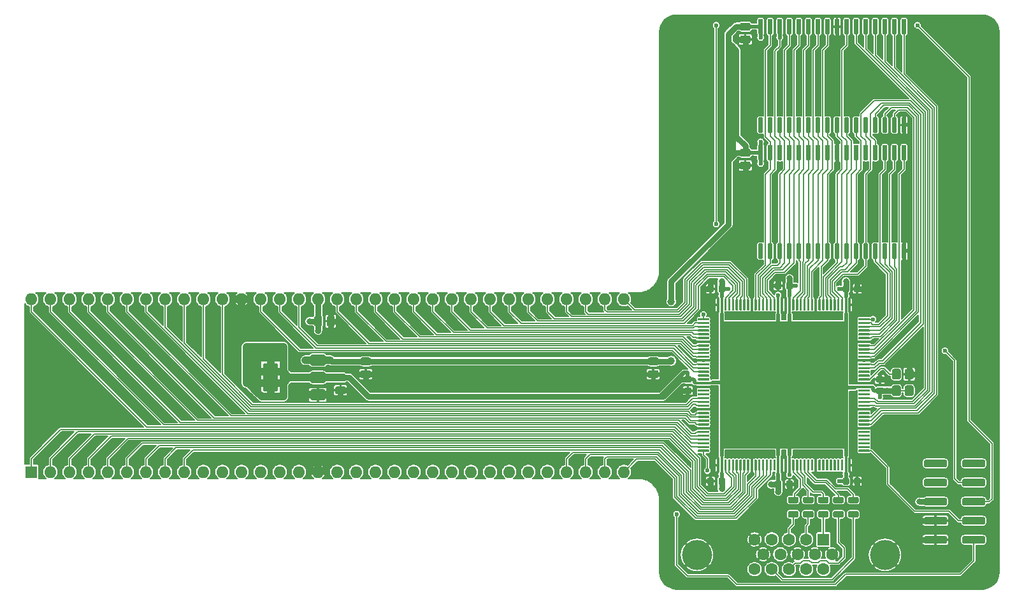
<source format=gtl>
G04 #@! TF.GenerationSoftware,KiCad,Pcbnew,(5.1.5-0-10_14)*
G04 #@! TF.CreationDate,2020-07-05T23:06:11-04:00*
G04 #@! TF.ProjectId,MacPlusVGA,4d616350-6c75-4735-9647-412e6b696361,rev?*
G04 #@! TF.SameCoordinates,Original*
G04 #@! TF.FileFunction,Copper,L1,Top*
G04 #@! TF.FilePolarity,Positive*
%FSLAX46Y46*%
G04 Gerber Fmt 4.6, Leading zero omitted, Abs format (unit mm)*
G04 Created by KiCad (PCBNEW (5.1.5-0-10_14)) date 2020-07-05 23:06:11*
%MOMM*%
%LPD*%
G04 APERTURE LIST*
%ADD10C,0.100000*%
%ADD11O,1.600000X1.600000*%
%ADD12R,1.600000X1.600000*%
%ADD13C,4.000000*%
%ADD14C,1.600000*%
%ADD15C,1.000000*%
%ADD16C,0.800000*%
%ADD17C,0.600000*%
%ADD18C,1.000000*%
%ADD19C,0.800000*%
%ADD20C,0.500000*%
%ADD21C,0.150000*%
%ADD22C,0.300000*%
%ADD23C,0.350000*%
%ADD24C,0.250000*%
%ADD25C,0.600000*%
%ADD26C,0.152400*%
G04 APERTURE END LIST*
G04 #@! TA.AperFunction,SMDPad,CuDef*
D10*
G36*
X183425703Y-66847722D02*
G01*
X183440264Y-66849882D01*
X183454543Y-66853459D01*
X183468403Y-66858418D01*
X183481710Y-66864712D01*
X183494336Y-66872280D01*
X183506159Y-66881048D01*
X183517066Y-66890934D01*
X183526952Y-66901841D01*
X183535720Y-66913664D01*
X183543288Y-66926290D01*
X183549582Y-66939597D01*
X183554541Y-66953457D01*
X183558118Y-66967736D01*
X183560278Y-66982297D01*
X183561000Y-66997000D01*
X183561000Y-68747000D01*
X183560278Y-68761703D01*
X183558118Y-68776264D01*
X183554541Y-68790543D01*
X183549582Y-68804403D01*
X183543288Y-68817710D01*
X183535720Y-68830336D01*
X183526952Y-68842159D01*
X183517066Y-68853066D01*
X183506159Y-68862952D01*
X183494336Y-68871720D01*
X183481710Y-68879288D01*
X183468403Y-68885582D01*
X183454543Y-68890541D01*
X183440264Y-68894118D01*
X183425703Y-68896278D01*
X183411000Y-68897000D01*
X183111000Y-68897000D01*
X183096297Y-68896278D01*
X183081736Y-68894118D01*
X183067457Y-68890541D01*
X183053597Y-68885582D01*
X183040290Y-68879288D01*
X183027664Y-68871720D01*
X183015841Y-68862952D01*
X183004934Y-68853066D01*
X182995048Y-68842159D01*
X182986280Y-68830336D01*
X182978712Y-68817710D01*
X182972418Y-68804403D01*
X182967459Y-68790543D01*
X182963882Y-68776264D01*
X182961722Y-68761703D01*
X182961000Y-68747000D01*
X182961000Y-66997000D01*
X182961722Y-66982297D01*
X182963882Y-66967736D01*
X182967459Y-66953457D01*
X182972418Y-66939597D01*
X182978712Y-66926290D01*
X182986280Y-66913664D01*
X182995048Y-66901841D01*
X183004934Y-66890934D01*
X183015841Y-66881048D01*
X183027664Y-66872280D01*
X183040290Y-66864712D01*
X183053597Y-66858418D01*
X183067457Y-66853459D01*
X183081736Y-66849882D01*
X183096297Y-66847722D01*
X183111000Y-66847000D01*
X183411000Y-66847000D01*
X183425703Y-66847722D01*
G37*
G04 #@! TD.AperFunction*
G04 #@! TA.AperFunction,SMDPad,CuDef*
G36*
X184695703Y-66847722D02*
G01*
X184710264Y-66849882D01*
X184724543Y-66853459D01*
X184738403Y-66858418D01*
X184751710Y-66864712D01*
X184764336Y-66872280D01*
X184776159Y-66881048D01*
X184787066Y-66890934D01*
X184796952Y-66901841D01*
X184805720Y-66913664D01*
X184813288Y-66926290D01*
X184819582Y-66939597D01*
X184824541Y-66953457D01*
X184828118Y-66967736D01*
X184830278Y-66982297D01*
X184831000Y-66997000D01*
X184831000Y-68747000D01*
X184830278Y-68761703D01*
X184828118Y-68776264D01*
X184824541Y-68790543D01*
X184819582Y-68804403D01*
X184813288Y-68817710D01*
X184805720Y-68830336D01*
X184796952Y-68842159D01*
X184787066Y-68853066D01*
X184776159Y-68862952D01*
X184764336Y-68871720D01*
X184751710Y-68879288D01*
X184738403Y-68885582D01*
X184724543Y-68890541D01*
X184710264Y-68894118D01*
X184695703Y-68896278D01*
X184681000Y-68897000D01*
X184381000Y-68897000D01*
X184366297Y-68896278D01*
X184351736Y-68894118D01*
X184337457Y-68890541D01*
X184323597Y-68885582D01*
X184310290Y-68879288D01*
X184297664Y-68871720D01*
X184285841Y-68862952D01*
X184274934Y-68853066D01*
X184265048Y-68842159D01*
X184256280Y-68830336D01*
X184248712Y-68817710D01*
X184242418Y-68804403D01*
X184237459Y-68790543D01*
X184233882Y-68776264D01*
X184231722Y-68761703D01*
X184231000Y-68747000D01*
X184231000Y-66997000D01*
X184231722Y-66982297D01*
X184233882Y-66967736D01*
X184237459Y-66953457D01*
X184242418Y-66939597D01*
X184248712Y-66926290D01*
X184256280Y-66913664D01*
X184265048Y-66901841D01*
X184274934Y-66890934D01*
X184285841Y-66881048D01*
X184297664Y-66872280D01*
X184310290Y-66864712D01*
X184323597Y-66858418D01*
X184337457Y-66853459D01*
X184351736Y-66849882D01*
X184366297Y-66847722D01*
X184381000Y-66847000D01*
X184681000Y-66847000D01*
X184695703Y-66847722D01*
G37*
G04 #@! TD.AperFunction*
G04 #@! TA.AperFunction,SMDPad,CuDef*
G36*
X185965703Y-66847722D02*
G01*
X185980264Y-66849882D01*
X185994543Y-66853459D01*
X186008403Y-66858418D01*
X186021710Y-66864712D01*
X186034336Y-66872280D01*
X186046159Y-66881048D01*
X186057066Y-66890934D01*
X186066952Y-66901841D01*
X186075720Y-66913664D01*
X186083288Y-66926290D01*
X186089582Y-66939597D01*
X186094541Y-66953457D01*
X186098118Y-66967736D01*
X186100278Y-66982297D01*
X186101000Y-66997000D01*
X186101000Y-68747000D01*
X186100278Y-68761703D01*
X186098118Y-68776264D01*
X186094541Y-68790543D01*
X186089582Y-68804403D01*
X186083288Y-68817710D01*
X186075720Y-68830336D01*
X186066952Y-68842159D01*
X186057066Y-68853066D01*
X186046159Y-68862952D01*
X186034336Y-68871720D01*
X186021710Y-68879288D01*
X186008403Y-68885582D01*
X185994543Y-68890541D01*
X185980264Y-68894118D01*
X185965703Y-68896278D01*
X185951000Y-68897000D01*
X185651000Y-68897000D01*
X185636297Y-68896278D01*
X185621736Y-68894118D01*
X185607457Y-68890541D01*
X185593597Y-68885582D01*
X185580290Y-68879288D01*
X185567664Y-68871720D01*
X185555841Y-68862952D01*
X185544934Y-68853066D01*
X185535048Y-68842159D01*
X185526280Y-68830336D01*
X185518712Y-68817710D01*
X185512418Y-68804403D01*
X185507459Y-68790543D01*
X185503882Y-68776264D01*
X185501722Y-68761703D01*
X185501000Y-68747000D01*
X185501000Y-66997000D01*
X185501722Y-66982297D01*
X185503882Y-66967736D01*
X185507459Y-66953457D01*
X185512418Y-66939597D01*
X185518712Y-66926290D01*
X185526280Y-66913664D01*
X185535048Y-66901841D01*
X185544934Y-66890934D01*
X185555841Y-66881048D01*
X185567664Y-66872280D01*
X185580290Y-66864712D01*
X185593597Y-66858418D01*
X185607457Y-66853459D01*
X185621736Y-66849882D01*
X185636297Y-66847722D01*
X185651000Y-66847000D01*
X185951000Y-66847000D01*
X185965703Y-66847722D01*
G37*
G04 #@! TD.AperFunction*
G04 #@! TA.AperFunction,SMDPad,CuDef*
G36*
X187235703Y-66847722D02*
G01*
X187250264Y-66849882D01*
X187264543Y-66853459D01*
X187278403Y-66858418D01*
X187291710Y-66864712D01*
X187304336Y-66872280D01*
X187316159Y-66881048D01*
X187327066Y-66890934D01*
X187336952Y-66901841D01*
X187345720Y-66913664D01*
X187353288Y-66926290D01*
X187359582Y-66939597D01*
X187364541Y-66953457D01*
X187368118Y-66967736D01*
X187370278Y-66982297D01*
X187371000Y-66997000D01*
X187371000Y-68747000D01*
X187370278Y-68761703D01*
X187368118Y-68776264D01*
X187364541Y-68790543D01*
X187359582Y-68804403D01*
X187353288Y-68817710D01*
X187345720Y-68830336D01*
X187336952Y-68842159D01*
X187327066Y-68853066D01*
X187316159Y-68862952D01*
X187304336Y-68871720D01*
X187291710Y-68879288D01*
X187278403Y-68885582D01*
X187264543Y-68890541D01*
X187250264Y-68894118D01*
X187235703Y-68896278D01*
X187221000Y-68897000D01*
X186921000Y-68897000D01*
X186906297Y-68896278D01*
X186891736Y-68894118D01*
X186877457Y-68890541D01*
X186863597Y-68885582D01*
X186850290Y-68879288D01*
X186837664Y-68871720D01*
X186825841Y-68862952D01*
X186814934Y-68853066D01*
X186805048Y-68842159D01*
X186796280Y-68830336D01*
X186788712Y-68817710D01*
X186782418Y-68804403D01*
X186777459Y-68790543D01*
X186773882Y-68776264D01*
X186771722Y-68761703D01*
X186771000Y-68747000D01*
X186771000Y-66997000D01*
X186771722Y-66982297D01*
X186773882Y-66967736D01*
X186777459Y-66953457D01*
X186782418Y-66939597D01*
X186788712Y-66926290D01*
X186796280Y-66913664D01*
X186805048Y-66901841D01*
X186814934Y-66890934D01*
X186825841Y-66881048D01*
X186837664Y-66872280D01*
X186850290Y-66864712D01*
X186863597Y-66858418D01*
X186877457Y-66853459D01*
X186891736Y-66849882D01*
X186906297Y-66847722D01*
X186921000Y-66847000D01*
X187221000Y-66847000D01*
X187235703Y-66847722D01*
G37*
G04 #@! TD.AperFunction*
G04 #@! TA.AperFunction,SMDPad,CuDef*
G36*
X188505703Y-66847722D02*
G01*
X188520264Y-66849882D01*
X188534543Y-66853459D01*
X188548403Y-66858418D01*
X188561710Y-66864712D01*
X188574336Y-66872280D01*
X188586159Y-66881048D01*
X188597066Y-66890934D01*
X188606952Y-66901841D01*
X188615720Y-66913664D01*
X188623288Y-66926290D01*
X188629582Y-66939597D01*
X188634541Y-66953457D01*
X188638118Y-66967736D01*
X188640278Y-66982297D01*
X188641000Y-66997000D01*
X188641000Y-68747000D01*
X188640278Y-68761703D01*
X188638118Y-68776264D01*
X188634541Y-68790543D01*
X188629582Y-68804403D01*
X188623288Y-68817710D01*
X188615720Y-68830336D01*
X188606952Y-68842159D01*
X188597066Y-68853066D01*
X188586159Y-68862952D01*
X188574336Y-68871720D01*
X188561710Y-68879288D01*
X188548403Y-68885582D01*
X188534543Y-68890541D01*
X188520264Y-68894118D01*
X188505703Y-68896278D01*
X188491000Y-68897000D01*
X188191000Y-68897000D01*
X188176297Y-68896278D01*
X188161736Y-68894118D01*
X188147457Y-68890541D01*
X188133597Y-68885582D01*
X188120290Y-68879288D01*
X188107664Y-68871720D01*
X188095841Y-68862952D01*
X188084934Y-68853066D01*
X188075048Y-68842159D01*
X188066280Y-68830336D01*
X188058712Y-68817710D01*
X188052418Y-68804403D01*
X188047459Y-68790543D01*
X188043882Y-68776264D01*
X188041722Y-68761703D01*
X188041000Y-68747000D01*
X188041000Y-66997000D01*
X188041722Y-66982297D01*
X188043882Y-66967736D01*
X188047459Y-66953457D01*
X188052418Y-66939597D01*
X188058712Y-66926290D01*
X188066280Y-66913664D01*
X188075048Y-66901841D01*
X188084934Y-66890934D01*
X188095841Y-66881048D01*
X188107664Y-66872280D01*
X188120290Y-66864712D01*
X188133597Y-66858418D01*
X188147457Y-66853459D01*
X188161736Y-66849882D01*
X188176297Y-66847722D01*
X188191000Y-66847000D01*
X188491000Y-66847000D01*
X188505703Y-66847722D01*
G37*
G04 #@! TD.AperFunction*
G04 #@! TA.AperFunction,SMDPad,CuDef*
G36*
X189775703Y-66847722D02*
G01*
X189790264Y-66849882D01*
X189804543Y-66853459D01*
X189818403Y-66858418D01*
X189831710Y-66864712D01*
X189844336Y-66872280D01*
X189856159Y-66881048D01*
X189867066Y-66890934D01*
X189876952Y-66901841D01*
X189885720Y-66913664D01*
X189893288Y-66926290D01*
X189899582Y-66939597D01*
X189904541Y-66953457D01*
X189908118Y-66967736D01*
X189910278Y-66982297D01*
X189911000Y-66997000D01*
X189911000Y-68747000D01*
X189910278Y-68761703D01*
X189908118Y-68776264D01*
X189904541Y-68790543D01*
X189899582Y-68804403D01*
X189893288Y-68817710D01*
X189885720Y-68830336D01*
X189876952Y-68842159D01*
X189867066Y-68853066D01*
X189856159Y-68862952D01*
X189844336Y-68871720D01*
X189831710Y-68879288D01*
X189818403Y-68885582D01*
X189804543Y-68890541D01*
X189790264Y-68894118D01*
X189775703Y-68896278D01*
X189761000Y-68897000D01*
X189461000Y-68897000D01*
X189446297Y-68896278D01*
X189431736Y-68894118D01*
X189417457Y-68890541D01*
X189403597Y-68885582D01*
X189390290Y-68879288D01*
X189377664Y-68871720D01*
X189365841Y-68862952D01*
X189354934Y-68853066D01*
X189345048Y-68842159D01*
X189336280Y-68830336D01*
X189328712Y-68817710D01*
X189322418Y-68804403D01*
X189317459Y-68790543D01*
X189313882Y-68776264D01*
X189311722Y-68761703D01*
X189311000Y-68747000D01*
X189311000Y-66997000D01*
X189311722Y-66982297D01*
X189313882Y-66967736D01*
X189317459Y-66953457D01*
X189322418Y-66939597D01*
X189328712Y-66926290D01*
X189336280Y-66913664D01*
X189345048Y-66901841D01*
X189354934Y-66890934D01*
X189365841Y-66881048D01*
X189377664Y-66872280D01*
X189390290Y-66864712D01*
X189403597Y-66858418D01*
X189417457Y-66853459D01*
X189431736Y-66849882D01*
X189446297Y-66847722D01*
X189461000Y-66847000D01*
X189761000Y-66847000D01*
X189775703Y-66847722D01*
G37*
G04 #@! TD.AperFunction*
G04 #@! TA.AperFunction,SMDPad,CuDef*
G36*
X191045703Y-66847722D02*
G01*
X191060264Y-66849882D01*
X191074543Y-66853459D01*
X191088403Y-66858418D01*
X191101710Y-66864712D01*
X191114336Y-66872280D01*
X191126159Y-66881048D01*
X191137066Y-66890934D01*
X191146952Y-66901841D01*
X191155720Y-66913664D01*
X191163288Y-66926290D01*
X191169582Y-66939597D01*
X191174541Y-66953457D01*
X191178118Y-66967736D01*
X191180278Y-66982297D01*
X191181000Y-66997000D01*
X191181000Y-68747000D01*
X191180278Y-68761703D01*
X191178118Y-68776264D01*
X191174541Y-68790543D01*
X191169582Y-68804403D01*
X191163288Y-68817710D01*
X191155720Y-68830336D01*
X191146952Y-68842159D01*
X191137066Y-68853066D01*
X191126159Y-68862952D01*
X191114336Y-68871720D01*
X191101710Y-68879288D01*
X191088403Y-68885582D01*
X191074543Y-68890541D01*
X191060264Y-68894118D01*
X191045703Y-68896278D01*
X191031000Y-68897000D01*
X190731000Y-68897000D01*
X190716297Y-68896278D01*
X190701736Y-68894118D01*
X190687457Y-68890541D01*
X190673597Y-68885582D01*
X190660290Y-68879288D01*
X190647664Y-68871720D01*
X190635841Y-68862952D01*
X190624934Y-68853066D01*
X190615048Y-68842159D01*
X190606280Y-68830336D01*
X190598712Y-68817710D01*
X190592418Y-68804403D01*
X190587459Y-68790543D01*
X190583882Y-68776264D01*
X190581722Y-68761703D01*
X190581000Y-68747000D01*
X190581000Y-66997000D01*
X190581722Y-66982297D01*
X190583882Y-66967736D01*
X190587459Y-66953457D01*
X190592418Y-66939597D01*
X190598712Y-66926290D01*
X190606280Y-66913664D01*
X190615048Y-66901841D01*
X190624934Y-66890934D01*
X190635841Y-66881048D01*
X190647664Y-66872280D01*
X190660290Y-66864712D01*
X190673597Y-66858418D01*
X190687457Y-66853459D01*
X190701736Y-66849882D01*
X190716297Y-66847722D01*
X190731000Y-66847000D01*
X191031000Y-66847000D01*
X191045703Y-66847722D01*
G37*
G04 #@! TD.AperFunction*
G04 #@! TA.AperFunction,SMDPad,CuDef*
G36*
X192315703Y-66847722D02*
G01*
X192330264Y-66849882D01*
X192344543Y-66853459D01*
X192358403Y-66858418D01*
X192371710Y-66864712D01*
X192384336Y-66872280D01*
X192396159Y-66881048D01*
X192407066Y-66890934D01*
X192416952Y-66901841D01*
X192425720Y-66913664D01*
X192433288Y-66926290D01*
X192439582Y-66939597D01*
X192444541Y-66953457D01*
X192448118Y-66967736D01*
X192450278Y-66982297D01*
X192451000Y-66997000D01*
X192451000Y-68747000D01*
X192450278Y-68761703D01*
X192448118Y-68776264D01*
X192444541Y-68790543D01*
X192439582Y-68804403D01*
X192433288Y-68817710D01*
X192425720Y-68830336D01*
X192416952Y-68842159D01*
X192407066Y-68853066D01*
X192396159Y-68862952D01*
X192384336Y-68871720D01*
X192371710Y-68879288D01*
X192358403Y-68885582D01*
X192344543Y-68890541D01*
X192330264Y-68894118D01*
X192315703Y-68896278D01*
X192301000Y-68897000D01*
X192001000Y-68897000D01*
X191986297Y-68896278D01*
X191971736Y-68894118D01*
X191957457Y-68890541D01*
X191943597Y-68885582D01*
X191930290Y-68879288D01*
X191917664Y-68871720D01*
X191905841Y-68862952D01*
X191894934Y-68853066D01*
X191885048Y-68842159D01*
X191876280Y-68830336D01*
X191868712Y-68817710D01*
X191862418Y-68804403D01*
X191857459Y-68790543D01*
X191853882Y-68776264D01*
X191851722Y-68761703D01*
X191851000Y-68747000D01*
X191851000Y-66997000D01*
X191851722Y-66982297D01*
X191853882Y-66967736D01*
X191857459Y-66953457D01*
X191862418Y-66939597D01*
X191868712Y-66926290D01*
X191876280Y-66913664D01*
X191885048Y-66901841D01*
X191894934Y-66890934D01*
X191905841Y-66881048D01*
X191917664Y-66872280D01*
X191930290Y-66864712D01*
X191943597Y-66858418D01*
X191957457Y-66853459D01*
X191971736Y-66849882D01*
X191986297Y-66847722D01*
X192001000Y-66847000D01*
X192301000Y-66847000D01*
X192315703Y-66847722D01*
G37*
G04 #@! TD.AperFunction*
G04 #@! TA.AperFunction,SMDPad,CuDef*
G36*
X193585703Y-66847722D02*
G01*
X193600264Y-66849882D01*
X193614543Y-66853459D01*
X193628403Y-66858418D01*
X193641710Y-66864712D01*
X193654336Y-66872280D01*
X193666159Y-66881048D01*
X193677066Y-66890934D01*
X193686952Y-66901841D01*
X193695720Y-66913664D01*
X193703288Y-66926290D01*
X193709582Y-66939597D01*
X193714541Y-66953457D01*
X193718118Y-66967736D01*
X193720278Y-66982297D01*
X193721000Y-66997000D01*
X193721000Y-68747000D01*
X193720278Y-68761703D01*
X193718118Y-68776264D01*
X193714541Y-68790543D01*
X193709582Y-68804403D01*
X193703288Y-68817710D01*
X193695720Y-68830336D01*
X193686952Y-68842159D01*
X193677066Y-68853066D01*
X193666159Y-68862952D01*
X193654336Y-68871720D01*
X193641710Y-68879288D01*
X193628403Y-68885582D01*
X193614543Y-68890541D01*
X193600264Y-68894118D01*
X193585703Y-68896278D01*
X193571000Y-68897000D01*
X193271000Y-68897000D01*
X193256297Y-68896278D01*
X193241736Y-68894118D01*
X193227457Y-68890541D01*
X193213597Y-68885582D01*
X193200290Y-68879288D01*
X193187664Y-68871720D01*
X193175841Y-68862952D01*
X193164934Y-68853066D01*
X193155048Y-68842159D01*
X193146280Y-68830336D01*
X193138712Y-68817710D01*
X193132418Y-68804403D01*
X193127459Y-68790543D01*
X193123882Y-68776264D01*
X193121722Y-68761703D01*
X193121000Y-68747000D01*
X193121000Y-66997000D01*
X193121722Y-66982297D01*
X193123882Y-66967736D01*
X193127459Y-66953457D01*
X193132418Y-66939597D01*
X193138712Y-66926290D01*
X193146280Y-66913664D01*
X193155048Y-66901841D01*
X193164934Y-66890934D01*
X193175841Y-66881048D01*
X193187664Y-66872280D01*
X193200290Y-66864712D01*
X193213597Y-66858418D01*
X193227457Y-66853459D01*
X193241736Y-66849882D01*
X193256297Y-66847722D01*
X193271000Y-66847000D01*
X193571000Y-66847000D01*
X193585703Y-66847722D01*
G37*
G04 #@! TD.AperFunction*
G04 #@! TA.AperFunction,SMDPad,CuDef*
G36*
X194855703Y-66847722D02*
G01*
X194870264Y-66849882D01*
X194884543Y-66853459D01*
X194898403Y-66858418D01*
X194911710Y-66864712D01*
X194924336Y-66872280D01*
X194936159Y-66881048D01*
X194947066Y-66890934D01*
X194956952Y-66901841D01*
X194965720Y-66913664D01*
X194973288Y-66926290D01*
X194979582Y-66939597D01*
X194984541Y-66953457D01*
X194988118Y-66967736D01*
X194990278Y-66982297D01*
X194991000Y-66997000D01*
X194991000Y-68747000D01*
X194990278Y-68761703D01*
X194988118Y-68776264D01*
X194984541Y-68790543D01*
X194979582Y-68804403D01*
X194973288Y-68817710D01*
X194965720Y-68830336D01*
X194956952Y-68842159D01*
X194947066Y-68853066D01*
X194936159Y-68862952D01*
X194924336Y-68871720D01*
X194911710Y-68879288D01*
X194898403Y-68885582D01*
X194884543Y-68890541D01*
X194870264Y-68894118D01*
X194855703Y-68896278D01*
X194841000Y-68897000D01*
X194541000Y-68897000D01*
X194526297Y-68896278D01*
X194511736Y-68894118D01*
X194497457Y-68890541D01*
X194483597Y-68885582D01*
X194470290Y-68879288D01*
X194457664Y-68871720D01*
X194445841Y-68862952D01*
X194434934Y-68853066D01*
X194425048Y-68842159D01*
X194416280Y-68830336D01*
X194408712Y-68817710D01*
X194402418Y-68804403D01*
X194397459Y-68790543D01*
X194393882Y-68776264D01*
X194391722Y-68761703D01*
X194391000Y-68747000D01*
X194391000Y-66997000D01*
X194391722Y-66982297D01*
X194393882Y-66967736D01*
X194397459Y-66953457D01*
X194402418Y-66939597D01*
X194408712Y-66926290D01*
X194416280Y-66913664D01*
X194425048Y-66901841D01*
X194434934Y-66890934D01*
X194445841Y-66881048D01*
X194457664Y-66872280D01*
X194470290Y-66864712D01*
X194483597Y-66858418D01*
X194497457Y-66853459D01*
X194511736Y-66849882D01*
X194526297Y-66847722D01*
X194541000Y-66847000D01*
X194841000Y-66847000D01*
X194855703Y-66847722D01*
G37*
G04 #@! TD.AperFunction*
G04 #@! TA.AperFunction,SMDPad,CuDef*
G36*
X196125703Y-66847722D02*
G01*
X196140264Y-66849882D01*
X196154543Y-66853459D01*
X196168403Y-66858418D01*
X196181710Y-66864712D01*
X196194336Y-66872280D01*
X196206159Y-66881048D01*
X196217066Y-66890934D01*
X196226952Y-66901841D01*
X196235720Y-66913664D01*
X196243288Y-66926290D01*
X196249582Y-66939597D01*
X196254541Y-66953457D01*
X196258118Y-66967736D01*
X196260278Y-66982297D01*
X196261000Y-66997000D01*
X196261000Y-68747000D01*
X196260278Y-68761703D01*
X196258118Y-68776264D01*
X196254541Y-68790543D01*
X196249582Y-68804403D01*
X196243288Y-68817710D01*
X196235720Y-68830336D01*
X196226952Y-68842159D01*
X196217066Y-68853066D01*
X196206159Y-68862952D01*
X196194336Y-68871720D01*
X196181710Y-68879288D01*
X196168403Y-68885582D01*
X196154543Y-68890541D01*
X196140264Y-68894118D01*
X196125703Y-68896278D01*
X196111000Y-68897000D01*
X195811000Y-68897000D01*
X195796297Y-68896278D01*
X195781736Y-68894118D01*
X195767457Y-68890541D01*
X195753597Y-68885582D01*
X195740290Y-68879288D01*
X195727664Y-68871720D01*
X195715841Y-68862952D01*
X195704934Y-68853066D01*
X195695048Y-68842159D01*
X195686280Y-68830336D01*
X195678712Y-68817710D01*
X195672418Y-68804403D01*
X195667459Y-68790543D01*
X195663882Y-68776264D01*
X195661722Y-68761703D01*
X195661000Y-68747000D01*
X195661000Y-66997000D01*
X195661722Y-66982297D01*
X195663882Y-66967736D01*
X195667459Y-66953457D01*
X195672418Y-66939597D01*
X195678712Y-66926290D01*
X195686280Y-66913664D01*
X195695048Y-66901841D01*
X195704934Y-66890934D01*
X195715841Y-66881048D01*
X195727664Y-66872280D01*
X195740290Y-66864712D01*
X195753597Y-66858418D01*
X195767457Y-66853459D01*
X195781736Y-66849882D01*
X195796297Y-66847722D01*
X195811000Y-66847000D01*
X196111000Y-66847000D01*
X196125703Y-66847722D01*
G37*
G04 #@! TD.AperFunction*
G04 #@! TA.AperFunction,SMDPad,CuDef*
G36*
X197395703Y-66847722D02*
G01*
X197410264Y-66849882D01*
X197424543Y-66853459D01*
X197438403Y-66858418D01*
X197451710Y-66864712D01*
X197464336Y-66872280D01*
X197476159Y-66881048D01*
X197487066Y-66890934D01*
X197496952Y-66901841D01*
X197505720Y-66913664D01*
X197513288Y-66926290D01*
X197519582Y-66939597D01*
X197524541Y-66953457D01*
X197528118Y-66967736D01*
X197530278Y-66982297D01*
X197531000Y-66997000D01*
X197531000Y-68747000D01*
X197530278Y-68761703D01*
X197528118Y-68776264D01*
X197524541Y-68790543D01*
X197519582Y-68804403D01*
X197513288Y-68817710D01*
X197505720Y-68830336D01*
X197496952Y-68842159D01*
X197487066Y-68853066D01*
X197476159Y-68862952D01*
X197464336Y-68871720D01*
X197451710Y-68879288D01*
X197438403Y-68885582D01*
X197424543Y-68890541D01*
X197410264Y-68894118D01*
X197395703Y-68896278D01*
X197381000Y-68897000D01*
X197081000Y-68897000D01*
X197066297Y-68896278D01*
X197051736Y-68894118D01*
X197037457Y-68890541D01*
X197023597Y-68885582D01*
X197010290Y-68879288D01*
X196997664Y-68871720D01*
X196985841Y-68862952D01*
X196974934Y-68853066D01*
X196965048Y-68842159D01*
X196956280Y-68830336D01*
X196948712Y-68817710D01*
X196942418Y-68804403D01*
X196937459Y-68790543D01*
X196933882Y-68776264D01*
X196931722Y-68761703D01*
X196931000Y-68747000D01*
X196931000Y-66997000D01*
X196931722Y-66982297D01*
X196933882Y-66967736D01*
X196937459Y-66953457D01*
X196942418Y-66939597D01*
X196948712Y-66926290D01*
X196956280Y-66913664D01*
X196965048Y-66901841D01*
X196974934Y-66890934D01*
X196985841Y-66881048D01*
X196997664Y-66872280D01*
X197010290Y-66864712D01*
X197023597Y-66858418D01*
X197037457Y-66853459D01*
X197051736Y-66849882D01*
X197066297Y-66847722D01*
X197081000Y-66847000D01*
X197381000Y-66847000D01*
X197395703Y-66847722D01*
G37*
G04 #@! TD.AperFunction*
G04 #@! TA.AperFunction,SMDPad,CuDef*
G36*
X198665703Y-66847722D02*
G01*
X198680264Y-66849882D01*
X198694543Y-66853459D01*
X198708403Y-66858418D01*
X198721710Y-66864712D01*
X198734336Y-66872280D01*
X198746159Y-66881048D01*
X198757066Y-66890934D01*
X198766952Y-66901841D01*
X198775720Y-66913664D01*
X198783288Y-66926290D01*
X198789582Y-66939597D01*
X198794541Y-66953457D01*
X198798118Y-66967736D01*
X198800278Y-66982297D01*
X198801000Y-66997000D01*
X198801000Y-68747000D01*
X198800278Y-68761703D01*
X198798118Y-68776264D01*
X198794541Y-68790543D01*
X198789582Y-68804403D01*
X198783288Y-68817710D01*
X198775720Y-68830336D01*
X198766952Y-68842159D01*
X198757066Y-68853066D01*
X198746159Y-68862952D01*
X198734336Y-68871720D01*
X198721710Y-68879288D01*
X198708403Y-68885582D01*
X198694543Y-68890541D01*
X198680264Y-68894118D01*
X198665703Y-68896278D01*
X198651000Y-68897000D01*
X198351000Y-68897000D01*
X198336297Y-68896278D01*
X198321736Y-68894118D01*
X198307457Y-68890541D01*
X198293597Y-68885582D01*
X198280290Y-68879288D01*
X198267664Y-68871720D01*
X198255841Y-68862952D01*
X198244934Y-68853066D01*
X198235048Y-68842159D01*
X198226280Y-68830336D01*
X198218712Y-68817710D01*
X198212418Y-68804403D01*
X198207459Y-68790543D01*
X198203882Y-68776264D01*
X198201722Y-68761703D01*
X198201000Y-68747000D01*
X198201000Y-66997000D01*
X198201722Y-66982297D01*
X198203882Y-66967736D01*
X198207459Y-66953457D01*
X198212418Y-66939597D01*
X198218712Y-66926290D01*
X198226280Y-66913664D01*
X198235048Y-66901841D01*
X198244934Y-66890934D01*
X198255841Y-66881048D01*
X198267664Y-66872280D01*
X198280290Y-66864712D01*
X198293597Y-66858418D01*
X198307457Y-66853459D01*
X198321736Y-66849882D01*
X198336297Y-66847722D01*
X198351000Y-66847000D01*
X198651000Y-66847000D01*
X198665703Y-66847722D01*
G37*
G04 #@! TD.AperFunction*
G04 #@! TA.AperFunction,SMDPad,CuDef*
G36*
X199935703Y-66847722D02*
G01*
X199950264Y-66849882D01*
X199964543Y-66853459D01*
X199978403Y-66858418D01*
X199991710Y-66864712D01*
X200004336Y-66872280D01*
X200016159Y-66881048D01*
X200027066Y-66890934D01*
X200036952Y-66901841D01*
X200045720Y-66913664D01*
X200053288Y-66926290D01*
X200059582Y-66939597D01*
X200064541Y-66953457D01*
X200068118Y-66967736D01*
X200070278Y-66982297D01*
X200071000Y-66997000D01*
X200071000Y-68747000D01*
X200070278Y-68761703D01*
X200068118Y-68776264D01*
X200064541Y-68790543D01*
X200059582Y-68804403D01*
X200053288Y-68817710D01*
X200045720Y-68830336D01*
X200036952Y-68842159D01*
X200027066Y-68853066D01*
X200016159Y-68862952D01*
X200004336Y-68871720D01*
X199991710Y-68879288D01*
X199978403Y-68885582D01*
X199964543Y-68890541D01*
X199950264Y-68894118D01*
X199935703Y-68896278D01*
X199921000Y-68897000D01*
X199621000Y-68897000D01*
X199606297Y-68896278D01*
X199591736Y-68894118D01*
X199577457Y-68890541D01*
X199563597Y-68885582D01*
X199550290Y-68879288D01*
X199537664Y-68871720D01*
X199525841Y-68862952D01*
X199514934Y-68853066D01*
X199505048Y-68842159D01*
X199496280Y-68830336D01*
X199488712Y-68817710D01*
X199482418Y-68804403D01*
X199477459Y-68790543D01*
X199473882Y-68776264D01*
X199471722Y-68761703D01*
X199471000Y-68747000D01*
X199471000Y-66997000D01*
X199471722Y-66982297D01*
X199473882Y-66967736D01*
X199477459Y-66953457D01*
X199482418Y-66939597D01*
X199488712Y-66926290D01*
X199496280Y-66913664D01*
X199505048Y-66901841D01*
X199514934Y-66890934D01*
X199525841Y-66881048D01*
X199537664Y-66872280D01*
X199550290Y-66864712D01*
X199563597Y-66858418D01*
X199577457Y-66853459D01*
X199591736Y-66849882D01*
X199606297Y-66847722D01*
X199621000Y-66847000D01*
X199921000Y-66847000D01*
X199935703Y-66847722D01*
G37*
G04 #@! TD.AperFunction*
G04 #@! TA.AperFunction,SMDPad,CuDef*
G36*
X201205703Y-66847722D02*
G01*
X201220264Y-66849882D01*
X201234543Y-66853459D01*
X201248403Y-66858418D01*
X201261710Y-66864712D01*
X201274336Y-66872280D01*
X201286159Y-66881048D01*
X201297066Y-66890934D01*
X201306952Y-66901841D01*
X201315720Y-66913664D01*
X201323288Y-66926290D01*
X201329582Y-66939597D01*
X201334541Y-66953457D01*
X201338118Y-66967736D01*
X201340278Y-66982297D01*
X201341000Y-66997000D01*
X201341000Y-68747000D01*
X201340278Y-68761703D01*
X201338118Y-68776264D01*
X201334541Y-68790543D01*
X201329582Y-68804403D01*
X201323288Y-68817710D01*
X201315720Y-68830336D01*
X201306952Y-68842159D01*
X201297066Y-68853066D01*
X201286159Y-68862952D01*
X201274336Y-68871720D01*
X201261710Y-68879288D01*
X201248403Y-68885582D01*
X201234543Y-68890541D01*
X201220264Y-68894118D01*
X201205703Y-68896278D01*
X201191000Y-68897000D01*
X200891000Y-68897000D01*
X200876297Y-68896278D01*
X200861736Y-68894118D01*
X200847457Y-68890541D01*
X200833597Y-68885582D01*
X200820290Y-68879288D01*
X200807664Y-68871720D01*
X200795841Y-68862952D01*
X200784934Y-68853066D01*
X200775048Y-68842159D01*
X200766280Y-68830336D01*
X200758712Y-68817710D01*
X200752418Y-68804403D01*
X200747459Y-68790543D01*
X200743882Y-68776264D01*
X200741722Y-68761703D01*
X200741000Y-68747000D01*
X200741000Y-66997000D01*
X200741722Y-66982297D01*
X200743882Y-66967736D01*
X200747459Y-66953457D01*
X200752418Y-66939597D01*
X200758712Y-66926290D01*
X200766280Y-66913664D01*
X200775048Y-66901841D01*
X200784934Y-66890934D01*
X200795841Y-66881048D01*
X200807664Y-66872280D01*
X200820290Y-66864712D01*
X200833597Y-66858418D01*
X200847457Y-66853459D01*
X200861736Y-66849882D01*
X200876297Y-66847722D01*
X200891000Y-66847000D01*
X201191000Y-66847000D01*
X201205703Y-66847722D01*
G37*
G04 #@! TD.AperFunction*
G04 #@! TA.AperFunction,SMDPad,CuDef*
G36*
X202475703Y-66847722D02*
G01*
X202490264Y-66849882D01*
X202504543Y-66853459D01*
X202518403Y-66858418D01*
X202531710Y-66864712D01*
X202544336Y-66872280D01*
X202556159Y-66881048D01*
X202567066Y-66890934D01*
X202576952Y-66901841D01*
X202585720Y-66913664D01*
X202593288Y-66926290D01*
X202599582Y-66939597D01*
X202604541Y-66953457D01*
X202608118Y-66967736D01*
X202610278Y-66982297D01*
X202611000Y-66997000D01*
X202611000Y-68747000D01*
X202610278Y-68761703D01*
X202608118Y-68776264D01*
X202604541Y-68790543D01*
X202599582Y-68804403D01*
X202593288Y-68817710D01*
X202585720Y-68830336D01*
X202576952Y-68842159D01*
X202567066Y-68853066D01*
X202556159Y-68862952D01*
X202544336Y-68871720D01*
X202531710Y-68879288D01*
X202518403Y-68885582D01*
X202504543Y-68890541D01*
X202490264Y-68894118D01*
X202475703Y-68896278D01*
X202461000Y-68897000D01*
X202161000Y-68897000D01*
X202146297Y-68896278D01*
X202131736Y-68894118D01*
X202117457Y-68890541D01*
X202103597Y-68885582D01*
X202090290Y-68879288D01*
X202077664Y-68871720D01*
X202065841Y-68862952D01*
X202054934Y-68853066D01*
X202045048Y-68842159D01*
X202036280Y-68830336D01*
X202028712Y-68817710D01*
X202022418Y-68804403D01*
X202017459Y-68790543D01*
X202013882Y-68776264D01*
X202011722Y-68761703D01*
X202011000Y-68747000D01*
X202011000Y-66997000D01*
X202011722Y-66982297D01*
X202013882Y-66967736D01*
X202017459Y-66953457D01*
X202022418Y-66939597D01*
X202028712Y-66926290D01*
X202036280Y-66913664D01*
X202045048Y-66901841D01*
X202054934Y-66890934D01*
X202065841Y-66881048D01*
X202077664Y-66872280D01*
X202090290Y-66864712D01*
X202103597Y-66858418D01*
X202117457Y-66853459D01*
X202131736Y-66849882D01*
X202146297Y-66847722D01*
X202161000Y-66847000D01*
X202461000Y-66847000D01*
X202475703Y-66847722D01*
G37*
G04 #@! TD.AperFunction*
G04 #@! TA.AperFunction,SMDPad,CuDef*
G36*
X202475703Y-79947722D02*
G01*
X202490264Y-79949882D01*
X202504543Y-79953459D01*
X202518403Y-79958418D01*
X202531710Y-79964712D01*
X202544336Y-79972280D01*
X202556159Y-79981048D01*
X202567066Y-79990934D01*
X202576952Y-80001841D01*
X202585720Y-80013664D01*
X202593288Y-80026290D01*
X202599582Y-80039597D01*
X202604541Y-80053457D01*
X202608118Y-80067736D01*
X202610278Y-80082297D01*
X202611000Y-80097000D01*
X202611000Y-81847000D01*
X202610278Y-81861703D01*
X202608118Y-81876264D01*
X202604541Y-81890543D01*
X202599582Y-81904403D01*
X202593288Y-81917710D01*
X202585720Y-81930336D01*
X202576952Y-81942159D01*
X202567066Y-81953066D01*
X202556159Y-81962952D01*
X202544336Y-81971720D01*
X202531710Y-81979288D01*
X202518403Y-81985582D01*
X202504543Y-81990541D01*
X202490264Y-81994118D01*
X202475703Y-81996278D01*
X202461000Y-81997000D01*
X202161000Y-81997000D01*
X202146297Y-81996278D01*
X202131736Y-81994118D01*
X202117457Y-81990541D01*
X202103597Y-81985582D01*
X202090290Y-81979288D01*
X202077664Y-81971720D01*
X202065841Y-81962952D01*
X202054934Y-81953066D01*
X202045048Y-81942159D01*
X202036280Y-81930336D01*
X202028712Y-81917710D01*
X202022418Y-81904403D01*
X202017459Y-81890543D01*
X202013882Y-81876264D01*
X202011722Y-81861703D01*
X202011000Y-81847000D01*
X202011000Y-80097000D01*
X202011722Y-80082297D01*
X202013882Y-80067736D01*
X202017459Y-80053457D01*
X202022418Y-80039597D01*
X202028712Y-80026290D01*
X202036280Y-80013664D01*
X202045048Y-80001841D01*
X202054934Y-79990934D01*
X202065841Y-79981048D01*
X202077664Y-79972280D01*
X202090290Y-79964712D01*
X202103597Y-79958418D01*
X202117457Y-79953459D01*
X202131736Y-79949882D01*
X202146297Y-79947722D01*
X202161000Y-79947000D01*
X202461000Y-79947000D01*
X202475703Y-79947722D01*
G37*
G04 #@! TD.AperFunction*
G04 #@! TA.AperFunction,SMDPad,CuDef*
G36*
X201205703Y-79947722D02*
G01*
X201220264Y-79949882D01*
X201234543Y-79953459D01*
X201248403Y-79958418D01*
X201261710Y-79964712D01*
X201274336Y-79972280D01*
X201286159Y-79981048D01*
X201297066Y-79990934D01*
X201306952Y-80001841D01*
X201315720Y-80013664D01*
X201323288Y-80026290D01*
X201329582Y-80039597D01*
X201334541Y-80053457D01*
X201338118Y-80067736D01*
X201340278Y-80082297D01*
X201341000Y-80097000D01*
X201341000Y-81847000D01*
X201340278Y-81861703D01*
X201338118Y-81876264D01*
X201334541Y-81890543D01*
X201329582Y-81904403D01*
X201323288Y-81917710D01*
X201315720Y-81930336D01*
X201306952Y-81942159D01*
X201297066Y-81953066D01*
X201286159Y-81962952D01*
X201274336Y-81971720D01*
X201261710Y-81979288D01*
X201248403Y-81985582D01*
X201234543Y-81990541D01*
X201220264Y-81994118D01*
X201205703Y-81996278D01*
X201191000Y-81997000D01*
X200891000Y-81997000D01*
X200876297Y-81996278D01*
X200861736Y-81994118D01*
X200847457Y-81990541D01*
X200833597Y-81985582D01*
X200820290Y-81979288D01*
X200807664Y-81971720D01*
X200795841Y-81962952D01*
X200784934Y-81953066D01*
X200775048Y-81942159D01*
X200766280Y-81930336D01*
X200758712Y-81917710D01*
X200752418Y-81904403D01*
X200747459Y-81890543D01*
X200743882Y-81876264D01*
X200741722Y-81861703D01*
X200741000Y-81847000D01*
X200741000Y-80097000D01*
X200741722Y-80082297D01*
X200743882Y-80067736D01*
X200747459Y-80053457D01*
X200752418Y-80039597D01*
X200758712Y-80026290D01*
X200766280Y-80013664D01*
X200775048Y-80001841D01*
X200784934Y-79990934D01*
X200795841Y-79981048D01*
X200807664Y-79972280D01*
X200820290Y-79964712D01*
X200833597Y-79958418D01*
X200847457Y-79953459D01*
X200861736Y-79949882D01*
X200876297Y-79947722D01*
X200891000Y-79947000D01*
X201191000Y-79947000D01*
X201205703Y-79947722D01*
G37*
G04 #@! TD.AperFunction*
G04 #@! TA.AperFunction,SMDPad,CuDef*
G36*
X199935703Y-79947722D02*
G01*
X199950264Y-79949882D01*
X199964543Y-79953459D01*
X199978403Y-79958418D01*
X199991710Y-79964712D01*
X200004336Y-79972280D01*
X200016159Y-79981048D01*
X200027066Y-79990934D01*
X200036952Y-80001841D01*
X200045720Y-80013664D01*
X200053288Y-80026290D01*
X200059582Y-80039597D01*
X200064541Y-80053457D01*
X200068118Y-80067736D01*
X200070278Y-80082297D01*
X200071000Y-80097000D01*
X200071000Y-81847000D01*
X200070278Y-81861703D01*
X200068118Y-81876264D01*
X200064541Y-81890543D01*
X200059582Y-81904403D01*
X200053288Y-81917710D01*
X200045720Y-81930336D01*
X200036952Y-81942159D01*
X200027066Y-81953066D01*
X200016159Y-81962952D01*
X200004336Y-81971720D01*
X199991710Y-81979288D01*
X199978403Y-81985582D01*
X199964543Y-81990541D01*
X199950264Y-81994118D01*
X199935703Y-81996278D01*
X199921000Y-81997000D01*
X199621000Y-81997000D01*
X199606297Y-81996278D01*
X199591736Y-81994118D01*
X199577457Y-81990541D01*
X199563597Y-81985582D01*
X199550290Y-81979288D01*
X199537664Y-81971720D01*
X199525841Y-81962952D01*
X199514934Y-81953066D01*
X199505048Y-81942159D01*
X199496280Y-81930336D01*
X199488712Y-81917710D01*
X199482418Y-81904403D01*
X199477459Y-81890543D01*
X199473882Y-81876264D01*
X199471722Y-81861703D01*
X199471000Y-81847000D01*
X199471000Y-80097000D01*
X199471722Y-80082297D01*
X199473882Y-80067736D01*
X199477459Y-80053457D01*
X199482418Y-80039597D01*
X199488712Y-80026290D01*
X199496280Y-80013664D01*
X199505048Y-80001841D01*
X199514934Y-79990934D01*
X199525841Y-79981048D01*
X199537664Y-79972280D01*
X199550290Y-79964712D01*
X199563597Y-79958418D01*
X199577457Y-79953459D01*
X199591736Y-79949882D01*
X199606297Y-79947722D01*
X199621000Y-79947000D01*
X199921000Y-79947000D01*
X199935703Y-79947722D01*
G37*
G04 #@! TD.AperFunction*
G04 #@! TA.AperFunction,SMDPad,CuDef*
G36*
X198665703Y-79947722D02*
G01*
X198680264Y-79949882D01*
X198694543Y-79953459D01*
X198708403Y-79958418D01*
X198721710Y-79964712D01*
X198734336Y-79972280D01*
X198746159Y-79981048D01*
X198757066Y-79990934D01*
X198766952Y-80001841D01*
X198775720Y-80013664D01*
X198783288Y-80026290D01*
X198789582Y-80039597D01*
X198794541Y-80053457D01*
X198798118Y-80067736D01*
X198800278Y-80082297D01*
X198801000Y-80097000D01*
X198801000Y-81847000D01*
X198800278Y-81861703D01*
X198798118Y-81876264D01*
X198794541Y-81890543D01*
X198789582Y-81904403D01*
X198783288Y-81917710D01*
X198775720Y-81930336D01*
X198766952Y-81942159D01*
X198757066Y-81953066D01*
X198746159Y-81962952D01*
X198734336Y-81971720D01*
X198721710Y-81979288D01*
X198708403Y-81985582D01*
X198694543Y-81990541D01*
X198680264Y-81994118D01*
X198665703Y-81996278D01*
X198651000Y-81997000D01*
X198351000Y-81997000D01*
X198336297Y-81996278D01*
X198321736Y-81994118D01*
X198307457Y-81990541D01*
X198293597Y-81985582D01*
X198280290Y-81979288D01*
X198267664Y-81971720D01*
X198255841Y-81962952D01*
X198244934Y-81953066D01*
X198235048Y-81942159D01*
X198226280Y-81930336D01*
X198218712Y-81917710D01*
X198212418Y-81904403D01*
X198207459Y-81890543D01*
X198203882Y-81876264D01*
X198201722Y-81861703D01*
X198201000Y-81847000D01*
X198201000Y-80097000D01*
X198201722Y-80082297D01*
X198203882Y-80067736D01*
X198207459Y-80053457D01*
X198212418Y-80039597D01*
X198218712Y-80026290D01*
X198226280Y-80013664D01*
X198235048Y-80001841D01*
X198244934Y-79990934D01*
X198255841Y-79981048D01*
X198267664Y-79972280D01*
X198280290Y-79964712D01*
X198293597Y-79958418D01*
X198307457Y-79953459D01*
X198321736Y-79949882D01*
X198336297Y-79947722D01*
X198351000Y-79947000D01*
X198651000Y-79947000D01*
X198665703Y-79947722D01*
G37*
G04 #@! TD.AperFunction*
G04 #@! TA.AperFunction,SMDPad,CuDef*
G36*
X197395703Y-79947722D02*
G01*
X197410264Y-79949882D01*
X197424543Y-79953459D01*
X197438403Y-79958418D01*
X197451710Y-79964712D01*
X197464336Y-79972280D01*
X197476159Y-79981048D01*
X197487066Y-79990934D01*
X197496952Y-80001841D01*
X197505720Y-80013664D01*
X197513288Y-80026290D01*
X197519582Y-80039597D01*
X197524541Y-80053457D01*
X197528118Y-80067736D01*
X197530278Y-80082297D01*
X197531000Y-80097000D01*
X197531000Y-81847000D01*
X197530278Y-81861703D01*
X197528118Y-81876264D01*
X197524541Y-81890543D01*
X197519582Y-81904403D01*
X197513288Y-81917710D01*
X197505720Y-81930336D01*
X197496952Y-81942159D01*
X197487066Y-81953066D01*
X197476159Y-81962952D01*
X197464336Y-81971720D01*
X197451710Y-81979288D01*
X197438403Y-81985582D01*
X197424543Y-81990541D01*
X197410264Y-81994118D01*
X197395703Y-81996278D01*
X197381000Y-81997000D01*
X197081000Y-81997000D01*
X197066297Y-81996278D01*
X197051736Y-81994118D01*
X197037457Y-81990541D01*
X197023597Y-81985582D01*
X197010290Y-81979288D01*
X196997664Y-81971720D01*
X196985841Y-81962952D01*
X196974934Y-81953066D01*
X196965048Y-81942159D01*
X196956280Y-81930336D01*
X196948712Y-81917710D01*
X196942418Y-81904403D01*
X196937459Y-81890543D01*
X196933882Y-81876264D01*
X196931722Y-81861703D01*
X196931000Y-81847000D01*
X196931000Y-80097000D01*
X196931722Y-80082297D01*
X196933882Y-80067736D01*
X196937459Y-80053457D01*
X196942418Y-80039597D01*
X196948712Y-80026290D01*
X196956280Y-80013664D01*
X196965048Y-80001841D01*
X196974934Y-79990934D01*
X196985841Y-79981048D01*
X196997664Y-79972280D01*
X197010290Y-79964712D01*
X197023597Y-79958418D01*
X197037457Y-79953459D01*
X197051736Y-79949882D01*
X197066297Y-79947722D01*
X197081000Y-79947000D01*
X197381000Y-79947000D01*
X197395703Y-79947722D01*
G37*
G04 #@! TD.AperFunction*
G04 #@! TA.AperFunction,SMDPad,CuDef*
G36*
X196125703Y-79947722D02*
G01*
X196140264Y-79949882D01*
X196154543Y-79953459D01*
X196168403Y-79958418D01*
X196181710Y-79964712D01*
X196194336Y-79972280D01*
X196206159Y-79981048D01*
X196217066Y-79990934D01*
X196226952Y-80001841D01*
X196235720Y-80013664D01*
X196243288Y-80026290D01*
X196249582Y-80039597D01*
X196254541Y-80053457D01*
X196258118Y-80067736D01*
X196260278Y-80082297D01*
X196261000Y-80097000D01*
X196261000Y-81847000D01*
X196260278Y-81861703D01*
X196258118Y-81876264D01*
X196254541Y-81890543D01*
X196249582Y-81904403D01*
X196243288Y-81917710D01*
X196235720Y-81930336D01*
X196226952Y-81942159D01*
X196217066Y-81953066D01*
X196206159Y-81962952D01*
X196194336Y-81971720D01*
X196181710Y-81979288D01*
X196168403Y-81985582D01*
X196154543Y-81990541D01*
X196140264Y-81994118D01*
X196125703Y-81996278D01*
X196111000Y-81997000D01*
X195811000Y-81997000D01*
X195796297Y-81996278D01*
X195781736Y-81994118D01*
X195767457Y-81990541D01*
X195753597Y-81985582D01*
X195740290Y-81979288D01*
X195727664Y-81971720D01*
X195715841Y-81962952D01*
X195704934Y-81953066D01*
X195695048Y-81942159D01*
X195686280Y-81930336D01*
X195678712Y-81917710D01*
X195672418Y-81904403D01*
X195667459Y-81890543D01*
X195663882Y-81876264D01*
X195661722Y-81861703D01*
X195661000Y-81847000D01*
X195661000Y-80097000D01*
X195661722Y-80082297D01*
X195663882Y-80067736D01*
X195667459Y-80053457D01*
X195672418Y-80039597D01*
X195678712Y-80026290D01*
X195686280Y-80013664D01*
X195695048Y-80001841D01*
X195704934Y-79990934D01*
X195715841Y-79981048D01*
X195727664Y-79972280D01*
X195740290Y-79964712D01*
X195753597Y-79958418D01*
X195767457Y-79953459D01*
X195781736Y-79949882D01*
X195796297Y-79947722D01*
X195811000Y-79947000D01*
X196111000Y-79947000D01*
X196125703Y-79947722D01*
G37*
G04 #@! TD.AperFunction*
G04 #@! TA.AperFunction,SMDPad,CuDef*
G36*
X194855703Y-79947722D02*
G01*
X194870264Y-79949882D01*
X194884543Y-79953459D01*
X194898403Y-79958418D01*
X194911710Y-79964712D01*
X194924336Y-79972280D01*
X194936159Y-79981048D01*
X194947066Y-79990934D01*
X194956952Y-80001841D01*
X194965720Y-80013664D01*
X194973288Y-80026290D01*
X194979582Y-80039597D01*
X194984541Y-80053457D01*
X194988118Y-80067736D01*
X194990278Y-80082297D01*
X194991000Y-80097000D01*
X194991000Y-81847000D01*
X194990278Y-81861703D01*
X194988118Y-81876264D01*
X194984541Y-81890543D01*
X194979582Y-81904403D01*
X194973288Y-81917710D01*
X194965720Y-81930336D01*
X194956952Y-81942159D01*
X194947066Y-81953066D01*
X194936159Y-81962952D01*
X194924336Y-81971720D01*
X194911710Y-81979288D01*
X194898403Y-81985582D01*
X194884543Y-81990541D01*
X194870264Y-81994118D01*
X194855703Y-81996278D01*
X194841000Y-81997000D01*
X194541000Y-81997000D01*
X194526297Y-81996278D01*
X194511736Y-81994118D01*
X194497457Y-81990541D01*
X194483597Y-81985582D01*
X194470290Y-81979288D01*
X194457664Y-81971720D01*
X194445841Y-81962952D01*
X194434934Y-81953066D01*
X194425048Y-81942159D01*
X194416280Y-81930336D01*
X194408712Y-81917710D01*
X194402418Y-81904403D01*
X194397459Y-81890543D01*
X194393882Y-81876264D01*
X194391722Y-81861703D01*
X194391000Y-81847000D01*
X194391000Y-80097000D01*
X194391722Y-80082297D01*
X194393882Y-80067736D01*
X194397459Y-80053457D01*
X194402418Y-80039597D01*
X194408712Y-80026290D01*
X194416280Y-80013664D01*
X194425048Y-80001841D01*
X194434934Y-79990934D01*
X194445841Y-79981048D01*
X194457664Y-79972280D01*
X194470290Y-79964712D01*
X194483597Y-79958418D01*
X194497457Y-79953459D01*
X194511736Y-79949882D01*
X194526297Y-79947722D01*
X194541000Y-79947000D01*
X194841000Y-79947000D01*
X194855703Y-79947722D01*
G37*
G04 #@! TD.AperFunction*
G04 #@! TA.AperFunction,SMDPad,CuDef*
G36*
X193585703Y-79947722D02*
G01*
X193600264Y-79949882D01*
X193614543Y-79953459D01*
X193628403Y-79958418D01*
X193641710Y-79964712D01*
X193654336Y-79972280D01*
X193666159Y-79981048D01*
X193677066Y-79990934D01*
X193686952Y-80001841D01*
X193695720Y-80013664D01*
X193703288Y-80026290D01*
X193709582Y-80039597D01*
X193714541Y-80053457D01*
X193718118Y-80067736D01*
X193720278Y-80082297D01*
X193721000Y-80097000D01*
X193721000Y-81847000D01*
X193720278Y-81861703D01*
X193718118Y-81876264D01*
X193714541Y-81890543D01*
X193709582Y-81904403D01*
X193703288Y-81917710D01*
X193695720Y-81930336D01*
X193686952Y-81942159D01*
X193677066Y-81953066D01*
X193666159Y-81962952D01*
X193654336Y-81971720D01*
X193641710Y-81979288D01*
X193628403Y-81985582D01*
X193614543Y-81990541D01*
X193600264Y-81994118D01*
X193585703Y-81996278D01*
X193571000Y-81997000D01*
X193271000Y-81997000D01*
X193256297Y-81996278D01*
X193241736Y-81994118D01*
X193227457Y-81990541D01*
X193213597Y-81985582D01*
X193200290Y-81979288D01*
X193187664Y-81971720D01*
X193175841Y-81962952D01*
X193164934Y-81953066D01*
X193155048Y-81942159D01*
X193146280Y-81930336D01*
X193138712Y-81917710D01*
X193132418Y-81904403D01*
X193127459Y-81890543D01*
X193123882Y-81876264D01*
X193121722Y-81861703D01*
X193121000Y-81847000D01*
X193121000Y-80097000D01*
X193121722Y-80082297D01*
X193123882Y-80067736D01*
X193127459Y-80053457D01*
X193132418Y-80039597D01*
X193138712Y-80026290D01*
X193146280Y-80013664D01*
X193155048Y-80001841D01*
X193164934Y-79990934D01*
X193175841Y-79981048D01*
X193187664Y-79972280D01*
X193200290Y-79964712D01*
X193213597Y-79958418D01*
X193227457Y-79953459D01*
X193241736Y-79949882D01*
X193256297Y-79947722D01*
X193271000Y-79947000D01*
X193571000Y-79947000D01*
X193585703Y-79947722D01*
G37*
G04 #@! TD.AperFunction*
G04 #@! TA.AperFunction,SMDPad,CuDef*
G36*
X192315703Y-79947722D02*
G01*
X192330264Y-79949882D01*
X192344543Y-79953459D01*
X192358403Y-79958418D01*
X192371710Y-79964712D01*
X192384336Y-79972280D01*
X192396159Y-79981048D01*
X192407066Y-79990934D01*
X192416952Y-80001841D01*
X192425720Y-80013664D01*
X192433288Y-80026290D01*
X192439582Y-80039597D01*
X192444541Y-80053457D01*
X192448118Y-80067736D01*
X192450278Y-80082297D01*
X192451000Y-80097000D01*
X192451000Y-81847000D01*
X192450278Y-81861703D01*
X192448118Y-81876264D01*
X192444541Y-81890543D01*
X192439582Y-81904403D01*
X192433288Y-81917710D01*
X192425720Y-81930336D01*
X192416952Y-81942159D01*
X192407066Y-81953066D01*
X192396159Y-81962952D01*
X192384336Y-81971720D01*
X192371710Y-81979288D01*
X192358403Y-81985582D01*
X192344543Y-81990541D01*
X192330264Y-81994118D01*
X192315703Y-81996278D01*
X192301000Y-81997000D01*
X192001000Y-81997000D01*
X191986297Y-81996278D01*
X191971736Y-81994118D01*
X191957457Y-81990541D01*
X191943597Y-81985582D01*
X191930290Y-81979288D01*
X191917664Y-81971720D01*
X191905841Y-81962952D01*
X191894934Y-81953066D01*
X191885048Y-81942159D01*
X191876280Y-81930336D01*
X191868712Y-81917710D01*
X191862418Y-81904403D01*
X191857459Y-81890543D01*
X191853882Y-81876264D01*
X191851722Y-81861703D01*
X191851000Y-81847000D01*
X191851000Y-80097000D01*
X191851722Y-80082297D01*
X191853882Y-80067736D01*
X191857459Y-80053457D01*
X191862418Y-80039597D01*
X191868712Y-80026290D01*
X191876280Y-80013664D01*
X191885048Y-80001841D01*
X191894934Y-79990934D01*
X191905841Y-79981048D01*
X191917664Y-79972280D01*
X191930290Y-79964712D01*
X191943597Y-79958418D01*
X191957457Y-79953459D01*
X191971736Y-79949882D01*
X191986297Y-79947722D01*
X192001000Y-79947000D01*
X192301000Y-79947000D01*
X192315703Y-79947722D01*
G37*
G04 #@! TD.AperFunction*
G04 #@! TA.AperFunction,SMDPad,CuDef*
G36*
X191045703Y-79947722D02*
G01*
X191060264Y-79949882D01*
X191074543Y-79953459D01*
X191088403Y-79958418D01*
X191101710Y-79964712D01*
X191114336Y-79972280D01*
X191126159Y-79981048D01*
X191137066Y-79990934D01*
X191146952Y-80001841D01*
X191155720Y-80013664D01*
X191163288Y-80026290D01*
X191169582Y-80039597D01*
X191174541Y-80053457D01*
X191178118Y-80067736D01*
X191180278Y-80082297D01*
X191181000Y-80097000D01*
X191181000Y-81847000D01*
X191180278Y-81861703D01*
X191178118Y-81876264D01*
X191174541Y-81890543D01*
X191169582Y-81904403D01*
X191163288Y-81917710D01*
X191155720Y-81930336D01*
X191146952Y-81942159D01*
X191137066Y-81953066D01*
X191126159Y-81962952D01*
X191114336Y-81971720D01*
X191101710Y-81979288D01*
X191088403Y-81985582D01*
X191074543Y-81990541D01*
X191060264Y-81994118D01*
X191045703Y-81996278D01*
X191031000Y-81997000D01*
X190731000Y-81997000D01*
X190716297Y-81996278D01*
X190701736Y-81994118D01*
X190687457Y-81990541D01*
X190673597Y-81985582D01*
X190660290Y-81979288D01*
X190647664Y-81971720D01*
X190635841Y-81962952D01*
X190624934Y-81953066D01*
X190615048Y-81942159D01*
X190606280Y-81930336D01*
X190598712Y-81917710D01*
X190592418Y-81904403D01*
X190587459Y-81890543D01*
X190583882Y-81876264D01*
X190581722Y-81861703D01*
X190581000Y-81847000D01*
X190581000Y-80097000D01*
X190581722Y-80082297D01*
X190583882Y-80067736D01*
X190587459Y-80053457D01*
X190592418Y-80039597D01*
X190598712Y-80026290D01*
X190606280Y-80013664D01*
X190615048Y-80001841D01*
X190624934Y-79990934D01*
X190635841Y-79981048D01*
X190647664Y-79972280D01*
X190660290Y-79964712D01*
X190673597Y-79958418D01*
X190687457Y-79953459D01*
X190701736Y-79949882D01*
X190716297Y-79947722D01*
X190731000Y-79947000D01*
X191031000Y-79947000D01*
X191045703Y-79947722D01*
G37*
G04 #@! TD.AperFunction*
G04 #@! TA.AperFunction,SMDPad,CuDef*
G36*
X189775703Y-79947722D02*
G01*
X189790264Y-79949882D01*
X189804543Y-79953459D01*
X189818403Y-79958418D01*
X189831710Y-79964712D01*
X189844336Y-79972280D01*
X189856159Y-79981048D01*
X189867066Y-79990934D01*
X189876952Y-80001841D01*
X189885720Y-80013664D01*
X189893288Y-80026290D01*
X189899582Y-80039597D01*
X189904541Y-80053457D01*
X189908118Y-80067736D01*
X189910278Y-80082297D01*
X189911000Y-80097000D01*
X189911000Y-81847000D01*
X189910278Y-81861703D01*
X189908118Y-81876264D01*
X189904541Y-81890543D01*
X189899582Y-81904403D01*
X189893288Y-81917710D01*
X189885720Y-81930336D01*
X189876952Y-81942159D01*
X189867066Y-81953066D01*
X189856159Y-81962952D01*
X189844336Y-81971720D01*
X189831710Y-81979288D01*
X189818403Y-81985582D01*
X189804543Y-81990541D01*
X189790264Y-81994118D01*
X189775703Y-81996278D01*
X189761000Y-81997000D01*
X189461000Y-81997000D01*
X189446297Y-81996278D01*
X189431736Y-81994118D01*
X189417457Y-81990541D01*
X189403597Y-81985582D01*
X189390290Y-81979288D01*
X189377664Y-81971720D01*
X189365841Y-81962952D01*
X189354934Y-81953066D01*
X189345048Y-81942159D01*
X189336280Y-81930336D01*
X189328712Y-81917710D01*
X189322418Y-81904403D01*
X189317459Y-81890543D01*
X189313882Y-81876264D01*
X189311722Y-81861703D01*
X189311000Y-81847000D01*
X189311000Y-80097000D01*
X189311722Y-80082297D01*
X189313882Y-80067736D01*
X189317459Y-80053457D01*
X189322418Y-80039597D01*
X189328712Y-80026290D01*
X189336280Y-80013664D01*
X189345048Y-80001841D01*
X189354934Y-79990934D01*
X189365841Y-79981048D01*
X189377664Y-79972280D01*
X189390290Y-79964712D01*
X189403597Y-79958418D01*
X189417457Y-79953459D01*
X189431736Y-79949882D01*
X189446297Y-79947722D01*
X189461000Y-79947000D01*
X189761000Y-79947000D01*
X189775703Y-79947722D01*
G37*
G04 #@! TD.AperFunction*
G04 #@! TA.AperFunction,SMDPad,CuDef*
G36*
X188505703Y-79947722D02*
G01*
X188520264Y-79949882D01*
X188534543Y-79953459D01*
X188548403Y-79958418D01*
X188561710Y-79964712D01*
X188574336Y-79972280D01*
X188586159Y-79981048D01*
X188597066Y-79990934D01*
X188606952Y-80001841D01*
X188615720Y-80013664D01*
X188623288Y-80026290D01*
X188629582Y-80039597D01*
X188634541Y-80053457D01*
X188638118Y-80067736D01*
X188640278Y-80082297D01*
X188641000Y-80097000D01*
X188641000Y-81847000D01*
X188640278Y-81861703D01*
X188638118Y-81876264D01*
X188634541Y-81890543D01*
X188629582Y-81904403D01*
X188623288Y-81917710D01*
X188615720Y-81930336D01*
X188606952Y-81942159D01*
X188597066Y-81953066D01*
X188586159Y-81962952D01*
X188574336Y-81971720D01*
X188561710Y-81979288D01*
X188548403Y-81985582D01*
X188534543Y-81990541D01*
X188520264Y-81994118D01*
X188505703Y-81996278D01*
X188491000Y-81997000D01*
X188191000Y-81997000D01*
X188176297Y-81996278D01*
X188161736Y-81994118D01*
X188147457Y-81990541D01*
X188133597Y-81985582D01*
X188120290Y-81979288D01*
X188107664Y-81971720D01*
X188095841Y-81962952D01*
X188084934Y-81953066D01*
X188075048Y-81942159D01*
X188066280Y-81930336D01*
X188058712Y-81917710D01*
X188052418Y-81904403D01*
X188047459Y-81890543D01*
X188043882Y-81876264D01*
X188041722Y-81861703D01*
X188041000Y-81847000D01*
X188041000Y-80097000D01*
X188041722Y-80082297D01*
X188043882Y-80067736D01*
X188047459Y-80053457D01*
X188052418Y-80039597D01*
X188058712Y-80026290D01*
X188066280Y-80013664D01*
X188075048Y-80001841D01*
X188084934Y-79990934D01*
X188095841Y-79981048D01*
X188107664Y-79972280D01*
X188120290Y-79964712D01*
X188133597Y-79958418D01*
X188147457Y-79953459D01*
X188161736Y-79949882D01*
X188176297Y-79947722D01*
X188191000Y-79947000D01*
X188491000Y-79947000D01*
X188505703Y-79947722D01*
G37*
G04 #@! TD.AperFunction*
G04 #@! TA.AperFunction,SMDPad,CuDef*
G36*
X187235703Y-79947722D02*
G01*
X187250264Y-79949882D01*
X187264543Y-79953459D01*
X187278403Y-79958418D01*
X187291710Y-79964712D01*
X187304336Y-79972280D01*
X187316159Y-79981048D01*
X187327066Y-79990934D01*
X187336952Y-80001841D01*
X187345720Y-80013664D01*
X187353288Y-80026290D01*
X187359582Y-80039597D01*
X187364541Y-80053457D01*
X187368118Y-80067736D01*
X187370278Y-80082297D01*
X187371000Y-80097000D01*
X187371000Y-81847000D01*
X187370278Y-81861703D01*
X187368118Y-81876264D01*
X187364541Y-81890543D01*
X187359582Y-81904403D01*
X187353288Y-81917710D01*
X187345720Y-81930336D01*
X187336952Y-81942159D01*
X187327066Y-81953066D01*
X187316159Y-81962952D01*
X187304336Y-81971720D01*
X187291710Y-81979288D01*
X187278403Y-81985582D01*
X187264543Y-81990541D01*
X187250264Y-81994118D01*
X187235703Y-81996278D01*
X187221000Y-81997000D01*
X186921000Y-81997000D01*
X186906297Y-81996278D01*
X186891736Y-81994118D01*
X186877457Y-81990541D01*
X186863597Y-81985582D01*
X186850290Y-81979288D01*
X186837664Y-81971720D01*
X186825841Y-81962952D01*
X186814934Y-81953066D01*
X186805048Y-81942159D01*
X186796280Y-81930336D01*
X186788712Y-81917710D01*
X186782418Y-81904403D01*
X186777459Y-81890543D01*
X186773882Y-81876264D01*
X186771722Y-81861703D01*
X186771000Y-81847000D01*
X186771000Y-80097000D01*
X186771722Y-80082297D01*
X186773882Y-80067736D01*
X186777459Y-80053457D01*
X186782418Y-80039597D01*
X186788712Y-80026290D01*
X186796280Y-80013664D01*
X186805048Y-80001841D01*
X186814934Y-79990934D01*
X186825841Y-79981048D01*
X186837664Y-79972280D01*
X186850290Y-79964712D01*
X186863597Y-79958418D01*
X186877457Y-79953459D01*
X186891736Y-79949882D01*
X186906297Y-79947722D01*
X186921000Y-79947000D01*
X187221000Y-79947000D01*
X187235703Y-79947722D01*
G37*
G04 #@! TD.AperFunction*
G04 #@! TA.AperFunction,SMDPad,CuDef*
G36*
X185965703Y-79947722D02*
G01*
X185980264Y-79949882D01*
X185994543Y-79953459D01*
X186008403Y-79958418D01*
X186021710Y-79964712D01*
X186034336Y-79972280D01*
X186046159Y-79981048D01*
X186057066Y-79990934D01*
X186066952Y-80001841D01*
X186075720Y-80013664D01*
X186083288Y-80026290D01*
X186089582Y-80039597D01*
X186094541Y-80053457D01*
X186098118Y-80067736D01*
X186100278Y-80082297D01*
X186101000Y-80097000D01*
X186101000Y-81847000D01*
X186100278Y-81861703D01*
X186098118Y-81876264D01*
X186094541Y-81890543D01*
X186089582Y-81904403D01*
X186083288Y-81917710D01*
X186075720Y-81930336D01*
X186066952Y-81942159D01*
X186057066Y-81953066D01*
X186046159Y-81962952D01*
X186034336Y-81971720D01*
X186021710Y-81979288D01*
X186008403Y-81985582D01*
X185994543Y-81990541D01*
X185980264Y-81994118D01*
X185965703Y-81996278D01*
X185951000Y-81997000D01*
X185651000Y-81997000D01*
X185636297Y-81996278D01*
X185621736Y-81994118D01*
X185607457Y-81990541D01*
X185593597Y-81985582D01*
X185580290Y-81979288D01*
X185567664Y-81971720D01*
X185555841Y-81962952D01*
X185544934Y-81953066D01*
X185535048Y-81942159D01*
X185526280Y-81930336D01*
X185518712Y-81917710D01*
X185512418Y-81904403D01*
X185507459Y-81890543D01*
X185503882Y-81876264D01*
X185501722Y-81861703D01*
X185501000Y-81847000D01*
X185501000Y-80097000D01*
X185501722Y-80082297D01*
X185503882Y-80067736D01*
X185507459Y-80053457D01*
X185512418Y-80039597D01*
X185518712Y-80026290D01*
X185526280Y-80013664D01*
X185535048Y-80001841D01*
X185544934Y-79990934D01*
X185555841Y-79981048D01*
X185567664Y-79972280D01*
X185580290Y-79964712D01*
X185593597Y-79958418D01*
X185607457Y-79953459D01*
X185621736Y-79949882D01*
X185636297Y-79947722D01*
X185651000Y-79947000D01*
X185951000Y-79947000D01*
X185965703Y-79947722D01*
G37*
G04 #@! TD.AperFunction*
G04 #@! TA.AperFunction,SMDPad,CuDef*
G36*
X184695703Y-79947722D02*
G01*
X184710264Y-79949882D01*
X184724543Y-79953459D01*
X184738403Y-79958418D01*
X184751710Y-79964712D01*
X184764336Y-79972280D01*
X184776159Y-79981048D01*
X184787066Y-79990934D01*
X184796952Y-80001841D01*
X184805720Y-80013664D01*
X184813288Y-80026290D01*
X184819582Y-80039597D01*
X184824541Y-80053457D01*
X184828118Y-80067736D01*
X184830278Y-80082297D01*
X184831000Y-80097000D01*
X184831000Y-81847000D01*
X184830278Y-81861703D01*
X184828118Y-81876264D01*
X184824541Y-81890543D01*
X184819582Y-81904403D01*
X184813288Y-81917710D01*
X184805720Y-81930336D01*
X184796952Y-81942159D01*
X184787066Y-81953066D01*
X184776159Y-81962952D01*
X184764336Y-81971720D01*
X184751710Y-81979288D01*
X184738403Y-81985582D01*
X184724543Y-81990541D01*
X184710264Y-81994118D01*
X184695703Y-81996278D01*
X184681000Y-81997000D01*
X184381000Y-81997000D01*
X184366297Y-81996278D01*
X184351736Y-81994118D01*
X184337457Y-81990541D01*
X184323597Y-81985582D01*
X184310290Y-81979288D01*
X184297664Y-81971720D01*
X184285841Y-81962952D01*
X184274934Y-81953066D01*
X184265048Y-81942159D01*
X184256280Y-81930336D01*
X184248712Y-81917710D01*
X184242418Y-81904403D01*
X184237459Y-81890543D01*
X184233882Y-81876264D01*
X184231722Y-81861703D01*
X184231000Y-81847000D01*
X184231000Y-80097000D01*
X184231722Y-80082297D01*
X184233882Y-80067736D01*
X184237459Y-80053457D01*
X184242418Y-80039597D01*
X184248712Y-80026290D01*
X184256280Y-80013664D01*
X184265048Y-80001841D01*
X184274934Y-79990934D01*
X184285841Y-79981048D01*
X184297664Y-79972280D01*
X184310290Y-79964712D01*
X184323597Y-79958418D01*
X184337457Y-79953459D01*
X184351736Y-79949882D01*
X184366297Y-79947722D01*
X184381000Y-79947000D01*
X184681000Y-79947000D01*
X184695703Y-79947722D01*
G37*
G04 #@! TD.AperFunction*
G04 #@! TA.AperFunction,SMDPad,CuDef*
G36*
X183425703Y-79947722D02*
G01*
X183440264Y-79949882D01*
X183454543Y-79953459D01*
X183468403Y-79958418D01*
X183481710Y-79964712D01*
X183494336Y-79972280D01*
X183506159Y-79981048D01*
X183517066Y-79990934D01*
X183526952Y-80001841D01*
X183535720Y-80013664D01*
X183543288Y-80026290D01*
X183549582Y-80039597D01*
X183554541Y-80053457D01*
X183558118Y-80067736D01*
X183560278Y-80082297D01*
X183561000Y-80097000D01*
X183561000Y-81847000D01*
X183560278Y-81861703D01*
X183558118Y-81876264D01*
X183554541Y-81890543D01*
X183549582Y-81904403D01*
X183543288Y-81917710D01*
X183535720Y-81930336D01*
X183526952Y-81942159D01*
X183517066Y-81953066D01*
X183506159Y-81962952D01*
X183494336Y-81971720D01*
X183481710Y-81979288D01*
X183468403Y-81985582D01*
X183454543Y-81990541D01*
X183440264Y-81994118D01*
X183425703Y-81996278D01*
X183411000Y-81997000D01*
X183111000Y-81997000D01*
X183096297Y-81996278D01*
X183081736Y-81994118D01*
X183067457Y-81990541D01*
X183053597Y-81985582D01*
X183040290Y-81979288D01*
X183027664Y-81971720D01*
X183015841Y-81962952D01*
X183004934Y-81953066D01*
X182995048Y-81942159D01*
X182986280Y-81930336D01*
X182978712Y-81917710D01*
X182972418Y-81904403D01*
X182967459Y-81890543D01*
X182963882Y-81876264D01*
X182961722Y-81861703D01*
X182961000Y-81847000D01*
X182961000Y-80097000D01*
X182961722Y-80082297D01*
X182963882Y-80067736D01*
X182967459Y-80053457D01*
X182972418Y-80039597D01*
X182978712Y-80026290D01*
X182986280Y-80013664D01*
X182995048Y-80001841D01*
X183004934Y-79990934D01*
X183015841Y-79981048D01*
X183027664Y-79972280D01*
X183040290Y-79964712D01*
X183053597Y-79958418D01*
X183067457Y-79953459D01*
X183081736Y-79949882D01*
X183096297Y-79947722D01*
X183111000Y-79947000D01*
X183411000Y-79947000D01*
X183425703Y-79947722D01*
G37*
G04 #@! TD.AperFunction*
G04 #@! TA.AperFunction,SMDPad,CuDef*
G36*
X183425703Y-83611722D02*
G01*
X183440264Y-83613882D01*
X183454543Y-83617459D01*
X183468403Y-83622418D01*
X183481710Y-83628712D01*
X183494336Y-83636280D01*
X183506159Y-83645048D01*
X183517066Y-83654934D01*
X183526952Y-83665841D01*
X183535720Y-83677664D01*
X183543288Y-83690290D01*
X183549582Y-83703597D01*
X183554541Y-83717457D01*
X183558118Y-83731736D01*
X183560278Y-83746297D01*
X183561000Y-83761000D01*
X183561000Y-85511000D01*
X183560278Y-85525703D01*
X183558118Y-85540264D01*
X183554541Y-85554543D01*
X183549582Y-85568403D01*
X183543288Y-85581710D01*
X183535720Y-85594336D01*
X183526952Y-85606159D01*
X183517066Y-85617066D01*
X183506159Y-85626952D01*
X183494336Y-85635720D01*
X183481710Y-85643288D01*
X183468403Y-85649582D01*
X183454543Y-85654541D01*
X183440264Y-85658118D01*
X183425703Y-85660278D01*
X183411000Y-85661000D01*
X183111000Y-85661000D01*
X183096297Y-85660278D01*
X183081736Y-85658118D01*
X183067457Y-85654541D01*
X183053597Y-85649582D01*
X183040290Y-85643288D01*
X183027664Y-85635720D01*
X183015841Y-85626952D01*
X183004934Y-85617066D01*
X182995048Y-85606159D01*
X182986280Y-85594336D01*
X182978712Y-85581710D01*
X182972418Y-85568403D01*
X182967459Y-85554543D01*
X182963882Y-85540264D01*
X182961722Y-85525703D01*
X182961000Y-85511000D01*
X182961000Y-83761000D01*
X182961722Y-83746297D01*
X182963882Y-83731736D01*
X182967459Y-83717457D01*
X182972418Y-83703597D01*
X182978712Y-83690290D01*
X182986280Y-83677664D01*
X182995048Y-83665841D01*
X183004934Y-83654934D01*
X183015841Y-83645048D01*
X183027664Y-83636280D01*
X183040290Y-83628712D01*
X183053597Y-83622418D01*
X183067457Y-83617459D01*
X183081736Y-83613882D01*
X183096297Y-83611722D01*
X183111000Y-83611000D01*
X183411000Y-83611000D01*
X183425703Y-83611722D01*
G37*
G04 #@! TD.AperFunction*
G04 #@! TA.AperFunction,SMDPad,CuDef*
G36*
X184695703Y-83611722D02*
G01*
X184710264Y-83613882D01*
X184724543Y-83617459D01*
X184738403Y-83622418D01*
X184751710Y-83628712D01*
X184764336Y-83636280D01*
X184776159Y-83645048D01*
X184787066Y-83654934D01*
X184796952Y-83665841D01*
X184805720Y-83677664D01*
X184813288Y-83690290D01*
X184819582Y-83703597D01*
X184824541Y-83717457D01*
X184828118Y-83731736D01*
X184830278Y-83746297D01*
X184831000Y-83761000D01*
X184831000Y-85511000D01*
X184830278Y-85525703D01*
X184828118Y-85540264D01*
X184824541Y-85554543D01*
X184819582Y-85568403D01*
X184813288Y-85581710D01*
X184805720Y-85594336D01*
X184796952Y-85606159D01*
X184787066Y-85617066D01*
X184776159Y-85626952D01*
X184764336Y-85635720D01*
X184751710Y-85643288D01*
X184738403Y-85649582D01*
X184724543Y-85654541D01*
X184710264Y-85658118D01*
X184695703Y-85660278D01*
X184681000Y-85661000D01*
X184381000Y-85661000D01*
X184366297Y-85660278D01*
X184351736Y-85658118D01*
X184337457Y-85654541D01*
X184323597Y-85649582D01*
X184310290Y-85643288D01*
X184297664Y-85635720D01*
X184285841Y-85626952D01*
X184274934Y-85617066D01*
X184265048Y-85606159D01*
X184256280Y-85594336D01*
X184248712Y-85581710D01*
X184242418Y-85568403D01*
X184237459Y-85554543D01*
X184233882Y-85540264D01*
X184231722Y-85525703D01*
X184231000Y-85511000D01*
X184231000Y-83761000D01*
X184231722Y-83746297D01*
X184233882Y-83731736D01*
X184237459Y-83717457D01*
X184242418Y-83703597D01*
X184248712Y-83690290D01*
X184256280Y-83677664D01*
X184265048Y-83665841D01*
X184274934Y-83654934D01*
X184285841Y-83645048D01*
X184297664Y-83636280D01*
X184310290Y-83628712D01*
X184323597Y-83622418D01*
X184337457Y-83617459D01*
X184351736Y-83613882D01*
X184366297Y-83611722D01*
X184381000Y-83611000D01*
X184681000Y-83611000D01*
X184695703Y-83611722D01*
G37*
G04 #@! TD.AperFunction*
G04 #@! TA.AperFunction,SMDPad,CuDef*
G36*
X185965703Y-83611722D02*
G01*
X185980264Y-83613882D01*
X185994543Y-83617459D01*
X186008403Y-83622418D01*
X186021710Y-83628712D01*
X186034336Y-83636280D01*
X186046159Y-83645048D01*
X186057066Y-83654934D01*
X186066952Y-83665841D01*
X186075720Y-83677664D01*
X186083288Y-83690290D01*
X186089582Y-83703597D01*
X186094541Y-83717457D01*
X186098118Y-83731736D01*
X186100278Y-83746297D01*
X186101000Y-83761000D01*
X186101000Y-85511000D01*
X186100278Y-85525703D01*
X186098118Y-85540264D01*
X186094541Y-85554543D01*
X186089582Y-85568403D01*
X186083288Y-85581710D01*
X186075720Y-85594336D01*
X186066952Y-85606159D01*
X186057066Y-85617066D01*
X186046159Y-85626952D01*
X186034336Y-85635720D01*
X186021710Y-85643288D01*
X186008403Y-85649582D01*
X185994543Y-85654541D01*
X185980264Y-85658118D01*
X185965703Y-85660278D01*
X185951000Y-85661000D01*
X185651000Y-85661000D01*
X185636297Y-85660278D01*
X185621736Y-85658118D01*
X185607457Y-85654541D01*
X185593597Y-85649582D01*
X185580290Y-85643288D01*
X185567664Y-85635720D01*
X185555841Y-85626952D01*
X185544934Y-85617066D01*
X185535048Y-85606159D01*
X185526280Y-85594336D01*
X185518712Y-85581710D01*
X185512418Y-85568403D01*
X185507459Y-85554543D01*
X185503882Y-85540264D01*
X185501722Y-85525703D01*
X185501000Y-85511000D01*
X185501000Y-83761000D01*
X185501722Y-83746297D01*
X185503882Y-83731736D01*
X185507459Y-83717457D01*
X185512418Y-83703597D01*
X185518712Y-83690290D01*
X185526280Y-83677664D01*
X185535048Y-83665841D01*
X185544934Y-83654934D01*
X185555841Y-83645048D01*
X185567664Y-83636280D01*
X185580290Y-83628712D01*
X185593597Y-83622418D01*
X185607457Y-83617459D01*
X185621736Y-83613882D01*
X185636297Y-83611722D01*
X185651000Y-83611000D01*
X185951000Y-83611000D01*
X185965703Y-83611722D01*
G37*
G04 #@! TD.AperFunction*
G04 #@! TA.AperFunction,SMDPad,CuDef*
G36*
X187235703Y-83611722D02*
G01*
X187250264Y-83613882D01*
X187264543Y-83617459D01*
X187278403Y-83622418D01*
X187291710Y-83628712D01*
X187304336Y-83636280D01*
X187316159Y-83645048D01*
X187327066Y-83654934D01*
X187336952Y-83665841D01*
X187345720Y-83677664D01*
X187353288Y-83690290D01*
X187359582Y-83703597D01*
X187364541Y-83717457D01*
X187368118Y-83731736D01*
X187370278Y-83746297D01*
X187371000Y-83761000D01*
X187371000Y-85511000D01*
X187370278Y-85525703D01*
X187368118Y-85540264D01*
X187364541Y-85554543D01*
X187359582Y-85568403D01*
X187353288Y-85581710D01*
X187345720Y-85594336D01*
X187336952Y-85606159D01*
X187327066Y-85617066D01*
X187316159Y-85626952D01*
X187304336Y-85635720D01*
X187291710Y-85643288D01*
X187278403Y-85649582D01*
X187264543Y-85654541D01*
X187250264Y-85658118D01*
X187235703Y-85660278D01*
X187221000Y-85661000D01*
X186921000Y-85661000D01*
X186906297Y-85660278D01*
X186891736Y-85658118D01*
X186877457Y-85654541D01*
X186863597Y-85649582D01*
X186850290Y-85643288D01*
X186837664Y-85635720D01*
X186825841Y-85626952D01*
X186814934Y-85617066D01*
X186805048Y-85606159D01*
X186796280Y-85594336D01*
X186788712Y-85581710D01*
X186782418Y-85568403D01*
X186777459Y-85554543D01*
X186773882Y-85540264D01*
X186771722Y-85525703D01*
X186771000Y-85511000D01*
X186771000Y-83761000D01*
X186771722Y-83746297D01*
X186773882Y-83731736D01*
X186777459Y-83717457D01*
X186782418Y-83703597D01*
X186788712Y-83690290D01*
X186796280Y-83677664D01*
X186805048Y-83665841D01*
X186814934Y-83654934D01*
X186825841Y-83645048D01*
X186837664Y-83636280D01*
X186850290Y-83628712D01*
X186863597Y-83622418D01*
X186877457Y-83617459D01*
X186891736Y-83613882D01*
X186906297Y-83611722D01*
X186921000Y-83611000D01*
X187221000Y-83611000D01*
X187235703Y-83611722D01*
G37*
G04 #@! TD.AperFunction*
G04 #@! TA.AperFunction,SMDPad,CuDef*
G36*
X188505703Y-83611722D02*
G01*
X188520264Y-83613882D01*
X188534543Y-83617459D01*
X188548403Y-83622418D01*
X188561710Y-83628712D01*
X188574336Y-83636280D01*
X188586159Y-83645048D01*
X188597066Y-83654934D01*
X188606952Y-83665841D01*
X188615720Y-83677664D01*
X188623288Y-83690290D01*
X188629582Y-83703597D01*
X188634541Y-83717457D01*
X188638118Y-83731736D01*
X188640278Y-83746297D01*
X188641000Y-83761000D01*
X188641000Y-85511000D01*
X188640278Y-85525703D01*
X188638118Y-85540264D01*
X188634541Y-85554543D01*
X188629582Y-85568403D01*
X188623288Y-85581710D01*
X188615720Y-85594336D01*
X188606952Y-85606159D01*
X188597066Y-85617066D01*
X188586159Y-85626952D01*
X188574336Y-85635720D01*
X188561710Y-85643288D01*
X188548403Y-85649582D01*
X188534543Y-85654541D01*
X188520264Y-85658118D01*
X188505703Y-85660278D01*
X188491000Y-85661000D01*
X188191000Y-85661000D01*
X188176297Y-85660278D01*
X188161736Y-85658118D01*
X188147457Y-85654541D01*
X188133597Y-85649582D01*
X188120290Y-85643288D01*
X188107664Y-85635720D01*
X188095841Y-85626952D01*
X188084934Y-85617066D01*
X188075048Y-85606159D01*
X188066280Y-85594336D01*
X188058712Y-85581710D01*
X188052418Y-85568403D01*
X188047459Y-85554543D01*
X188043882Y-85540264D01*
X188041722Y-85525703D01*
X188041000Y-85511000D01*
X188041000Y-83761000D01*
X188041722Y-83746297D01*
X188043882Y-83731736D01*
X188047459Y-83717457D01*
X188052418Y-83703597D01*
X188058712Y-83690290D01*
X188066280Y-83677664D01*
X188075048Y-83665841D01*
X188084934Y-83654934D01*
X188095841Y-83645048D01*
X188107664Y-83636280D01*
X188120290Y-83628712D01*
X188133597Y-83622418D01*
X188147457Y-83617459D01*
X188161736Y-83613882D01*
X188176297Y-83611722D01*
X188191000Y-83611000D01*
X188491000Y-83611000D01*
X188505703Y-83611722D01*
G37*
G04 #@! TD.AperFunction*
G04 #@! TA.AperFunction,SMDPad,CuDef*
G36*
X189775703Y-83611722D02*
G01*
X189790264Y-83613882D01*
X189804543Y-83617459D01*
X189818403Y-83622418D01*
X189831710Y-83628712D01*
X189844336Y-83636280D01*
X189856159Y-83645048D01*
X189867066Y-83654934D01*
X189876952Y-83665841D01*
X189885720Y-83677664D01*
X189893288Y-83690290D01*
X189899582Y-83703597D01*
X189904541Y-83717457D01*
X189908118Y-83731736D01*
X189910278Y-83746297D01*
X189911000Y-83761000D01*
X189911000Y-85511000D01*
X189910278Y-85525703D01*
X189908118Y-85540264D01*
X189904541Y-85554543D01*
X189899582Y-85568403D01*
X189893288Y-85581710D01*
X189885720Y-85594336D01*
X189876952Y-85606159D01*
X189867066Y-85617066D01*
X189856159Y-85626952D01*
X189844336Y-85635720D01*
X189831710Y-85643288D01*
X189818403Y-85649582D01*
X189804543Y-85654541D01*
X189790264Y-85658118D01*
X189775703Y-85660278D01*
X189761000Y-85661000D01*
X189461000Y-85661000D01*
X189446297Y-85660278D01*
X189431736Y-85658118D01*
X189417457Y-85654541D01*
X189403597Y-85649582D01*
X189390290Y-85643288D01*
X189377664Y-85635720D01*
X189365841Y-85626952D01*
X189354934Y-85617066D01*
X189345048Y-85606159D01*
X189336280Y-85594336D01*
X189328712Y-85581710D01*
X189322418Y-85568403D01*
X189317459Y-85554543D01*
X189313882Y-85540264D01*
X189311722Y-85525703D01*
X189311000Y-85511000D01*
X189311000Y-83761000D01*
X189311722Y-83746297D01*
X189313882Y-83731736D01*
X189317459Y-83717457D01*
X189322418Y-83703597D01*
X189328712Y-83690290D01*
X189336280Y-83677664D01*
X189345048Y-83665841D01*
X189354934Y-83654934D01*
X189365841Y-83645048D01*
X189377664Y-83636280D01*
X189390290Y-83628712D01*
X189403597Y-83622418D01*
X189417457Y-83617459D01*
X189431736Y-83613882D01*
X189446297Y-83611722D01*
X189461000Y-83611000D01*
X189761000Y-83611000D01*
X189775703Y-83611722D01*
G37*
G04 #@! TD.AperFunction*
G04 #@! TA.AperFunction,SMDPad,CuDef*
G36*
X191045703Y-83611722D02*
G01*
X191060264Y-83613882D01*
X191074543Y-83617459D01*
X191088403Y-83622418D01*
X191101710Y-83628712D01*
X191114336Y-83636280D01*
X191126159Y-83645048D01*
X191137066Y-83654934D01*
X191146952Y-83665841D01*
X191155720Y-83677664D01*
X191163288Y-83690290D01*
X191169582Y-83703597D01*
X191174541Y-83717457D01*
X191178118Y-83731736D01*
X191180278Y-83746297D01*
X191181000Y-83761000D01*
X191181000Y-85511000D01*
X191180278Y-85525703D01*
X191178118Y-85540264D01*
X191174541Y-85554543D01*
X191169582Y-85568403D01*
X191163288Y-85581710D01*
X191155720Y-85594336D01*
X191146952Y-85606159D01*
X191137066Y-85617066D01*
X191126159Y-85626952D01*
X191114336Y-85635720D01*
X191101710Y-85643288D01*
X191088403Y-85649582D01*
X191074543Y-85654541D01*
X191060264Y-85658118D01*
X191045703Y-85660278D01*
X191031000Y-85661000D01*
X190731000Y-85661000D01*
X190716297Y-85660278D01*
X190701736Y-85658118D01*
X190687457Y-85654541D01*
X190673597Y-85649582D01*
X190660290Y-85643288D01*
X190647664Y-85635720D01*
X190635841Y-85626952D01*
X190624934Y-85617066D01*
X190615048Y-85606159D01*
X190606280Y-85594336D01*
X190598712Y-85581710D01*
X190592418Y-85568403D01*
X190587459Y-85554543D01*
X190583882Y-85540264D01*
X190581722Y-85525703D01*
X190581000Y-85511000D01*
X190581000Y-83761000D01*
X190581722Y-83746297D01*
X190583882Y-83731736D01*
X190587459Y-83717457D01*
X190592418Y-83703597D01*
X190598712Y-83690290D01*
X190606280Y-83677664D01*
X190615048Y-83665841D01*
X190624934Y-83654934D01*
X190635841Y-83645048D01*
X190647664Y-83636280D01*
X190660290Y-83628712D01*
X190673597Y-83622418D01*
X190687457Y-83617459D01*
X190701736Y-83613882D01*
X190716297Y-83611722D01*
X190731000Y-83611000D01*
X191031000Y-83611000D01*
X191045703Y-83611722D01*
G37*
G04 #@! TD.AperFunction*
G04 #@! TA.AperFunction,SMDPad,CuDef*
G36*
X192315703Y-83611722D02*
G01*
X192330264Y-83613882D01*
X192344543Y-83617459D01*
X192358403Y-83622418D01*
X192371710Y-83628712D01*
X192384336Y-83636280D01*
X192396159Y-83645048D01*
X192407066Y-83654934D01*
X192416952Y-83665841D01*
X192425720Y-83677664D01*
X192433288Y-83690290D01*
X192439582Y-83703597D01*
X192444541Y-83717457D01*
X192448118Y-83731736D01*
X192450278Y-83746297D01*
X192451000Y-83761000D01*
X192451000Y-85511000D01*
X192450278Y-85525703D01*
X192448118Y-85540264D01*
X192444541Y-85554543D01*
X192439582Y-85568403D01*
X192433288Y-85581710D01*
X192425720Y-85594336D01*
X192416952Y-85606159D01*
X192407066Y-85617066D01*
X192396159Y-85626952D01*
X192384336Y-85635720D01*
X192371710Y-85643288D01*
X192358403Y-85649582D01*
X192344543Y-85654541D01*
X192330264Y-85658118D01*
X192315703Y-85660278D01*
X192301000Y-85661000D01*
X192001000Y-85661000D01*
X191986297Y-85660278D01*
X191971736Y-85658118D01*
X191957457Y-85654541D01*
X191943597Y-85649582D01*
X191930290Y-85643288D01*
X191917664Y-85635720D01*
X191905841Y-85626952D01*
X191894934Y-85617066D01*
X191885048Y-85606159D01*
X191876280Y-85594336D01*
X191868712Y-85581710D01*
X191862418Y-85568403D01*
X191857459Y-85554543D01*
X191853882Y-85540264D01*
X191851722Y-85525703D01*
X191851000Y-85511000D01*
X191851000Y-83761000D01*
X191851722Y-83746297D01*
X191853882Y-83731736D01*
X191857459Y-83717457D01*
X191862418Y-83703597D01*
X191868712Y-83690290D01*
X191876280Y-83677664D01*
X191885048Y-83665841D01*
X191894934Y-83654934D01*
X191905841Y-83645048D01*
X191917664Y-83636280D01*
X191930290Y-83628712D01*
X191943597Y-83622418D01*
X191957457Y-83617459D01*
X191971736Y-83613882D01*
X191986297Y-83611722D01*
X192001000Y-83611000D01*
X192301000Y-83611000D01*
X192315703Y-83611722D01*
G37*
G04 #@! TD.AperFunction*
G04 #@! TA.AperFunction,SMDPad,CuDef*
G36*
X193585703Y-83611722D02*
G01*
X193600264Y-83613882D01*
X193614543Y-83617459D01*
X193628403Y-83622418D01*
X193641710Y-83628712D01*
X193654336Y-83636280D01*
X193666159Y-83645048D01*
X193677066Y-83654934D01*
X193686952Y-83665841D01*
X193695720Y-83677664D01*
X193703288Y-83690290D01*
X193709582Y-83703597D01*
X193714541Y-83717457D01*
X193718118Y-83731736D01*
X193720278Y-83746297D01*
X193721000Y-83761000D01*
X193721000Y-85511000D01*
X193720278Y-85525703D01*
X193718118Y-85540264D01*
X193714541Y-85554543D01*
X193709582Y-85568403D01*
X193703288Y-85581710D01*
X193695720Y-85594336D01*
X193686952Y-85606159D01*
X193677066Y-85617066D01*
X193666159Y-85626952D01*
X193654336Y-85635720D01*
X193641710Y-85643288D01*
X193628403Y-85649582D01*
X193614543Y-85654541D01*
X193600264Y-85658118D01*
X193585703Y-85660278D01*
X193571000Y-85661000D01*
X193271000Y-85661000D01*
X193256297Y-85660278D01*
X193241736Y-85658118D01*
X193227457Y-85654541D01*
X193213597Y-85649582D01*
X193200290Y-85643288D01*
X193187664Y-85635720D01*
X193175841Y-85626952D01*
X193164934Y-85617066D01*
X193155048Y-85606159D01*
X193146280Y-85594336D01*
X193138712Y-85581710D01*
X193132418Y-85568403D01*
X193127459Y-85554543D01*
X193123882Y-85540264D01*
X193121722Y-85525703D01*
X193121000Y-85511000D01*
X193121000Y-83761000D01*
X193121722Y-83746297D01*
X193123882Y-83731736D01*
X193127459Y-83717457D01*
X193132418Y-83703597D01*
X193138712Y-83690290D01*
X193146280Y-83677664D01*
X193155048Y-83665841D01*
X193164934Y-83654934D01*
X193175841Y-83645048D01*
X193187664Y-83636280D01*
X193200290Y-83628712D01*
X193213597Y-83622418D01*
X193227457Y-83617459D01*
X193241736Y-83613882D01*
X193256297Y-83611722D01*
X193271000Y-83611000D01*
X193571000Y-83611000D01*
X193585703Y-83611722D01*
G37*
G04 #@! TD.AperFunction*
G04 #@! TA.AperFunction,SMDPad,CuDef*
G36*
X194855703Y-83611722D02*
G01*
X194870264Y-83613882D01*
X194884543Y-83617459D01*
X194898403Y-83622418D01*
X194911710Y-83628712D01*
X194924336Y-83636280D01*
X194936159Y-83645048D01*
X194947066Y-83654934D01*
X194956952Y-83665841D01*
X194965720Y-83677664D01*
X194973288Y-83690290D01*
X194979582Y-83703597D01*
X194984541Y-83717457D01*
X194988118Y-83731736D01*
X194990278Y-83746297D01*
X194991000Y-83761000D01*
X194991000Y-85511000D01*
X194990278Y-85525703D01*
X194988118Y-85540264D01*
X194984541Y-85554543D01*
X194979582Y-85568403D01*
X194973288Y-85581710D01*
X194965720Y-85594336D01*
X194956952Y-85606159D01*
X194947066Y-85617066D01*
X194936159Y-85626952D01*
X194924336Y-85635720D01*
X194911710Y-85643288D01*
X194898403Y-85649582D01*
X194884543Y-85654541D01*
X194870264Y-85658118D01*
X194855703Y-85660278D01*
X194841000Y-85661000D01*
X194541000Y-85661000D01*
X194526297Y-85660278D01*
X194511736Y-85658118D01*
X194497457Y-85654541D01*
X194483597Y-85649582D01*
X194470290Y-85643288D01*
X194457664Y-85635720D01*
X194445841Y-85626952D01*
X194434934Y-85617066D01*
X194425048Y-85606159D01*
X194416280Y-85594336D01*
X194408712Y-85581710D01*
X194402418Y-85568403D01*
X194397459Y-85554543D01*
X194393882Y-85540264D01*
X194391722Y-85525703D01*
X194391000Y-85511000D01*
X194391000Y-83761000D01*
X194391722Y-83746297D01*
X194393882Y-83731736D01*
X194397459Y-83717457D01*
X194402418Y-83703597D01*
X194408712Y-83690290D01*
X194416280Y-83677664D01*
X194425048Y-83665841D01*
X194434934Y-83654934D01*
X194445841Y-83645048D01*
X194457664Y-83636280D01*
X194470290Y-83628712D01*
X194483597Y-83622418D01*
X194497457Y-83617459D01*
X194511736Y-83613882D01*
X194526297Y-83611722D01*
X194541000Y-83611000D01*
X194841000Y-83611000D01*
X194855703Y-83611722D01*
G37*
G04 #@! TD.AperFunction*
G04 #@! TA.AperFunction,SMDPad,CuDef*
G36*
X196125703Y-83611722D02*
G01*
X196140264Y-83613882D01*
X196154543Y-83617459D01*
X196168403Y-83622418D01*
X196181710Y-83628712D01*
X196194336Y-83636280D01*
X196206159Y-83645048D01*
X196217066Y-83654934D01*
X196226952Y-83665841D01*
X196235720Y-83677664D01*
X196243288Y-83690290D01*
X196249582Y-83703597D01*
X196254541Y-83717457D01*
X196258118Y-83731736D01*
X196260278Y-83746297D01*
X196261000Y-83761000D01*
X196261000Y-85511000D01*
X196260278Y-85525703D01*
X196258118Y-85540264D01*
X196254541Y-85554543D01*
X196249582Y-85568403D01*
X196243288Y-85581710D01*
X196235720Y-85594336D01*
X196226952Y-85606159D01*
X196217066Y-85617066D01*
X196206159Y-85626952D01*
X196194336Y-85635720D01*
X196181710Y-85643288D01*
X196168403Y-85649582D01*
X196154543Y-85654541D01*
X196140264Y-85658118D01*
X196125703Y-85660278D01*
X196111000Y-85661000D01*
X195811000Y-85661000D01*
X195796297Y-85660278D01*
X195781736Y-85658118D01*
X195767457Y-85654541D01*
X195753597Y-85649582D01*
X195740290Y-85643288D01*
X195727664Y-85635720D01*
X195715841Y-85626952D01*
X195704934Y-85617066D01*
X195695048Y-85606159D01*
X195686280Y-85594336D01*
X195678712Y-85581710D01*
X195672418Y-85568403D01*
X195667459Y-85554543D01*
X195663882Y-85540264D01*
X195661722Y-85525703D01*
X195661000Y-85511000D01*
X195661000Y-83761000D01*
X195661722Y-83746297D01*
X195663882Y-83731736D01*
X195667459Y-83717457D01*
X195672418Y-83703597D01*
X195678712Y-83690290D01*
X195686280Y-83677664D01*
X195695048Y-83665841D01*
X195704934Y-83654934D01*
X195715841Y-83645048D01*
X195727664Y-83636280D01*
X195740290Y-83628712D01*
X195753597Y-83622418D01*
X195767457Y-83617459D01*
X195781736Y-83613882D01*
X195796297Y-83611722D01*
X195811000Y-83611000D01*
X196111000Y-83611000D01*
X196125703Y-83611722D01*
G37*
G04 #@! TD.AperFunction*
G04 #@! TA.AperFunction,SMDPad,CuDef*
G36*
X197395703Y-83611722D02*
G01*
X197410264Y-83613882D01*
X197424543Y-83617459D01*
X197438403Y-83622418D01*
X197451710Y-83628712D01*
X197464336Y-83636280D01*
X197476159Y-83645048D01*
X197487066Y-83654934D01*
X197496952Y-83665841D01*
X197505720Y-83677664D01*
X197513288Y-83690290D01*
X197519582Y-83703597D01*
X197524541Y-83717457D01*
X197528118Y-83731736D01*
X197530278Y-83746297D01*
X197531000Y-83761000D01*
X197531000Y-85511000D01*
X197530278Y-85525703D01*
X197528118Y-85540264D01*
X197524541Y-85554543D01*
X197519582Y-85568403D01*
X197513288Y-85581710D01*
X197505720Y-85594336D01*
X197496952Y-85606159D01*
X197487066Y-85617066D01*
X197476159Y-85626952D01*
X197464336Y-85635720D01*
X197451710Y-85643288D01*
X197438403Y-85649582D01*
X197424543Y-85654541D01*
X197410264Y-85658118D01*
X197395703Y-85660278D01*
X197381000Y-85661000D01*
X197081000Y-85661000D01*
X197066297Y-85660278D01*
X197051736Y-85658118D01*
X197037457Y-85654541D01*
X197023597Y-85649582D01*
X197010290Y-85643288D01*
X196997664Y-85635720D01*
X196985841Y-85626952D01*
X196974934Y-85617066D01*
X196965048Y-85606159D01*
X196956280Y-85594336D01*
X196948712Y-85581710D01*
X196942418Y-85568403D01*
X196937459Y-85554543D01*
X196933882Y-85540264D01*
X196931722Y-85525703D01*
X196931000Y-85511000D01*
X196931000Y-83761000D01*
X196931722Y-83746297D01*
X196933882Y-83731736D01*
X196937459Y-83717457D01*
X196942418Y-83703597D01*
X196948712Y-83690290D01*
X196956280Y-83677664D01*
X196965048Y-83665841D01*
X196974934Y-83654934D01*
X196985841Y-83645048D01*
X196997664Y-83636280D01*
X197010290Y-83628712D01*
X197023597Y-83622418D01*
X197037457Y-83617459D01*
X197051736Y-83613882D01*
X197066297Y-83611722D01*
X197081000Y-83611000D01*
X197381000Y-83611000D01*
X197395703Y-83611722D01*
G37*
G04 #@! TD.AperFunction*
G04 #@! TA.AperFunction,SMDPad,CuDef*
G36*
X198665703Y-83611722D02*
G01*
X198680264Y-83613882D01*
X198694543Y-83617459D01*
X198708403Y-83622418D01*
X198721710Y-83628712D01*
X198734336Y-83636280D01*
X198746159Y-83645048D01*
X198757066Y-83654934D01*
X198766952Y-83665841D01*
X198775720Y-83677664D01*
X198783288Y-83690290D01*
X198789582Y-83703597D01*
X198794541Y-83717457D01*
X198798118Y-83731736D01*
X198800278Y-83746297D01*
X198801000Y-83761000D01*
X198801000Y-85511000D01*
X198800278Y-85525703D01*
X198798118Y-85540264D01*
X198794541Y-85554543D01*
X198789582Y-85568403D01*
X198783288Y-85581710D01*
X198775720Y-85594336D01*
X198766952Y-85606159D01*
X198757066Y-85617066D01*
X198746159Y-85626952D01*
X198734336Y-85635720D01*
X198721710Y-85643288D01*
X198708403Y-85649582D01*
X198694543Y-85654541D01*
X198680264Y-85658118D01*
X198665703Y-85660278D01*
X198651000Y-85661000D01*
X198351000Y-85661000D01*
X198336297Y-85660278D01*
X198321736Y-85658118D01*
X198307457Y-85654541D01*
X198293597Y-85649582D01*
X198280290Y-85643288D01*
X198267664Y-85635720D01*
X198255841Y-85626952D01*
X198244934Y-85617066D01*
X198235048Y-85606159D01*
X198226280Y-85594336D01*
X198218712Y-85581710D01*
X198212418Y-85568403D01*
X198207459Y-85554543D01*
X198203882Y-85540264D01*
X198201722Y-85525703D01*
X198201000Y-85511000D01*
X198201000Y-83761000D01*
X198201722Y-83746297D01*
X198203882Y-83731736D01*
X198207459Y-83717457D01*
X198212418Y-83703597D01*
X198218712Y-83690290D01*
X198226280Y-83677664D01*
X198235048Y-83665841D01*
X198244934Y-83654934D01*
X198255841Y-83645048D01*
X198267664Y-83636280D01*
X198280290Y-83628712D01*
X198293597Y-83622418D01*
X198307457Y-83617459D01*
X198321736Y-83613882D01*
X198336297Y-83611722D01*
X198351000Y-83611000D01*
X198651000Y-83611000D01*
X198665703Y-83611722D01*
G37*
G04 #@! TD.AperFunction*
G04 #@! TA.AperFunction,SMDPad,CuDef*
G36*
X199935703Y-83611722D02*
G01*
X199950264Y-83613882D01*
X199964543Y-83617459D01*
X199978403Y-83622418D01*
X199991710Y-83628712D01*
X200004336Y-83636280D01*
X200016159Y-83645048D01*
X200027066Y-83654934D01*
X200036952Y-83665841D01*
X200045720Y-83677664D01*
X200053288Y-83690290D01*
X200059582Y-83703597D01*
X200064541Y-83717457D01*
X200068118Y-83731736D01*
X200070278Y-83746297D01*
X200071000Y-83761000D01*
X200071000Y-85511000D01*
X200070278Y-85525703D01*
X200068118Y-85540264D01*
X200064541Y-85554543D01*
X200059582Y-85568403D01*
X200053288Y-85581710D01*
X200045720Y-85594336D01*
X200036952Y-85606159D01*
X200027066Y-85617066D01*
X200016159Y-85626952D01*
X200004336Y-85635720D01*
X199991710Y-85643288D01*
X199978403Y-85649582D01*
X199964543Y-85654541D01*
X199950264Y-85658118D01*
X199935703Y-85660278D01*
X199921000Y-85661000D01*
X199621000Y-85661000D01*
X199606297Y-85660278D01*
X199591736Y-85658118D01*
X199577457Y-85654541D01*
X199563597Y-85649582D01*
X199550290Y-85643288D01*
X199537664Y-85635720D01*
X199525841Y-85626952D01*
X199514934Y-85617066D01*
X199505048Y-85606159D01*
X199496280Y-85594336D01*
X199488712Y-85581710D01*
X199482418Y-85568403D01*
X199477459Y-85554543D01*
X199473882Y-85540264D01*
X199471722Y-85525703D01*
X199471000Y-85511000D01*
X199471000Y-83761000D01*
X199471722Y-83746297D01*
X199473882Y-83731736D01*
X199477459Y-83717457D01*
X199482418Y-83703597D01*
X199488712Y-83690290D01*
X199496280Y-83677664D01*
X199505048Y-83665841D01*
X199514934Y-83654934D01*
X199525841Y-83645048D01*
X199537664Y-83636280D01*
X199550290Y-83628712D01*
X199563597Y-83622418D01*
X199577457Y-83617459D01*
X199591736Y-83613882D01*
X199606297Y-83611722D01*
X199621000Y-83611000D01*
X199921000Y-83611000D01*
X199935703Y-83611722D01*
G37*
G04 #@! TD.AperFunction*
G04 #@! TA.AperFunction,SMDPad,CuDef*
G36*
X201205703Y-83611722D02*
G01*
X201220264Y-83613882D01*
X201234543Y-83617459D01*
X201248403Y-83622418D01*
X201261710Y-83628712D01*
X201274336Y-83636280D01*
X201286159Y-83645048D01*
X201297066Y-83654934D01*
X201306952Y-83665841D01*
X201315720Y-83677664D01*
X201323288Y-83690290D01*
X201329582Y-83703597D01*
X201334541Y-83717457D01*
X201338118Y-83731736D01*
X201340278Y-83746297D01*
X201341000Y-83761000D01*
X201341000Y-85511000D01*
X201340278Y-85525703D01*
X201338118Y-85540264D01*
X201334541Y-85554543D01*
X201329582Y-85568403D01*
X201323288Y-85581710D01*
X201315720Y-85594336D01*
X201306952Y-85606159D01*
X201297066Y-85617066D01*
X201286159Y-85626952D01*
X201274336Y-85635720D01*
X201261710Y-85643288D01*
X201248403Y-85649582D01*
X201234543Y-85654541D01*
X201220264Y-85658118D01*
X201205703Y-85660278D01*
X201191000Y-85661000D01*
X200891000Y-85661000D01*
X200876297Y-85660278D01*
X200861736Y-85658118D01*
X200847457Y-85654541D01*
X200833597Y-85649582D01*
X200820290Y-85643288D01*
X200807664Y-85635720D01*
X200795841Y-85626952D01*
X200784934Y-85617066D01*
X200775048Y-85606159D01*
X200766280Y-85594336D01*
X200758712Y-85581710D01*
X200752418Y-85568403D01*
X200747459Y-85554543D01*
X200743882Y-85540264D01*
X200741722Y-85525703D01*
X200741000Y-85511000D01*
X200741000Y-83761000D01*
X200741722Y-83746297D01*
X200743882Y-83731736D01*
X200747459Y-83717457D01*
X200752418Y-83703597D01*
X200758712Y-83690290D01*
X200766280Y-83677664D01*
X200775048Y-83665841D01*
X200784934Y-83654934D01*
X200795841Y-83645048D01*
X200807664Y-83636280D01*
X200820290Y-83628712D01*
X200833597Y-83622418D01*
X200847457Y-83617459D01*
X200861736Y-83613882D01*
X200876297Y-83611722D01*
X200891000Y-83611000D01*
X201191000Y-83611000D01*
X201205703Y-83611722D01*
G37*
G04 #@! TD.AperFunction*
G04 #@! TA.AperFunction,SMDPad,CuDef*
G36*
X202475703Y-83611722D02*
G01*
X202490264Y-83613882D01*
X202504543Y-83617459D01*
X202518403Y-83622418D01*
X202531710Y-83628712D01*
X202544336Y-83636280D01*
X202556159Y-83645048D01*
X202567066Y-83654934D01*
X202576952Y-83665841D01*
X202585720Y-83677664D01*
X202593288Y-83690290D01*
X202599582Y-83703597D01*
X202604541Y-83717457D01*
X202608118Y-83731736D01*
X202610278Y-83746297D01*
X202611000Y-83761000D01*
X202611000Y-85511000D01*
X202610278Y-85525703D01*
X202608118Y-85540264D01*
X202604541Y-85554543D01*
X202599582Y-85568403D01*
X202593288Y-85581710D01*
X202585720Y-85594336D01*
X202576952Y-85606159D01*
X202567066Y-85617066D01*
X202556159Y-85626952D01*
X202544336Y-85635720D01*
X202531710Y-85643288D01*
X202518403Y-85649582D01*
X202504543Y-85654541D01*
X202490264Y-85658118D01*
X202475703Y-85660278D01*
X202461000Y-85661000D01*
X202161000Y-85661000D01*
X202146297Y-85660278D01*
X202131736Y-85658118D01*
X202117457Y-85654541D01*
X202103597Y-85649582D01*
X202090290Y-85643288D01*
X202077664Y-85635720D01*
X202065841Y-85626952D01*
X202054934Y-85617066D01*
X202045048Y-85606159D01*
X202036280Y-85594336D01*
X202028712Y-85581710D01*
X202022418Y-85568403D01*
X202017459Y-85554543D01*
X202013882Y-85540264D01*
X202011722Y-85525703D01*
X202011000Y-85511000D01*
X202011000Y-83761000D01*
X202011722Y-83746297D01*
X202013882Y-83731736D01*
X202017459Y-83717457D01*
X202022418Y-83703597D01*
X202028712Y-83690290D01*
X202036280Y-83677664D01*
X202045048Y-83665841D01*
X202054934Y-83654934D01*
X202065841Y-83645048D01*
X202077664Y-83636280D01*
X202090290Y-83628712D01*
X202103597Y-83622418D01*
X202117457Y-83617459D01*
X202131736Y-83613882D01*
X202146297Y-83611722D01*
X202161000Y-83611000D01*
X202461000Y-83611000D01*
X202475703Y-83611722D01*
G37*
G04 #@! TD.AperFunction*
G04 #@! TA.AperFunction,SMDPad,CuDef*
G36*
X202475703Y-96711722D02*
G01*
X202490264Y-96713882D01*
X202504543Y-96717459D01*
X202518403Y-96722418D01*
X202531710Y-96728712D01*
X202544336Y-96736280D01*
X202556159Y-96745048D01*
X202567066Y-96754934D01*
X202576952Y-96765841D01*
X202585720Y-96777664D01*
X202593288Y-96790290D01*
X202599582Y-96803597D01*
X202604541Y-96817457D01*
X202608118Y-96831736D01*
X202610278Y-96846297D01*
X202611000Y-96861000D01*
X202611000Y-98611000D01*
X202610278Y-98625703D01*
X202608118Y-98640264D01*
X202604541Y-98654543D01*
X202599582Y-98668403D01*
X202593288Y-98681710D01*
X202585720Y-98694336D01*
X202576952Y-98706159D01*
X202567066Y-98717066D01*
X202556159Y-98726952D01*
X202544336Y-98735720D01*
X202531710Y-98743288D01*
X202518403Y-98749582D01*
X202504543Y-98754541D01*
X202490264Y-98758118D01*
X202475703Y-98760278D01*
X202461000Y-98761000D01*
X202161000Y-98761000D01*
X202146297Y-98760278D01*
X202131736Y-98758118D01*
X202117457Y-98754541D01*
X202103597Y-98749582D01*
X202090290Y-98743288D01*
X202077664Y-98735720D01*
X202065841Y-98726952D01*
X202054934Y-98717066D01*
X202045048Y-98706159D01*
X202036280Y-98694336D01*
X202028712Y-98681710D01*
X202022418Y-98668403D01*
X202017459Y-98654543D01*
X202013882Y-98640264D01*
X202011722Y-98625703D01*
X202011000Y-98611000D01*
X202011000Y-96861000D01*
X202011722Y-96846297D01*
X202013882Y-96831736D01*
X202017459Y-96817457D01*
X202022418Y-96803597D01*
X202028712Y-96790290D01*
X202036280Y-96777664D01*
X202045048Y-96765841D01*
X202054934Y-96754934D01*
X202065841Y-96745048D01*
X202077664Y-96736280D01*
X202090290Y-96728712D01*
X202103597Y-96722418D01*
X202117457Y-96717459D01*
X202131736Y-96713882D01*
X202146297Y-96711722D01*
X202161000Y-96711000D01*
X202461000Y-96711000D01*
X202475703Y-96711722D01*
G37*
G04 #@! TD.AperFunction*
G04 #@! TA.AperFunction,SMDPad,CuDef*
G36*
X201205703Y-96711722D02*
G01*
X201220264Y-96713882D01*
X201234543Y-96717459D01*
X201248403Y-96722418D01*
X201261710Y-96728712D01*
X201274336Y-96736280D01*
X201286159Y-96745048D01*
X201297066Y-96754934D01*
X201306952Y-96765841D01*
X201315720Y-96777664D01*
X201323288Y-96790290D01*
X201329582Y-96803597D01*
X201334541Y-96817457D01*
X201338118Y-96831736D01*
X201340278Y-96846297D01*
X201341000Y-96861000D01*
X201341000Y-98611000D01*
X201340278Y-98625703D01*
X201338118Y-98640264D01*
X201334541Y-98654543D01*
X201329582Y-98668403D01*
X201323288Y-98681710D01*
X201315720Y-98694336D01*
X201306952Y-98706159D01*
X201297066Y-98717066D01*
X201286159Y-98726952D01*
X201274336Y-98735720D01*
X201261710Y-98743288D01*
X201248403Y-98749582D01*
X201234543Y-98754541D01*
X201220264Y-98758118D01*
X201205703Y-98760278D01*
X201191000Y-98761000D01*
X200891000Y-98761000D01*
X200876297Y-98760278D01*
X200861736Y-98758118D01*
X200847457Y-98754541D01*
X200833597Y-98749582D01*
X200820290Y-98743288D01*
X200807664Y-98735720D01*
X200795841Y-98726952D01*
X200784934Y-98717066D01*
X200775048Y-98706159D01*
X200766280Y-98694336D01*
X200758712Y-98681710D01*
X200752418Y-98668403D01*
X200747459Y-98654543D01*
X200743882Y-98640264D01*
X200741722Y-98625703D01*
X200741000Y-98611000D01*
X200741000Y-96861000D01*
X200741722Y-96846297D01*
X200743882Y-96831736D01*
X200747459Y-96817457D01*
X200752418Y-96803597D01*
X200758712Y-96790290D01*
X200766280Y-96777664D01*
X200775048Y-96765841D01*
X200784934Y-96754934D01*
X200795841Y-96745048D01*
X200807664Y-96736280D01*
X200820290Y-96728712D01*
X200833597Y-96722418D01*
X200847457Y-96717459D01*
X200861736Y-96713882D01*
X200876297Y-96711722D01*
X200891000Y-96711000D01*
X201191000Y-96711000D01*
X201205703Y-96711722D01*
G37*
G04 #@! TD.AperFunction*
G04 #@! TA.AperFunction,SMDPad,CuDef*
G36*
X199935703Y-96711722D02*
G01*
X199950264Y-96713882D01*
X199964543Y-96717459D01*
X199978403Y-96722418D01*
X199991710Y-96728712D01*
X200004336Y-96736280D01*
X200016159Y-96745048D01*
X200027066Y-96754934D01*
X200036952Y-96765841D01*
X200045720Y-96777664D01*
X200053288Y-96790290D01*
X200059582Y-96803597D01*
X200064541Y-96817457D01*
X200068118Y-96831736D01*
X200070278Y-96846297D01*
X200071000Y-96861000D01*
X200071000Y-98611000D01*
X200070278Y-98625703D01*
X200068118Y-98640264D01*
X200064541Y-98654543D01*
X200059582Y-98668403D01*
X200053288Y-98681710D01*
X200045720Y-98694336D01*
X200036952Y-98706159D01*
X200027066Y-98717066D01*
X200016159Y-98726952D01*
X200004336Y-98735720D01*
X199991710Y-98743288D01*
X199978403Y-98749582D01*
X199964543Y-98754541D01*
X199950264Y-98758118D01*
X199935703Y-98760278D01*
X199921000Y-98761000D01*
X199621000Y-98761000D01*
X199606297Y-98760278D01*
X199591736Y-98758118D01*
X199577457Y-98754541D01*
X199563597Y-98749582D01*
X199550290Y-98743288D01*
X199537664Y-98735720D01*
X199525841Y-98726952D01*
X199514934Y-98717066D01*
X199505048Y-98706159D01*
X199496280Y-98694336D01*
X199488712Y-98681710D01*
X199482418Y-98668403D01*
X199477459Y-98654543D01*
X199473882Y-98640264D01*
X199471722Y-98625703D01*
X199471000Y-98611000D01*
X199471000Y-96861000D01*
X199471722Y-96846297D01*
X199473882Y-96831736D01*
X199477459Y-96817457D01*
X199482418Y-96803597D01*
X199488712Y-96790290D01*
X199496280Y-96777664D01*
X199505048Y-96765841D01*
X199514934Y-96754934D01*
X199525841Y-96745048D01*
X199537664Y-96736280D01*
X199550290Y-96728712D01*
X199563597Y-96722418D01*
X199577457Y-96717459D01*
X199591736Y-96713882D01*
X199606297Y-96711722D01*
X199621000Y-96711000D01*
X199921000Y-96711000D01*
X199935703Y-96711722D01*
G37*
G04 #@! TD.AperFunction*
G04 #@! TA.AperFunction,SMDPad,CuDef*
G36*
X198665703Y-96711722D02*
G01*
X198680264Y-96713882D01*
X198694543Y-96717459D01*
X198708403Y-96722418D01*
X198721710Y-96728712D01*
X198734336Y-96736280D01*
X198746159Y-96745048D01*
X198757066Y-96754934D01*
X198766952Y-96765841D01*
X198775720Y-96777664D01*
X198783288Y-96790290D01*
X198789582Y-96803597D01*
X198794541Y-96817457D01*
X198798118Y-96831736D01*
X198800278Y-96846297D01*
X198801000Y-96861000D01*
X198801000Y-98611000D01*
X198800278Y-98625703D01*
X198798118Y-98640264D01*
X198794541Y-98654543D01*
X198789582Y-98668403D01*
X198783288Y-98681710D01*
X198775720Y-98694336D01*
X198766952Y-98706159D01*
X198757066Y-98717066D01*
X198746159Y-98726952D01*
X198734336Y-98735720D01*
X198721710Y-98743288D01*
X198708403Y-98749582D01*
X198694543Y-98754541D01*
X198680264Y-98758118D01*
X198665703Y-98760278D01*
X198651000Y-98761000D01*
X198351000Y-98761000D01*
X198336297Y-98760278D01*
X198321736Y-98758118D01*
X198307457Y-98754541D01*
X198293597Y-98749582D01*
X198280290Y-98743288D01*
X198267664Y-98735720D01*
X198255841Y-98726952D01*
X198244934Y-98717066D01*
X198235048Y-98706159D01*
X198226280Y-98694336D01*
X198218712Y-98681710D01*
X198212418Y-98668403D01*
X198207459Y-98654543D01*
X198203882Y-98640264D01*
X198201722Y-98625703D01*
X198201000Y-98611000D01*
X198201000Y-96861000D01*
X198201722Y-96846297D01*
X198203882Y-96831736D01*
X198207459Y-96817457D01*
X198212418Y-96803597D01*
X198218712Y-96790290D01*
X198226280Y-96777664D01*
X198235048Y-96765841D01*
X198244934Y-96754934D01*
X198255841Y-96745048D01*
X198267664Y-96736280D01*
X198280290Y-96728712D01*
X198293597Y-96722418D01*
X198307457Y-96717459D01*
X198321736Y-96713882D01*
X198336297Y-96711722D01*
X198351000Y-96711000D01*
X198651000Y-96711000D01*
X198665703Y-96711722D01*
G37*
G04 #@! TD.AperFunction*
G04 #@! TA.AperFunction,SMDPad,CuDef*
G36*
X197395703Y-96711722D02*
G01*
X197410264Y-96713882D01*
X197424543Y-96717459D01*
X197438403Y-96722418D01*
X197451710Y-96728712D01*
X197464336Y-96736280D01*
X197476159Y-96745048D01*
X197487066Y-96754934D01*
X197496952Y-96765841D01*
X197505720Y-96777664D01*
X197513288Y-96790290D01*
X197519582Y-96803597D01*
X197524541Y-96817457D01*
X197528118Y-96831736D01*
X197530278Y-96846297D01*
X197531000Y-96861000D01*
X197531000Y-98611000D01*
X197530278Y-98625703D01*
X197528118Y-98640264D01*
X197524541Y-98654543D01*
X197519582Y-98668403D01*
X197513288Y-98681710D01*
X197505720Y-98694336D01*
X197496952Y-98706159D01*
X197487066Y-98717066D01*
X197476159Y-98726952D01*
X197464336Y-98735720D01*
X197451710Y-98743288D01*
X197438403Y-98749582D01*
X197424543Y-98754541D01*
X197410264Y-98758118D01*
X197395703Y-98760278D01*
X197381000Y-98761000D01*
X197081000Y-98761000D01*
X197066297Y-98760278D01*
X197051736Y-98758118D01*
X197037457Y-98754541D01*
X197023597Y-98749582D01*
X197010290Y-98743288D01*
X196997664Y-98735720D01*
X196985841Y-98726952D01*
X196974934Y-98717066D01*
X196965048Y-98706159D01*
X196956280Y-98694336D01*
X196948712Y-98681710D01*
X196942418Y-98668403D01*
X196937459Y-98654543D01*
X196933882Y-98640264D01*
X196931722Y-98625703D01*
X196931000Y-98611000D01*
X196931000Y-96861000D01*
X196931722Y-96846297D01*
X196933882Y-96831736D01*
X196937459Y-96817457D01*
X196942418Y-96803597D01*
X196948712Y-96790290D01*
X196956280Y-96777664D01*
X196965048Y-96765841D01*
X196974934Y-96754934D01*
X196985841Y-96745048D01*
X196997664Y-96736280D01*
X197010290Y-96728712D01*
X197023597Y-96722418D01*
X197037457Y-96717459D01*
X197051736Y-96713882D01*
X197066297Y-96711722D01*
X197081000Y-96711000D01*
X197381000Y-96711000D01*
X197395703Y-96711722D01*
G37*
G04 #@! TD.AperFunction*
G04 #@! TA.AperFunction,SMDPad,CuDef*
G36*
X196125703Y-96711722D02*
G01*
X196140264Y-96713882D01*
X196154543Y-96717459D01*
X196168403Y-96722418D01*
X196181710Y-96728712D01*
X196194336Y-96736280D01*
X196206159Y-96745048D01*
X196217066Y-96754934D01*
X196226952Y-96765841D01*
X196235720Y-96777664D01*
X196243288Y-96790290D01*
X196249582Y-96803597D01*
X196254541Y-96817457D01*
X196258118Y-96831736D01*
X196260278Y-96846297D01*
X196261000Y-96861000D01*
X196261000Y-98611000D01*
X196260278Y-98625703D01*
X196258118Y-98640264D01*
X196254541Y-98654543D01*
X196249582Y-98668403D01*
X196243288Y-98681710D01*
X196235720Y-98694336D01*
X196226952Y-98706159D01*
X196217066Y-98717066D01*
X196206159Y-98726952D01*
X196194336Y-98735720D01*
X196181710Y-98743288D01*
X196168403Y-98749582D01*
X196154543Y-98754541D01*
X196140264Y-98758118D01*
X196125703Y-98760278D01*
X196111000Y-98761000D01*
X195811000Y-98761000D01*
X195796297Y-98760278D01*
X195781736Y-98758118D01*
X195767457Y-98754541D01*
X195753597Y-98749582D01*
X195740290Y-98743288D01*
X195727664Y-98735720D01*
X195715841Y-98726952D01*
X195704934Y-98717066D01*
X195695048Y-98706159D01*
X195686280Y-98694336D01*
X195678712Y-98681710D01*
X195672418Y-98668403D01*
X195667459Y-98654543D01*
X195663882Y-98640264D01*
X195661722Y-98625703D01*
X195661000Y-98611000D01*
X195661000Y-96861000D01*
X195661722Y-96846297D01*
X195663882Y-96831736D01*
X195667459Y-96817457D01*
X195672418Y-96803597D01*
X195678712Y-96790290D01*
X195686280Y-96777664D01*
X195695048Y-96765841D01*
X195704934Y-96754934D01*
X195715841Y-96745048D01*
X195727664Y-96736280D01*
X195740290Y-96728712D01*
X195753597Y-96722418D01*
X195767457Y-96717459D01*
X195781736Y-96713882D01*
X195796297Y-96711722D01*
X195811000Y-96711000D01*
X196111000Y-96711000D01*
X196125703Y-96711722D01*
G37*
G04 #@! TD.AperFunction*
G04 #@! TA.AperFunction,SMDPad,CuDef*
G36*
X194855703Y-96711722D02*
G01*
X194870264Y-96713882D01*
X194884543Y-96717459D01*
X194898403Y-96722418D01*
X194911710Y-96728712D01*
X194924336Y-96736280D01*
X194936159Y-96745048D01*
X194947066Y-96754934D01*
X194956952Y-96765841D01*
X194965720Y-96777664D01*
X194973288Y-96790290D01*
X194979582Y-96803597D01*
X194984541Y-96817457D01*
X194988118Y-96831736D01*
X194990278Y-96846297D01*
X194991000Y-96861000D01*
X194991000Y-98611000D01*
X194990278Y-98625703D01*
X194988118Y-98640264D01*
X194984541Y-98654543D01*
X194979582Y-98668403D01*
X194973288Y-98681710D01*
X194965720Y-98694336D01*
X194956952Y-98706159D01*
X194947066Y-98717066D01*
X194936159Y-98726952D01*
X194924336Y-98735720D01*
X194911710Y-98743288D01*
X194898403Y-98749582D01*
X194884543Y-98754541D01*
X194870264Y-98758118D01*
X194855703Y-98760278D01*
X194841000Y-98761000D01*
X194541000Y-98761000D01*
X194526297Y-98760278D01*
X194511736Y-98758118D01*
X194497457Y-98754541D01*
X194483597Y-98749582D01*
X194470290Y-98743288D01*
X194457664Y-98735720D01*
X194445841Y-98726952D01*
X194434934Y-98717066D01*
X194425048Y-98706159D01*
X194416280Y-98694336D01*
X194408712Y-98681710D01*
X194402418Y-98668403D01*
X194397459Y-98654543D01*
X194393882Y-98640264D01*
X194391722Y-98625703D01*
X194391000Y-98611000D01*
X194391000Y-96861000D01*
X194391722Y-96846297D01*
X194393882Y-96831736D01*
X194397459Y-96817457D01*
X194402418Y-96803597D01*
X194408712Y-96790290D01*
X194416280Y-96777664D01*
X194425048Y-96765841D01*
X194434934Y-96754934D01*
X194445841Y-96745048D01*
X194457664Y-96736280D01*
X194470290Y-96728712D01*
X194483597Y-96722418D01*
X194497457Y-96717459D01*
X194511736Y-96713882D01*
X194526297Y-96711722D01*
X194541000Y-96711000D01*
X194841000Y-96711000D01*
X194855703Y-96711722D01*
G37*
G04 #@! TD.AperFunction*
G04 #@! TA.AperFunction,SMDPad,CuDef*
G36*
X193585703Y-96711722D02*
G01*
X193600264Y-96713882D01*
X193614543Y-96717459D01*
X193628403Y-96722418D01*
X193641710Y-96728712D01*
X193654336Y-96736280D01*
X193666159Y-96745048D01*
X193677066Y-96754934D01*
X193686952Y-96765841D01*
X193695720Y-96777664D01*
X193703288Y-96790290D01*
X193709582Y-96803597D01*
X193714541Y-96817457D01*
X193718118Y-96831736D01*
X193720278Y-96846297D01*
X193721000Y-96861000D01*
X193721000Y-98611000D01*
X193720278Y-98625703D01*
X193718118Y-98640264D01*
X193714541Y-98654543D01*
X193709582Y-98668403D01*
X193703288Y-98681710D01*
X193695720Y-98694336D01*
X193686952Y-98706159D01*
X193677066Y-98717066D01*
X193666159Y-98726952D01*
X193654336Y-98735720D01*
X193641710Y-98743288D01*
X193628403Y-98749582D01*
X193614543Y-98754541D01*
X193600264Y-98758118D01*
X193585703Y-98760278D01*
X193571000Y-98761000D01*
X193271000Y-98761000D01*
X193256297Y-98760278D01*
X193241736Y-98758118D01*
X193227457Y-98754541D01*
X193213597Y-98749582D01*
X193200290Y-98743288D01*
X193187664Y-98735720D01*
X193175841Y-98726952D01*
X193164934Y-98717066D01*
X193155048Y-98706159D01*
X193146280Y-98694336D01*
X193138712Y-98681710D01*
X193132418Y-98668403D01*
X193127459Y-98654543D01*
X193123882Y-98640264D01*
X193121722Y-98625703D01*
X193121000Y-98611000D01*
X193121000Y-96861000D01*
X193121722Y-96846297D01*
X193123882Y-96831736D01*
X193127459Y-96817457D01*
X193132418Y-96803597D01*
X193138712Y-96790290D01*
X193146280Y-96777664D01*
X193155048Y-96765841D01*
X193164934Y-96754934D01*
X193175841Y-96745048D01*
X193187664Y-96736280D01*
X193200290Y-96728712D01*
X193213597Y-96722418D01*
X193227457Y-96717459D01*
X193241736Y-96713882D01*
X193256297Y-96711722D01*
X193271000Y-96711000D01*
X193571000Y-96711000D01*
X193585703Y-96711722D01*
G37*
G04 #@! TD.AperFunction*
G04 #@! TA.AperFunction,SMDPad,CuDef*
G36*
X192315703Y-96711722D02*
G01*
X192330264Y-96713882D01*
X192344543Y-96717459D01*
X192358403Y-96722418D01*
X192371710Y-96728712D01*
X192384336Y-96736280D01*
X192396159Y-96745048D01*
X192407066Y-96754934D01*
X192416952Y-96765841D01*
X192425720Y-96777664D01*
X192433288Y-96790290D01*
X192439582Y-96803597D01*
X192444541Y-96817457D01*
X192448118Y-96831736D01*
X192450278Y-96846297D01*
X192451000Y-96861000D01*
X192451000Y-98611000D01*
X192450278Y-98625703D01*
X192448118Y-98640264D01*
X192444541Y-98654543D01*
X192439582Y-98668403D01*
X192433288Y-98681710D01*
X192425720Y-98694336D01*
X192416952Y-98706159D01*
X192407066Y-98717066D01*
X192396159Y-98726952D01*
X192384336Y-98735720D01*
X192371710Y-98743288D01*
X192358403Y-98749582D01*
X192344543Y-98754541D01*
X192330264Y-98758118D01*
X192315703Y-98760278D01*
X192301000Y-98761000D01*
X192001000Y-98761000D01*
X191986297Y-98760278D01*
X191971736Y-98758118D01*
X191957457Y-98754541D01*
X191943597Y-98749582D01*
X191930290Y-98743288D01*
X191917664Y-98735720D01*
X191905841Y-98726952D01*
X191894934Y-98717066D01*
X191885048Y-98706159D01*
X191876280Y-98694336D01*
X191868712Y-98681710D01*
X191862418Y-98668403D01*
X191857459Y-98654543D01*
X191853882Y-98640264D01*
X191851722Y-98625703D01*
X191851000Y-98611000D01*
X191851000Y-96861000D01*
X191851722Y-96846297D01*
X191853882Y-96831736D01*
X191857459Y-96817457D01*
X191862418Y-96803597D01*
X191868712Y-96790290D01*
X191876280Y-96777664D01*
X191885048Y-96765841D01*
X191894934Y-96754934D01*
X191905841Y-96745048D01*
X191917664Y-96736280D01*
X191930290Y-96728712D01*
X191943597Y-96722418D01*
X191957457Y-96717459D01*
X191971736Y-96713882D01*
X191986297Y-96711722D01*
X192001000Y-96711000D01*
X192301000Y-96711000D01*
X192315703Y-96711722D01*
G37*
G04 #@! TD.AperFunction*
G04 #@! TA.AperFunction,SMDPad,CuDef*
G36*
X191045703Y-96711722D02*
G01*
X191060264Y-96713882D01*
X191074543Y-96717459D01*
X191088403Y-96722418D01*
X191101710Y-96728712D01*
X191114336Y-96736280D01*
X191126159Y-96745048D01*
X191137066Y-96754934D01*
X191146952Y-96765841D01*
X191155720Y-96777664D01*
X191163288Y-96790290D01*
X191169582Y-96803597D01*
X191174541Y-96817457D01*
X191178118Y-96831736D01*
X191180278Y-96846297D01*
X191181000Y-96861000D01*
X191181000Y-98611000D01*
X191180278Y-98625703D01*
X191178118Y-98640264D01*
X191174541Y-98654543D01*
X191169582Y-98668403D01*
X191163288Y-98681710D01*
X191155720Y-98694336D01*
X191146952Y-98706159D01*
X191137066Y-98717066D01*
X191126159Y-98726952D01*
X191114336Y-98735720D01*
X191101710Y-98743288D01*
X191088403Y-98749582D01*
X191074543Y-98754541D01*
X191060264Y-98758118D01*
X191045703Y-98760278D01*
X191031000Y-98761000D01*
X190731000Y-98761000D01*
X190716297Y-98760278D01*
X190701736Y-98758118D01*
X190687457Y-98754541D01*
X190673597Y-98749582D01*
X190660290Y-98743288D01*
X190647664Y-98735720D01*
X190635841Y-98726952D01*
X190624934Y-98717066D01*
X190615048Y-98706159D01*
X190606280Y-98694336D01*
X190598712Y-98681710D01*
X190592418Y-98668403D01*
X190587459Y-98654543D01*
X190583882Y-98640264D01*
X190581722Y-98625703D01*
X190581000Y-98611000D01*
X190581000Y-96861000D01*
X190581722Y-96846297D01*
X190583882Y-96831736D01*
X190587459Y-96817457D01*
X190592418Y-96803597D01*
X190598712Y-96790290D01*
X190606280Y-96777664D01*
X190615048Y-96765841D01*
X190624934Y-96754934D01*
X190635841Y-96745048D01*
X190647664Y-96736280D01*
X190660290Y-96728712D01*
X190673597Y-96722418D01*
X190687457Y-96717459D01*
X190701736Y-96713882D01*
X190716297Y-96711722D01*
X190731000Y-96711000D01*
X191031000Y-96711000D01*
X191045703Y-96711722D01*
G37*
G04 #@! TD.AperFunction*
G04 #@! TA.AperFunction,SMDPad,CuDef*
G36*
X189775703Y-96711722D02*
G01*
X189790264Y-96713882D01*
X189804543Y-96717459D01*
X189818403Y-96722418D01*
X189831710Y-96728712D01*
X189844336Y-96736280D01*
X189856159Y-96745048D01*
X189867066Y-96754934D01*
X189876952Y-96765841D01*
X189885720Y-96777664D01*
X189893288Y-96790290D01*
X189899582Y-96803597D01*
X189904541Y-96817457D01*
X189908118Y-96831736D01*
X189910278Y-96846297D01*
X189911000Y-96861000D01*
X189911000Y-98611000D01*
X189910278Y-98625703D01*
X189908118Y-98640264D01*
X189904541Y-98654543D01*
X189899582Y-98668403D01*
X189893288Y-98681710D01*
X189885720Y-98694336D01*
X189876952Y-98706159D01*
X189867066Y-98717066D01*
X189856159Y-98726952D01*
X189844336Y-98735720D01*
X189831710Y-98743288D01*
X189818403Y-98749582D01*
X189804543Y-98754541D01*
X189790264Y-98758118D01*
X189775703Y-98760278D01*
X189761000Y-98761000D01*
X189461000Y-98761000D01*
X189446297Y-98760278D01*
X189431736Y-98758118D01*
X189417457Y-98754541D01*
X189403597Y-98749582D01*
X189390290Y-98743288D01*
X189377664Y-98735720D01*
X189365841Y-98726952D01*
X189354934Y-98717066D01*
X189345048Y-98706159D01*
X189336280Y-98694336D01*
X189328712Y-98681710D01*
X189322418Y-98668403D01*
X189317459Y-98654543D01*
X189313882Y-98640264D01*
X189311722Y-98625703D01*
X189311000Y-98611000D01*
X189311000Y-96861000D01*
X189311722Y-96846297D01*
X189313882Y-96831736D01*
X189317459Y-96817457D01*
X189322418Y-96803597D01*
X189328712Y-96790290D01*
X189336280Y-96777664D01*
X189345048Y-96765841D01*
X189354934Y-96754934D01*
X189365841Y-96745048D01*
X189377664Y-96736280D01*
X189390290Y-96728712D01*
X189403597Y-96722418D01*
X189417457Y-96717459D01*
X189431736Y-96713882D01*
X189446297Y-96711722D01*
X189461000Y-96711000D01*
X189761000Y-96711000D01*
X189775703Y-96711722D01*
G37*
G04 #@! TD.AperFunction*
G04 #@! TA.AperFunction,SMDPad,CuDef*
G36*
X188505703Y-96711722D02*
G01*
X188520264Y-96713882D01*
X188534543Y-96717459D01*
X188548403Y-96722418D01*
X188561710Y-96728712D01*
X188574336Y-96736280D01*
X188586159Y-96745048D01*
X188597066Y-96754934D01*
X188606952Y-96765841D01*
X188615720Y-96777664D01*
X188623288Y-96790290D01*
X188629582Y-96803597D01*
X188634541Y-96817457D01*
X188638118Y-96831736D01*
X188640278Y-96846297D01*
X188641000Y-96861000D01*
X188641000Y-98611000D01*
X188640278Y-98625703D01*
X188638118Y-98640264D01*
X188634541Y-98654543D01*
X188629582Y-98668403D01*
X188623288Y-98681710D01*
X188615720Y-98694336D01*
X188606952Y-98706159D01*
X188597066Y-98717066D01*
X188586159Y-98726952D01*
X188574336Y-98735720D01*
X188561710Y-98743288D01*
X188548403Y-98749582D01*
X188534543Y-98754541D01*
X188520264Y-98758118D01*
X188505703Y-98760278D01*
X188491000Y-98761000D01*
X188191000Y-98761000D01*
X188176297Y-98760278D01*
X188161736Y-98758118D01*
X188147457Y-98754541D01*
X188133597Y-98749582D01*
X188120290Y-98743288D01*
X188107664Y-98735720D01*
X188095841Y-98726952D01*
X188084934Y-98717066D01*
X188075048Y-98706159D01*
X188066280Y-98694336D01*
X188058712Y-98681710D01*
X188052418Y-98668403D01*
X188047459Y-98654543D01*
X188043882Y-98640264D01*
X188041722Y-98625703D01*
X188041000Y-98611000D01*
X188041000Y-96861000D01*
X188041722Y-96846297D01*
X188043882Y-96831736D01*
X188047459Y-96817457D01*
X188052418Y-96803597D01*
X188058712Y-96790290D01*
X188066280Y-96777664D01*
X188075048Y-96765841D01*
X188084934Y-96754934D01*
X188095841Y-96745048D01*
X188107664Y-96736280D01*
X188120290Y-96728712D01*
X188133597Y-96722418D01*
X188147457Y-96717459D01*
X188161736Y-96713882D01*
X188176297Y-96711722D01*
X188191000Y-96711000D01*
X188491000Y-96711000D01*
X188505703Y-96711722D01*
G37*
G04 #@! TD.AperFunction*
G04 #@! TA.AperFunction,SMDPad,CuDef*
G36*
X187235703Y-96711722D02*
G01*
X187250264Y-96713882D01*
X187264543Y-96717459D01*
X187278403Y-96722418D01*
X187291710Y-96728712D01*
X187304336Y-96736280D01*
X187316159Y-96745048D01*
X187327066Y-96754934D01*
X187336952Y-96765841D01*
X187345720Y-96777664D01*
X187353288Y-96790290D01*
X187359582Y-96803597D01*
X187364541Y-96817457D01*
X187368118Y-96831736D01*
X187370278Y-96846297D01*
X187371000Y-96861000D01*
X187371000Y-98611000D01*
X187370278Y-98625703D01*
X187368118Y-98640264D01*
X187364541Y-98654543D01*
X187359582Y-98668403D01*
X187353288Y-98681710D01*
X187345720Y-98694336D01*
X187336952Y-98706159D01*
X187327066Y-98717066D01*
X187316159Y-98726952D01*
X187304336Y-98735720D01*
X187291710Y-98743288D01*
X187278403Y-98749582D01*
X187264543Y-98754541D01*
X187250264Y-98758118D01*
X187235703Y-98760278D01*
X187221000Y-98761000D01*
X186921000Y-98761000D01*
X186906297Y-98760278D01*
X186891736Y-98758118D01*
X186877457Y-98754541D01*
X186863597Y-98749582D01*
X186850290Y-98743288D01*
X186837664Y-98735720D01*
X186825841Y-98726952D01*
X186814934Y-98717066D01*
X186805048Y-98706159D01*
X186796280Y-98694336D01*
X186788712Y-98681710D01*
X186782418Y-98668403D01*
X186777459Y-98654543D01*
X186773882Y-98640264D01*
X186771722Y-98625703D01*
X186771000Y-98611000D01*
X186771000Y-96861000D01*
X186771722Y-96846297D01*
X186773882Y-96831736D01*
X186777459Y-96817457D01*
X186782418Y-96803597D01*
X186788712Y-96790290D01*
X186796280Y-96777664D01*
X186805048Y-96765841D01*
X186814934Y-96754934D01*
X186825841Y-96745048D01*
X186837664Y-96736280D01*
X186850290Y-96728712D01*
X186863597Y-96722418D01*
X186877457Y-96717459D01*
X186891736Y-96713882D01*
X186906297Y-96711722D01*
X186921000Y-96711000D01*
X187221000Y-96711000D01*
X187235703Y-96711722D01*
G37*
G04 #@! TD.AperFunction*
G04 #@! TA.AperFunction,SMDPad,CuDef*
G36*
X185965703Y-96711722D02*
G01*
X185980264Y-96713882D01*
X185994543Y-96717459D01*
X186008403Y-96722418D01*
X186021710Y-96728712D01*
X186034336Y-96736280D01*
X186046159Y-96745048D01*
X186057066Y-96754934D01*
X186066952Y-96765841D01*
X186075720Y-96777664D01*
X186083288Y-96790290D01*
X186089582Y-96803597D01*
X186094541Y-96817457D01*
X186098118Y-96831736D01*
X186100278Y-96846297D01*
X186101000Y-96861000D01*
X186101000Y-98611000D01*
X186100278Y-98625703D01*
X186098118Y-98640264D01*
X186094541Y-98654543D01*
X186089582Y-98668403D01*
X186083288Y-98681710D01*
X186075720Y-98694336D01*
X186066952Y-98706159D01*
X186057066Y-98717066D01*
X186046159Y-98726952D01*
X186034336Y-98735720D01*
X186021710Y-98743288D01*
X186008403Y-98749582D01*
X185994543Y-98754541D01*
X185980264Y-98758118D01*
X185965703Y-98760278D01*
X185951000Y-98761000D01*
X185651000Y-98761000D01*
X185636297Y-98760278D01*
X185621736Y-98758118D01*
X185607457Y-98754541D01*
X185593597Y-98749582D01*
X185580290Y-98743288D01*
X185567664Y-98735720D01*
X185555841Y-98726952D01*
X185544934Y-98717066D01*
X185535048Y-98706159D01*
X185526280Y-98694336D01*
X185518712Y-98681710D01*
X185512418Y-98668403D01*
X185507459Y-98654543D01*
X185503882Y-98640264D01*
X185501722Y-98625703D01*
X185501000Y-98611000D01*
X185501000Y-96861000D01*
X185501722Y-96846297D01*
X185503882Y-96831736D01*
X185507459Y-96817457D01*
X185512418Y-96803597D01*
X185518712Y-96790290D01*
X185526280Y-96777664D01*
X185535048Y-96765841D01*
X185544934Y-96754934D01*
X185555841Y-96745048D01*
X185567664Y-96736280D01*
X185580290Y-96728712D01*
X185593597Y-96722418D01*
X185607457Y-96717459D01*
X185621736Y-96713882D01*
X185636297Y-96711722D01*
X185651000Y-96711000D01*
X185951000Y-96711000D01*
X185965703Y-96711722D01*
G37*
G04 #@! TD.AperFunction*
G04 #@! TA.AperFunction,SMDPad,CuDef*
G36*
X184695703Y-96711722D02*
G01*
X184710264Y-96713882D01*
X184724543Y-96717459D01*
X184738403Y-96722418D01*
X184751710Y-96728712D01*
X184764336Y-96736280D01*
X184776159Y-96745048D01*
X184787066Y-96754934D01*
X184796952Y-96765841D01*
X184805720Y-96777664D01*
X184813288Y-96790290D01*
X184819582Y-96803597D01*
X184824541Y-96817457D01*
X184828118Y-96831736D01*
X184830278Y-96846297D01*
X184831000Y-96861000D01*
X184831000Y-98611000D01*
X184830278Y-98625703D01*
X184828118Y-98640264D01*
X184824541Y-98654543D01*
X184819582Y-98668403D01*
X184813288Y-98681710D01*
X184805720Y-98694336D01*
X184796952Y-98706159D01*
X184787066Y-98717066D01*
X184776159Y-98726952D01*
X184764336Y-98735720D01*
X184751710Y-98743288D01*
X184738403Y-98749582D01*
X184724543Y-98754541D01*
X184710264Y-98758118D01*
X184695703Y-98760278D01*
X184681000Y-98761000D01*
X184381000Y-98761000D01*
X184366297Y-98760278D01*
X184351736Y-98758118D01*
X184337457Y-98754541D01*
X184323597Y-98749582D01*
X184310290Y-98743288D01*
X184297664Y-98735720D01*
X184285841Y-98726952D01*
X184274934Y-98717066D01*
X184265048Y-98706159D01*
X184256280Y-98694336D01*
X184248712Y-98681710D01*
X184242418Y-98668403D01*
X184237459Y-98654543D01*
X184233882Y-98640264D01*
X184231722Y-98625703D01*
X184231000Y-98611000D01*
X184231000Y-96861000D01*
X184231722Y-96846297D01*
X184233882Y-96831736D01*
X184237459Y-96817457D01*
X184242418Y-96803597D01*
X184248712Y-96790290D01*
X184256280Y-96777664D01*
X184265048Y-96765841D01*
X184274934Y-96754934D01*
X184285841Y-96745048D01*
X184297664Y-96736280D01*
X184310290Y-96728712D01*
X184323597Y-96722418D01*
X184337457Y-96717459D01*
X184351736Y-96713882D01*
X184366297Y-96711722D01*
X184381000Y-96711000D01*
X184681000Y-96711000D01*
X184695703Y-96711722D01*
G37*
G04 #@! TD.AperFunction*
G04 #@! TA.AperFunction,SMDPad,CuDef*
G36*
X183425703Y-96711722D02*
G01*
X183440264Y-96713882D01*
X183454543Y-96717459D01*
X183468403Y-96722418D01*
X183481710Y-96728712D01*
X183494336Y-96736280D01*
X183506159Y-96745048D01*
X183517066Y-96754934D01*
X183526952Y-96765841D01*
X183535720Y-96777664D01*
X183543288Y-96790290D01*
X183549582Y-96803597D01*
X183554541Y-96817457D01*
X183558118Y-96831736D01*
X183560278Y-96846297D01*
X183561000Y-96861000D01*
X183561000Y-98611000D01*
X183560278Y-98625703D01*
X183558118Y-98640264D01*
X183554541Y-98654543D01*
X183549582Y-98668403D01*
X183543288Y-98681710D01*
X183535720Y-98694336D01*
X183526952Y-98706159D01*
X183517066Y-98717066D01*
X183506159Y-98726952D01*
X183494336Y-98735720D01*
X183481710Y-98743288D01*
X183468403Y-98749582D01*
X183454543Y-98754541D01*
X183440264Y-98758118D01*
X183425703Y-98760278D01*
X183411000Y-98761000D01*
X183111000Y-98761000D01*
X183096297Y-98760278D01*
X183081736Y-98758118D01*
X183067457Y-98754541D01*
X183053597Y-98749582D01*
X183040290Y-98743288D01*
X183027664Y-98735720D01*
X183015841Y-98726952D01*
X183004934Y-98717066D01*
X182995048Y-98706159D01*
X182986280Y-98694336D01*
X182978712Y-98681710D01*
X182972418Y-98668403D01*
X182967459Y-98654543D01*
X182963882Y-98640264D01*
X182961722Y-98625703D01*
X182961000Y-98611000D01*
X182961000Y-96861000D01*
X182961722Y-96846297D01*
X182963882Y-96831736D01*
X182967459Y-96817457D01*
X182972418Y-96803597D01*
X182978712Y-96790290D01*
X182986280Y-96777664D01*
X182995048Y-96765841D01*
X183004934Y-96754934D01*
X183015841Y-96745048D01*
X183027664Y-96736280D01*
X183040290Y-96728712D01*
X183053597Y-96722418D01*
X183067457Y-96717459D01*
X183081736Y-96713882D01*
X183096297Y-96711722D01*
X183111000Y-96711000D01*
X183411000Y-96711000D01*
X183425703Y-96711722D01*
G37*
G04 #@! TD.AperFunction*
D11*
X86360000Y-104140000D03*
X165100000Y-127127000D03*
X88900000Y-104140000D03*
X162560000Y-127127000D03*
X91440000Y-104140000D03*
X160020000Y-127127000D03*
X93980000Y-104140000D03*
X157480000Y-127127000D03*
X96520000Y-104140000D03*
X154940000Y-127127000D03*
X99060000Y-104140000D03*
X152400000Y-127127000D03*
X101600000Y-104140000D03*
X149860000Y-127127000D03*
X104140000Y-104140000D03*
X147320000Y-127127000D03*
X106680000Y-104140000D03*
X144780000Y-127127000D03*
X109220000Y-104140000D03*
X142240000Y-127127000D03*
X111760000Y-104140000D03*
X139700000Y-127127000D03*
X114300000Y-104140000D03*
X137160000Y-127127000D03*
X116840000Y-104140000D03*
X134620000Y-127127000D03*
X119380000Y-104140000D03*
X132080000Y-127127000D03*
X121920000Y-104140000D03*
X129540000Y-127127000D03*
X124460000Y-104140000D03*
X127000000Y-127127000D03*
X127000000Y-104140000D03*
X124460000Y-127127000D03*
X129540000Y-104140000D03*
X121920000Y-127127000D03*
X132080000Y-104140000D03*
X119380000Y-127127000D03*
X134620000Y-104140000D03*
X116840000Y-127127000D03*
X137160000Y-104140000D03*
X114300000Y-127127000D03*
X139700000Y-104140000D03*
X111760000Y-127127000D03*
X142240000Y-104140000D03*
X109220000Y-127127000D03*
X144780000Y-104140000D03*
X106680000Y-127127000D03*
X147320000Y-104140000D03*
X104140000Y-127127000D03*
X149860000Y-104140000D03*
X101600000Y-127127000D03*
X152400000Y-104140000D03*
X99060000Y-127127000D03*
X154940000Y-104140000D03*
X96520000Y-127127000D03*
X157480000Y-104140000D03*
X93980000Y-127127000D03*
X160020000Y-104140000D03*
X91440000Y-127127000D03*
X162560000Y-104140000D03*
X88900000Y-127127000D03*
X165100000Y-104140000D03*
D12*
X86360000Y-127127000D03*
G04 #@! TA.AperFunction,SMDPad,CuDef*
D10*
G36*
X169463229Y-113576264D02*
G01*
X169488711Y-113580044D01*
X169513700Y-113586303D01*
X169537954Y-113594982D01*
X169561242Y-113605996D01*
X169583337Y-113619239D01*
X169604028Y-113634585D01*
X169623116Y-113651884D01*
X169640415Y-113670972D01*
X169655761Y-113691663D01*
X169669004Y-113713758D01*
X169680018Y-113737046D01*
X169688697Y-113761300D01*
X169694956Y-113786289D01*
X169698736Y-113811771D01*
X169700000Y-113837500D01*
X169700000Y-114362500D01*
X169698736Y-114388229D01*
X169694956Y-114413711D01*
X169688697Y-114438700D01*
X169680018Y-114462954D01*
X169669004Y-114486242D01*
X169655761Y-114508337D01*
X169640415Y-114529028D01*
X169623116Y-114548116D01*
X169604028Y-114565415D01*
X169583337Y-114580761D01*
X169561242Y-114594004D01*
X169537954Y-114605018D01*
X169513700Y-114613697D01*
X169488711Y-114619956D01*
X169463229Y-114623736D01*
X169437500Y-114625000D01*
X168562500Y-114625000D01*
X168536771Y-114623736D01*
X168511289Y-114619956D01*
X168486300Y-114613697D01*
X168462046Y-114605018D01*
X168438758Y-114594004D01*
X168416663Y-114580761D01*
X168395972Y-114565415D01*
X168376884Y-114548116D01*
X168359585Y-114529028D01*
X168344239Y-114508337D01*
X168330996Y-114486242D01*
X168319982Y-114462954D01*
X168311303Y-114438700D01*
X168305044Y-114413711D01*
X168301264Y-114388229D01*
X168300000Y-114362500D01*
X168300000Y-113837500D01*
X168301264Y-113811771D01*
X168305044Y-113786289D01*
X168311303Y-113761300D01*
X168319982Y-113737046D01*
X168330996Y-113713758D01*
X168344239Y-113691663D01*
X168359585Y-113670972D01*
X168376884Y-113651884D01*
X168395972Y-113634585D01*
X168416663Y-113619239D01*
X168438758Y-113605996D01*
X168462046Y-113594982D01*
X168486300Y-113586303D01*
X168511289Y-113580044D01*
X168536771Y-113576264D01*
X168562500Y-113575000D01*
X169437500Y-113575000D01*
X169463229Y-113576264D01*
G37*
G04 #@! TD.AperFunction*
G04 #@! TA.AperFunction,SMDPad,CuDef*
G36*
X169463229Y-111876264D02*
G01*
X169488711Y-111880044D01*
X169513700Y-111886303D01*
X169537954Y-111894982D01*
X169561242Y-111905996D01*
X169583337Y-111919239D01*
X169604028Y-111934585D01*
X169623116Y-111951884D01*
X169640415Y-111970972D01*
X169655761Y-111991663D01*
X169669004Y-112013758D01*
X169680018Y-112037046D01*
X169688697Y-112061300D01*
X169694956Y-112086289D01*
X169698736Y-112111771D01*
X169700000Y-112137500D01*
X169700000Y-112662500D01*
X169698736Y-112688229D01*
X169694956Y-112713711D01*
X169688697Y-112738700D01*
X169680018Y-112762954D01*
X169669004Y-112786242D01*
X169655761Y-112808337D01*
X169640415Y-112829028D01*
X169623116Y-112848116D01*
X169604028Y-112865415D01*
X169583337Y-112880761D01*
X169561242Y-112894004D01*
X169537954Y-112905018D01*
X169513700Y-112913697D01*
X169488711Y-112919956D01*
X169463229Y-112923736D01*
X169437500Y-112925000D01*
X168562500Y-112925000D01*
X168536771Y-112923736D01*
X168511289Y-112919956D01*
X168486300Y-112913697D01*
X168462046Y-112905018D01*
X168438758Y-112894004D01*
X168416663Y-112880761D01*
X168395972Y-112865415D01*
X168376884Y-112848116D01*
X168359585Y-112829028D01*
X168344239Y-112808337D01*
X168330996Y-112786242D01*
X168319982Y-112762954D01*
X168311303Y-112738700D01*
X168305044Y-112713711D01*
X168301264Y-112688229D01*
X168300000Y-112662500D01*
X168300000Y-112137500D01*
X168301264Y-112111771D01*
X168305044Y-112086289D01*
X168311303Y-112061300D01*
X168319982Y-112037046D01*
X168330996Y-112013758D01*
X168344239Y-111991663D01*
X168359585Y-111970972D01*
X168376884Y-111951884D01*
X168395972Y-111934585D01*
X168416663Y-111919239D01*
X168438758Y-111905996D01*
X168462046Y-111894982D01*
X168486300Y-111886303D01*
X168511289Y-111880044D01*
X168536771Y-111876264D01*
X168562500Y-111875000D01*
X169437500Y-111875000D01*
X169463229Y-111876264D01*
G37*
G04 #@! TD.AperFunction*
G04 #@! TA.AperFunction,SMDPad,CuDef*
G36*
X131263229Y-113576264D02*
G01*
X131288711Y-113580044D01*
X131313700Y-113586303D01*
X131337954Y-113594982D01*
X131361242Y-113605996D01*
X131383337Y-113619239D01*
X131404028Y-113634585D01*
X131423116Y-113651884D01*
X131440415Y-113670972D01*
X131455761Y-113691663D01*
X131469004Y-113713758D01*
X131480018Y-113737046D01*
X131488697Y-113761300D01*
X131494956Y-113786289D01*
X131498736Y-113811771D01*
X131500000Y-113837500D01*
X131500000Y-114362500D01*
X131498736Y-114388229D01*
X131494956Y-114413711D01*
X131488697Y-114438700D01*
X131480018Y-114462954D01*
X131469004Y-114486242D01*
X131455761Y-114508337D01*
X131440415Y-114529028D01*
X131423116Y-114548116D01*
X131404028Y-114565415D01*
X131383337Y-114580761D01*
X131361242Y-114594004D01*
X131337954Y-114605018D01*
X131313700Y-114613697D01*
X131288711Y-114619956D01*
X131263229Y-114623736D01*
X131237500Y-114625000D01*
X130362500Y-114625000D01*
X130336771Y-114623736D01*
X130311289Y-114619956D01*
X130286300Y-114613697D01*
X130262046Y-114605018D01*
X130238758Y-114594004D01*
X130216663Y-114580761D01*
X130195972Y-114565415D01*
X130176884Y-114548116D01*
X130159585Y-114529028D01*
X130144239Y-114508337D01*
X130130996Y-114486242D01*
X130119982Y-114462954D01*
X130111303Y-114438700D01*
X130105044Y-114413711D01*
X130101264Y-114388229D01*
X130100000Y-114362500D01*
X130100000Y-113837500D01*
X130101264Y-113811771D01*
X130105044Y-113786289D01*
X130111303Y-113761300D01*
X130119982Y-113737046D01*
X130130996Y-113713758D01*
X130144239Y-113691663D01*
X130159585Y-113670972D01*
X130176884Y-113651884D01*
X130195972Y-113634585D01*
X130216663Y-113619239D01*
X130238758Y-113605996D01*
X130262046Y-113594982D01*
X130286300Y-113586303D01*
X130311289Y-113580044D01*
X130336771Y-113576264D01*
X130362500Y-113575000D01*
X131237500Y-113575000D01*
X131263229Y-113576264D01*
G37*
G04 #@! TD.AperFunction*
G04 #@! TA.AperFunction,SMDPad,CuDef*
G36*
X131263229Y-111876264D02*
G01*
X131288711Y-111880044D01*
X131313700Y-111886303D01*
X131337954Y-111894982D01*
X131361242Y-111905996D01*
X131383337Y-111919239D01*
X131404028Y-111934585D01*
X131423116Y-111951884D01*
X131440415Y-111970972D01*
X131455761Y-111991663D01*
X131469004Y-112013758D01*
X131480018Y-112037046D01*
X131488697Y-112061300D01*
X131494956Y-112086289D01*
X131498736Y-112111771D01*
X131500000Y-112137500D01*
X131500000Y-112662500D01*
X131498736Y-112688229D01*
X131494956Y-112713711D01*
X131488697Y-112738700D01*
X131480018Y-112762954D01*
X131469004Y-112786242D01*
X131455761Y-112808337D01*
X131440415Y-112829028D01*
X131423116Y-112848116D01*
X131404028Y-112865415D01*
X131383337Y-112880761D01*
X131361242Y-112894004D01*
X131337954Y-112905018D01*
X131313700Y-112913697D01*
X131288711Y-112919956D01*
X131263229Y-112923736D01*
X131237500Y-112925000D01*
X130362500Y-112925000D01*
X130336771Y-112923736D01*
X130311289Y-112919956D01*
X130286300Y-112913697D01*
X130262046Y-112905018D01*
X130238758Y-112894004D01*
X130216663Y-112880761D01*
X130195972Y-112865415D01*
X130176884Y-112848116D01*
X130159585Y-112829028D01*
X130144239Y-112808337D01*
X130130996Y-112786242D01*
X130119982Y-112762954D01*
X130111303Y-112738700D01*
X130105044Y-112713711D01*
X130101264Y-112688229D01*
X130100000Y-112662500D01*
X130100000Y-112137500D01*
X130101264Y-112111771D01*
X130105044Y-112086289D01*
X130111303Y-112061300D01*
X130119982Y-112037046D01*
X130130996Y-112013758D01*
X130144239Y-111991663D01*
X130159585Y-111970972D01*
X130176884Y-111951884D01*
X130195972Y-111934585D01*
X130216663Y-111919239D01*
X130238758Y-111905996D01*
X130262046Y-111894982D01*
X130286300Y-111886303D01*
X130311289Y-111880044D01*
X130336771Y-111876264D01*
X130362500Y-111875000D01*
X131237500Y-111875000D01*
X131263229Y-111876264D01*
G37*
G04 #@! TD.AperFunction*
D13*
X199800000Y-138150000D03*
X174800000Y-138150000D03*
D14*
X182455000Y-140060000D03*
X184745000Y-140060000D03*
X187035000Y-140060000D03*
X189325000Y-140060000D03*
X191615000Y-140060000D03*
X183600000Y-138080000D03*
X185890000Y-138080000D03*
X188180000Y-138080000D03*
X190470000Y-138080000D03*
X192760000Y-138080000D03*
X182455000Y-136100000D03*
X184745000Y-136100000D03*
X187035000Y-136100000D03*
X189325000Y-136100000D03*
D12*
X191615000Y-136100000D03*
G04 #@! TA.AperFunction,SMDPad,CuDef*
D10*
G36*
X207800504Y-133105204D02*
G01*
X207824773Y-133108804D01*
X207848571Y-133114765D01*
X207871671Y-133123030D01*
X207893849Y-133133520D01*
X207914893Y-133146133D01*
X207934598Y-133160747D01*
X207952777Y-133177223D01*
X207969253Y-133195402D01*
X207983867Y-133215107D01*
X207996480Y-133236151D01*
X208006970Y-133258329D01*
X208015235Y-133281429D01*
X208021196Y-133305227D01*
X208024796Y-133329496D01*
X208026000Y-133354000D01*
X208026000Y-133854000D01*
X208024796Y-133878504D01*
X208021196Y-133902773D01*
X208015235Y-133926571D01*
X208006970Y-133949671D01*
X207996480Y-133971849D01*
X207983867Y-133992893D01*
X207969253Y-134012598D01*
X207952777Y-134030777D01*
X207934598Y-134047253D01*
X207914893Y-134061867D01*
X207893849Y-134074480D01*
X207871671Y-134084970D01*
X207848571Y-134093235D01*
X207824773Y-134099196D01*
X207800504Y-134102796D01*
X207776000Y-134104000D01*
X205228000Y-134104000D01*
X205203496Y-134102796D01*
X205179227Y-134099196D01*
X205155429Y-134093235D01*
X205132329Y-134084970D01*
X205110151Y-134074480D01*
X205089107Y-134061867D01*
X205069402Y-134047253D01*
X205051223Y-134030777D01*
X205034747Y-134012598D01*
X205020133Y-133992893D01*
X205007520Y-133971849D01*
X204997030Y-133949671D01*
X204988765Y-133926571D01*
X204982804Y-133902773D01*
X204979204Y-133878504D01*
X204978000Y-133854000D01*
X204978000Y-133354000D01*
X204979204Y-133329496D01*
X204982804Y-133305227D01*
X204988765Y-133281429D01*
X204997030Y-133258329D01*
X205007520Y-133236151D01*
X205020133Y-133215107D01*
X205034747Y-133195402D01*
X205051223Y-133177223D01*
X205069402Y-133160747D01*
X205089107Y-133146133D01*
X205110151Y-133133520D01*
X205132329Y-133123030D01*
X205155429Y-133114765D01*
X205179227Y-133108804D01*
X205203496Y-133105204D01*
X205228000Y-133104000D01*
X207776000Y-133104000D01*
X207800504Y-133105204D01*
G37*
G04 #@! TD.AperFunction*
G04 #@! TA.AperFunction,SMDPad,CuDef*
G36*
X212880504Y-130565204D02*
G01*
X212904773Y-130568804D01*
X212928571Y-130574765D01*
X212951671Y-130583030D01*
X212973849Y-130593520D01*
X212994893Y-130606133D01*
X213014598Y-130620747D01*
X213032777Y-130637223D01*
X213049253Y-130655402D01*
X213063867Y-130675107D01*
X213076480Y-130696151D01*
X213086970Y-130718329D01*
X213095235Y-130741429D01*
X213101196Y-130765227D01*
X213104796Y-130789496D01*
X213106000Y-130814000D01*
X213106000Y-131314000D01*
X213104796Y-131338504D01*
X213101196Y-131362773D01*
X213095235Y-131386571D01*
X213086970Y-131409671D01*
X213076480Y-131431849D01*
X213063867Y-131452893D01*
X213049253Y-131472598D01*
X213032777Y-131490777D01*
X213014598Y-131507253D01*
X212994893Y-131521867D01*
X212973849Y-131534480D01*
X212951671Y-131544970D01*
X212928571Y-131553235D01*
X212904773Y-131559196D01*
X212880504Y-131562796D01*
X212856000Y-131564000D01*
X210308000Y-131564000D01*
X210283496Y-131562796D01*
X210259227Y-131559196D01*
X210235429Y-131553235D01*
X210212329Y-131544970D01*
X210190151Y-131534480D01*
X210169107Y-131521867D01*
X210149402Y-131507253D01*
X210131223Y-131490777D01*
X210114747Y-131472598D01*
X210100133Y-131452893D01*
X210087520Y-131431849D01*
X210077030Y-131409671D01*
X210068765Y-131386571D01*
X210062804Y-131362773D01*
X210059204Y-131338504D01*
X210058000Y-131314000D01*
X210058000Y-130814000D01*
X210059204Y-130789496D01*
X210062804Y-130765227D01*
X210068765Y-130741429D01*
X210077030Y-130718329D01*
X210087520Y-130696151D01*
X210100133Y-130675107D01*
X210114747Y-130655402D01*
X210131223Y-130637223D01*
X210149402Y-130620747D01*
X210169107Y-130606133D01*
X210190151Y-130593520D01*
X210212329Y-130583030D01*
X210235429Y-130574765D01*
X210259227Y-130568804D01*
X210283496Y-130565204D01*
X210308000Y-130564000D01*
X212856000Y-130564000D01*
X212880504Y-130565204D01*
G37*
G04 #@! TD.AperFunction*
G04 #@! TA.AperFunction,SMDPad,CuDef*
G36*
X212880504Y-135645204D02*
G01*
X212904773Y-135648804D01*
X212928571Y-135654765D01*
X212951671Y-135663030D01*
X212973849Y-135673520D01*
X212994893Y-135686133D01*
X213014598Y-135700747D01*
X213032777Y-135717223D01*
X213049253Y-135735402D01*
X213063867Y-135755107D01*
X213076480Y-135776151D01*
X213086970Y-135798329D01*
X213095235Y-135821429D01*
X213101196Y-135845227D01*
X213104796Y-135869496D01*
X213106000Y-135894000D01*
X213106000Y-136394000D01*
X213104796Y-136418504D01*
X213101196Y-136442773D01*
X213095235Y-136466571D01*
X213086970Y-136489671D01*
X213076480Y-136511849D01*
X213063867Y-136532893D01*
X213049253Y-136552598D01*
X213032777Y-136570777D01*
X213014598Y-136587253D01*
X212994893Y-136601867D01*
X212973849Y-136614480D01*
X212951671Y-136624970D01*
X212928571Y-136633235D01*
X212904773Y-136639196D01*
X212880504Y-136642796D01*
X212856000Y-136644000D01*
X210308000Y-136644000D01*
X210283496Y-136642796D01*
X210259227Y-136639196D01*
X210235429Y-136633235D01*
X210212329Y-136624970D01*
X210190151Y-136614480D01*
X210169107Y-136601867D01*
X210149402Y-136587253D01*
X210131223Y-136570777D01*
X210114747Y-136552598D01*
X210100133Y-136532893D01*
X210087520Y-136511849D01*
X210077030Y-136489671D01*
X210068765Y-136466571D01*
X210062804Y-136442773D01*
X210059204Y-136418504D01*
X210058000Y-136394000D01*
X210058000Y-135894000D01*
X210059204Y-135869496D01*
X210062804Y-135845227D01*
X210068765Y-135821429D01*
X210077030Y-135798329D01*
X210087520Y-135776151D01*
X210100133Y-135755107D01*
X210114747Y-135735402D01*
X210131223Y-135717223D01*
X210149402Y-135700747D01*
X210169107Y-135686133D01*
X210190151Y-135673520D01*
X210212329Y-135663030D01*
X210235429Y-135654765D01*
X210259227Y-135648804D01*
X210283496Y-135645204D01*
X210308000Y-135644000D01*
X212856000Y-135644000D01*
X212880504Y-135645204D01*
G37*
G04 #@! TD.AperFunction*
G04 #@! TA.AperFunction,SMDPad,CuDef*
G36*
X212880504Y-125485204D02*
G01*
X212904773Y-125488804D01*
X212928571Y-125494765D01*
X212951671Y-125503030D01*
X212973849Y-125513520D01*
X212994893Y-125526133D01*
X213014598Y-125540747D01*
X213032777Y-125557223D01*
X213049253Y-125575402D01*
X213063867Y-125595107D01*
X213076480Y-125616151D01*
X213086970Y-125638329D01*
X213095235Y-125661429D01*
X213101196Y-125685227D01*
X213104796Y-125709496D01*
X213106000Y-125734000D01*
X213106000Y-126234000D01*
X213104796Y-126258504D01*
X213101196Y-126282773D01*
X213095235Y-126306571D01*
X213086970Y-126329671D01*
X213076480Y-126351849D01*
X213063867Y-126372893D01*
X213049253Y-126392598D01*
X213032777Y-126410777D01*
X213014598Y-126427253D01*
X212994893Y-126441867D01*
X212973849Y-126454480D01*
X212951671Y-126464970D01*
X212928571Y-126473235D01*
X212904773Y-126479196D01*
X212880504Y-126482796D01*
X212856000Y-126484000D01*
X210308000Y-126484000D01*
X210283496Y-126482796D01*
X210259227Y-126479196D01*
X210235429Y-126473235D01*
X210212329Y-126464970D01*
X210190151Y-126454480D01*
X210169107Y-126441867D01*
X210149402Y-126427253D01*
X210131223Y-126410777D01*
X210114747Y-126392598D01*
X210100133Y-126372893D01*
X210087520Y-126351849D01*
X210077030Y-126329671D01*
X210068765Y-126306571D01*
X210062804Y-126282773D01*
X210059204Y-126258504D01*
X210058000Y-126234000D01*
X210058000Y-125734000D01*
X210059204Y-125709496D01*
X210062804Y-125685227D01*
X210068765Y-125661429D01*
X210077030Y-125638329D01*
X210087520Y-125616151D01*
X210100133Y-125595107D01*
X210114747Y-125575402D01*
X210131223Y-125557223D01*
X210149402Y-125540747D01*
X210169107Y-125526133D01*
X210190151Y-125513520D01*
X210212329Y-125503030D01*
X210235429Y-125494765D01*
X210259227Y-125488804D01*
X210283496Y-125485204D01*
X210308000Y-125484000D01*
X212856000Y-125484000D01*
X212880504Y-125485204D01*
G37*
G04 #@! TD.AperFunction*
G04 #@! TA.AperFunction,SMDPad,CuDef*
G36*
X212880504Y-128025204D02*
G01*
X212904773Y-128028804D01*
X212928571Y-128034765D01*
X212951671Y-128043030D01*
X212973849Y-128053520D01*
X212994893Y-128066133D01*
X213014598Y-128080747D01*
X213032777Y-128097223D01*
X213049253Y-128115402D01*
X213063867Y-128135107D01*
X213076480Y-128156151D01*
X213086970Y-128178329D01*
X213095235Y-128201429D01*
X213101196Y-128225227D01*
X213104796Y-128249496D01*
X213106000Y-128274000D01*
X213106000Y-128774000D01*
X213104796Y-128798504D01*
X213101196Y-128822773D01*
X213095235Y-128846571D01*
X213086970Y-128869671D01*
X213076480Y-128891849D01*
X213063867Y-128912893D01*
X213049253Y-128932598D01*
X213032777Y-128950777D01*
X213014598Y-128967253D01*
X212994893Y-128981867D01*
X212973849Y-128994480D01*
X212951671Y-129004970D01*
X212928571Y-129013235D01*
X212904773Y-129019196D01*
X212880504Y-129022796D01*
X212856000Y-129024000D01*
X210308000Y-129024000D01*
X210283496Y-129022796D01*
X210259227Y-129019196D01*
X210235429Y-129013235D01*
X210212329Y-129004970D01*
X210190151Y-128994480D01*
X210169107Y-128981867D01*
X210149402Y-128967253D01*
X210131223Y-128950777D01*
X210114747Y-128932598D01*
X210100133Y-128912893D01*
X210087520Y-128891849D01*
X210077030Y-128869671D01*
X210068765Y-128846571D01*
X210062804Y-128822773D01*
X210059204Y-128798504D01*
X210058000Y-128774000D01*
X210058000Y-128274000D01*
X210059204Y-128249496D01*
X210062804Y-128225227D01*
X210068765Y-128201429D01*
X210077030Y-128178329D01*
X210087520Y-128156151D01*
X210100133Y-128135107D01*
X210114747Y-128115402D01*
X210131223Y-128097223D01*
X210149402Y-128080747D01*
X210169107Y-128066133D01*
X210190151Y-128053520D01*
X210212329Y-128043030D01*
X210235429Y-128034765D01*
X210259227Y-128028804D01*
X210283496Y-128025204D01*
X210308000Y-128024000D01*
X212856000Y-128024000D01*
X212880504Y-128025204D01*
G37*
G04 #@! TD.AperFunction*
G04 #@! TA.AperFunction,SMDPad,CuDef*
G36*
X207800504Y-130565204D02*
G01*
X207824773Y-130568804D01*
X207848571Y-130574765D01*
X207871671Y-130583030D01*
X207893849Y-130593520D01*
X207914893Y-130606133D01*
X207934598Y-130620747D01*
X207952777Y-130637223D01*
X207969253Y-130655402D01*
X207983867Y-130675107D01*
X207996480Y-130696151D01*
X208006970Y-130718329D01*
X208015235Y-130741429D01*
X208021196Y-130765227D01*
X208024796Y-130789496D01*
X208026000Y-130814000D01*
X208026000Y-131314000D01*
X208024796Y-131338504D01*
X208021196Y-131362773D01*
X208015235Y-131386571D01*
X208006970Y-131409671D01*
X207996480Y-131431849D01*
X207983867Y-131452893D01*
X207969253Y-131472598D01*
X207952777Y-131490777D01*
X207934598Y-131507253D01*
X207914893Y-131521867D01*
X207893849Y-131534480D01*
X207871671Y-131544970D01*
X207848571Y-131553235D01*
X207824773Y-131559196D01*
X207800504Y-131562796D01*
X207776000Y-131564000D01*
X205228000Y-131564000D01*
X205203496Y-131562796D01*
X205179227Y-131559196D01*
X205155429Y-131553235D01*
X205132329Y-131544970D01*
X205110151Y-131534480D01*
X205089107Y-131521867D01*
X205069402Y-131507253D01*
X205051223Y-131490777D01*
X205034747Y-131472598D01*
X205020133Y-131452893D01*
X205007520Y-131431849D01*
X204997030Y-131409671D01*
X204988765Y-131386571D01*
X204982804Y-131362773D01*
X204979204Y-131338504D01*
X204978000Y-131314000D01*
X204978000Y-130814000D01*
X204979204Y-130789496D01*
X204982804Y-130765227D01*
X204988765Y-130741429D01*
X204997030Y-130718329D01*
X205007520Y-130696151D01*
X205020133Y-130675107D01*
X205034747Y-130655402D01*
X205051223Y-130637223D01*
X205069402Y-130620747D01*
X205089107Y-130606133D01*
X205110151Y-130593520D01*
X205132329Y-130583030D01*
X205155429Y-130574765D01*
X205179227Y-130568804D01*
X205203496Y-130565204D01*
X205228000Y-130564000D01*
X207776000Y-130564000D01*
X207800504Y-130565204D01*
G37*
G04 #@! TD.AperFunction*
G04 #@! TA.AperFunction,SMDPad,CuDef*
G36*
X212880504Y-133105204D02*
G01*
X212904773Y-133108804D01*
X212928571Y-133114765D01*
X212951671Y-133123030D01*
X212973849Y-133133520D01*
X212994893Y-133146133D01*
X213014598Y-133160747D01*
X213032777Y-133177223D01*
X213049253Y-133195402D01*
X213063867Y-133215107D01*
X213076480Y-133236151D01*
X213086970Y-133258329D01*
X213095235Y-133281429D01*
X213101196Y-133305227D01*
X213104796Y-133329496D01*
X213106000Y-133354000D01*
X213106000Y-133854000D01*
X213104796Y-133878504D01*
X213101196Y-133902773D01*
X213095235Y-133926571D01*
X213086970Y-133949671D01*
X213076480Y-133971849D01*
X213063867Y-133992893D01*
X213049253Y-134012598D01*
X213032777Y-134030777D01*
X213014598Y-134047253D01*
X212994893Y-134061867D01*
X212973849Y-134074480D01*
X212951671Y-134084970D01*
X212928571Y-134093235D01*
X212904773Y-134099196D01*
X212880504Y-134102796D01*
X212856000Y-134104000D01*
X210308000Y-134104000D01*
X210283496Y-134102796D01*
X210259227Y-134099196D01*
X210235429Y-134093235D01*
X210212329Y-134084970D01*
X210190151Y-134074480D01*
X210169107Y-134061867D01*
X210149402Y-134047253D01*
X210131223Y-134030777D01*
X210114747Y-134012598D01*
X210100133Y-133992893D01*
X210087520Y-133971849D01*
X210077030Y-133949671D01*
X210068765Y-133926571D01*
X210062804Y-133902773D01*
X210059204Y-133878504D01*
X210058000Y-133854000D01*
X210058000Y-133354000D01*
X210059204Y-133329496D01*
X210062804Y-133305227D01*
X210068765Y-133281429D01*
X210077030Y-133258329D01*
X210087520Y-133236151D01*
X210100133Y-133215107D01*
X210114747Y-133195402D01*
X210131223Y-133177223D01*
X210149402Y-133160747D01*
X210169107Y-133146133D01*
X210190151Y-133133520D01*
X210212329Y-133123030D01*
X210235429Y-133114765D01*
X210259227Y-133108804D01*
X210283496Y-133105204D01*
X210308000Y-133104000D01*
X212856000Y-133104000D01*
X212880504Y-133105204D01*
G37*
G04 #@! TD.AperFunction*
G04 #@! TA.AperFunction,SMDPad,CuDef*
G36*
X207800504Y-128025204D02*
G01*
X207824773Y-128028804D01*
X207848571Y-128034765D01*
X207871671Y-128043030D01*
X207893849Y-128053520D01*
X207914893Y-128066133D01*
X207934598Y-128080747D01*
X207952777Y-128097223D01*
X207969253Y-128115402D01*
X207983867Y-128135107D01*
X207996480Y-128156151D01*
X208006970Y-128178329D01*
X208015235Y-128201429D01*
X208021196Y-128225227D01*
X208024796Y-128249496D01*
X208026000Y-128274000D01*
X208026000Y-128774000D01*
X208024796Y-128798504D01*
X208021196Y-128822773D01*
X208015235Y-128846571D01*
X208006970Y-128869671D01*
X207996480Y-128891849D01*
X207983867Y-128912893D01*
X207969253Y-128932598D01*
X207952777Y-128950777D01*
X207934598Y-128967253D01*
X207914893Y-128981867D01*
X207893849Y-128994480D01*
X207871671Y-129004970D01*
X207848571Y-129013235D01*
X207824773Y-129019196D01*
X207800504Y-129022796D01*
X207776000Y-129024000D01*
X205228000Y-129024000D01*
X205203496Y-129022796D01*
X205179227Y-129019196D01*
X205155429Y-129013235D01*
X205132329Y-129004970D01*
X205110151Y-128994480D01*
X205089107Y-128981867D01*
X205069402Y-128967253D01*
X205051223Y-128950777D01*
X205034747Y-128932598D01*
X205020133Y-128912893D01*
X205007520Y-128891849D01*
X204997030Y-128869671D01*
X204988765Y-128846571D01*
X204982804Y-128822773D01*
X204979204Y-128798504D01*
X204978000Y-128774000D01*
X204978000Y-128274000D01*
X204979204Y-128249496D01*
X204982804Y-128225227D01*
X204988765Y-128201429D01*
X204997030Y-128178329D01*
X205007520Y-128156151D01*
X205020133Y-128135107D01*
X205034747Y-128115402D01*
X205051223Y-128097223D01*
X205069402Y-128080747D01*
X205089107Y-128066133D01*
X205110151Y-128053520D01*
X205132329Y-128043030D01*
X205155429Y-128034765D01*
X205179227Y-128028804D01*
X205203496Y-128025204D01*
X205228000Y-128024000D01*
X207776000Y-128024000D01*
X207800504Y-128025204D01*
G37*
G04 #@! TD.AperFunction*
G04 #@! TA.AperFunction,SMDPad,CuDef*
G36*
X207800504Y-125485204D02*
G01*
X207824773Y-125488804D01*
X207848571Y-125494765D01*
X207871671Y-125503030D01*
X207893849Y-125513520D01*
X207914893Y-125526133D01*
X207934598Y-125540747D01*
X207952777Y-125557223D01*
X207969253Y-125575402D01*
X207983867Y-125595107D01*
X207996480Y-125616151D01*
X208006970Y-125638329D01*
X208015235Y-125661429D01*
X208021196Y-125685227D01*
X208024796Y-125709496D01*
X208026000Y-125734000D01*
X208026000Y-126234000D01*
X208024796Y-126258504D01*
X208021196Y-126282773D01*
X208015235Y-126306571D01*
X208006970Y-126329671D01*
X207996480Y-126351849D01*
X207983867Y-126372893D01*
X207969253Y-126392598D01*
X207952777Y-126410777D01*
X207934598Y-126427253D01*
X207914893Y-126441867D01*
X207893849Y-126454480D01*
X207871671Y-126464970D01*
X207848571Y-126473235D01*
X207824773Y-126479196D01*
X207800504Y-126482796D01*
X207776000Y-126484000D01*
X205228000Y-126484000D01*
X205203496Y-126482796D01*
X205179227Y-126479196D01*
X205155429Y-126473235D01*
X205132329Y-126464970D01*
X205110151Y-126454480D01*
X205089107Y-126441867D01*
X205069402Y-126427253D01*
X205051223Y-126410777D01*
X205034747Y-126392598D01*
X205020133Y-126372893D01*
X205007520Y-126351849D01*
X204997030Y-126329671D01*
X204988765Y-126306571D01*
X204982804Y-126282773D01*
X204979204Y-126258504D01*
X204978000Y-126234000D01*
X204978000Y-125734000D01*
X204979204Y-125709496D01*
X204982804Y-125685227D01*
X204988765Y-125661429D01*
X204997030Y-125638329D01*
X205007520Y-125616151D01*
X205020133Y-125595107D01*
X205034747Y-125575402D01*
X205051223Y-125557223D01*
X205069402Y-125540747D01*
X205089107Y-125526133D01*
X205110151Y-125513520D01*
X205132329Y-125503030D01*
X205155429Y-125494765D01*
X205179227Y-125488804D01*
X205203496Y-125485204D01*
X205228000Y-125484000D01*
X207776000Y-125484000D01*
X207800504Y-125485204D01*
G37*
G04 #@! TD.AperFunction*
G04 #@! TA.AperFunction,SMDPad,CuDef*
G36*
X207800504Y-135645204D02*
G01*
X207824773Y-135648804D01*
X207848571Y-135654765D01*
X207871671Y-135663030D01*
X207893849Y-135673520D01*
X207914893Y-135686133D01*
X207934598Y-135700747D01*
X207952777Y-135717223D01*
X207969253Y-135735402D01*
X207983867Y-135755107D01*
X207996480Y-135776151D01*
X208006970Y-135798329D01*
X208015235Y-135821429D01*
X208021196Y-135845227D01*
X208024796Y-135869496D01*
X208026000Y-135894000D01*
X208026000Y-136394000D01*
X208024796Y-136418504D01*
X208021196Y-136442773D01*
X208015235Y-136466571D01*
X208006970Y-136489671D01*
X207996480Y-136511849D01*
X207983867Y-136532893D01*
X207969253Y-136552598D01*
X207952777Y-136570777D01*
X207934598Y-136587253D01*
X207914893Y-136601867D01*
X207893849Y-136614480D01*
X207871671Y-136624970D01*
X207848571Y-136633235D01*
X207824773Y-136639196D01*
X207800504Y-136642796D01*
X207776000Y-136644000D01*
X205228000Y-136644000D01*
X205203496Y-136642796D01*
X205179227Y-136639196D01*
X205155429Y-136633235D01*
X205132329Y-136624970D01*
X205110151Y-136614480D01*
X205089107Y-136601867D01*
X205069402Y-136587253D01*
X205051223Y-136570777D01*
X205034747Y-136552598D01*
X205020133Y-136532893D01*
X205007520Y-136511849D01*
X204997030Y-136489671D01*
X204988765Y-136466571D01*
X204982804Y-136442773D01*
X204979204Y-136418504D01*
X204978000Y-136394000D01*
X204978000Y-135894000D01*
X204979204Y-135869496D01*
X204982804Y-135845227D01*
X204988765Y-135821429D01*
X204997030Y-135798329D01*
X205007520Y-135776151D01*
X205020133Y-135755107D01*
X205034747Y-135735402D01*
X205051223Y-135717223D01*
X205069402Y-135700747D01*
X205089107Y-135686133D01*
X205110151Y-135673520D01*
X205132329Y-135663030D01*
X205155429Y-135654765D01*
X205179227Y-135648804D01*
X205203496Y-135645204D01*
X205228000Y-135644000D01*
X207776000Y-135644000D01*
X207800504Y-135645204D01*
G37*
G04 #@! TD.AperFunction*
G04 #@! TA.AperFunction,SMDPad,CuDef*
G36*
X181692229Y-69057764D02*
G01*
X181717711Y-69061544D01*
X181742700Y-69067803D01*
X181766954Y-69076482D01*
X181790242Y-69087496D01*
X181812337Y-69100739D01*
X181833028Y-69116085D01*
X181852116Y-69133384D01*
X181869415Y-69152472D01*
X181884761Y-69173163D01*
X181898004Y-69195258D01*
X181909018Y-69218546D01*
X181917697Y-69242800D01*
X181923956Y-69267789D01*
X181927736Y-69293271D01*
X181929000Y-69319000D01*
X181929000Y-69844000D01*
X181927736Y-69869729D01*
X181923956Y-69895211D01*
X181917697Y-69920200D01*
X181909018Y-69944454D01*
X181898004Y-69967742D01*
X181884761Y-69989837D01*
X181869415Y-70010528D01*
X181852116Y-70029616D01*
X181833028Y-70046915D01*
X181812337Y-70062261D01*
X181790242Y-70075504D01*
X181766954Y-70086518D01*
X181742700Y-70095197D01*
X181717711Y-70101456D01*
X181692229Y-70105236D01*
X181666500Y-70106500D01*
X180791500Y-70106500D01*
X180765771Y-70105236D01*
X180740289Y-70101456D01*
X180715300Y-70095197D01*
X180691046Y-70086518D01*
X180667758Y-70075504D01*
X180645663Y-70062261D01*
X180624972Y-70046915D01*
X180605884Y-70029616D01*
X180588585Y-70010528D01*
X180573239Y-69989837D01*
X180559996Y-69967742D01*
X180548982Y-69944454D01*
X180540303Y-69920200D01*
X180534044Y-69895211D01*
X180530264Y-69869729D01*
X180529000Y-69844000D01*
X180529000Y-69319000D01*
X180530264Y-69293271D01*
X180534044Y-69267789D01*
X180540303Y-69242800D01*
X180548982Y-69218546D01*
X180559996Y-69195258D01*
X180573239Y-69173163D01*
X180588585Y-69152472D01*
X180605884Y-69133384D01*
X180624972Y-69116085D01*
X180645663Y-69100739D01*
X180667758Y-69087496D01*
X180691046Y-69076482D01*
X180715300Y-69067803D01*
X180740289Y-69061544D01*
X180765771Y-69057764D01*
X180791500Y-69056500D01*
X181666500Y-69056500D01*
X181692229Y-69057764D01*
G37*
G04 #@! TD.AperFunction*
G04 #@! TA.AperFunction,SMDPad,CuDef*
G36*
X181692229Y-67357764D02*
G01*
X181717711Y-67361544D01*
X181742700Y-67367803D01*
X181766954Y-67376482D01*
X181790242Y-67387496D01*
X181812337Y-67400739D01*
X181833028Y-67416085D01*
X181852116Y-67433384D01*
X181869415Y-67452472D01*
X181884761Y-67473163D01*
X181898004Y-67495258D01*
X181909018Y-67518546D01*
X181917697Y-67542800D01*
X181923956Y-67567789D01*
X181927736Y-67593271D01*
X181929000Y-67619000D01*
X181929000Y-68144000D01*
X181927736Y-68169729D01*
X181923956Y-68195211D01*
X181917697Y-68220200D01*
X181909018Y-68244454D01*
X181898004Y-68267742D01*
X181884761Y-68289837D01*
X181869415Y-68310528D01*
X181852116Y-68329616D01*
X181833028Y-68346915D01*
X181812337Y-68362261D01*
X181790242Y-68375504D01*
X181766954Y-68386518D01*
X181742700Y-68395197D01*
X181717711Y-68401456D01*
X181692229Y-68405236D01*
X181666500Y-68406500D01*
X180791500Y-68406500D01*
X180765771Y-68405236D01*
X180740289Y-68401456D01*
X180715300Y-68395197D01*
X180691046Y-68386518D01*
X180667758Y-68375504D01*
X180645663Y-68362261D01*
X180624972Y-68346915D01*
X180605884Y-68329616D01*
X180588585Y-68310528D01*
X180573239Y-68289837D01*
X180559996Y-68267742D01*
X180548982Y-68244454D01*
X180540303Y-68220200D01*
X180534044Y-68195211D01*
X180530264Y-68169729D01*
X180529000Y-68144000D01*
X180529000Y-67619000D01*
X180530264Y-67593271D01*
X180534044Y-67567789D01*
X180540303Y-67542800D01*
X180548982Y-67518546D01*
X180559996Y-67495258D01*
X180573239Y-67473163D01*
X180588585Y-67452472D01*
X180605884Y-67433384D01*
X180624972Y-67416085D01*
X180645663Y-67400739D01*
X180667758Y-67387496D01*
X180691046Y-67376482D01*
X180715300Y-67367803D01*
X180740289Y-67361544D01*
X180765771Y-67357764D01*
X180791500Y-67356500D01*
X181666500Y-67356500D01*
X181692229Y-67357764D01*
G37*
G04 #@! TD.AperFunction*
G04 #@! TA.AperFunction,SMDPad,CuDef*
G36*
X196333329Y-102276023D02*
G01*
X196353957Y-102279083D01*
X196374185Y-102284150D01*
X196393820Y-102291176D01*
X196412672Y-102300092D01*
X196430559Y-102310813D01*
X196447309Y-102323235D01*
X196462760Y-102337240D01*
X196476765Y-102352691D01*
X196489187Y-102369441D01*
X196499908Y-102387328D01*
X196508824Y-102406180D01*
X196515850Y-102425815D01*
X196520917Y-102446043D01*
X196523977Y-102466671D01*
X196525000Y-102487500D01*
X196525000Y-103012500D01*
X196523977Y-103033329D01*
X196520917Y-103053957D01*
X196515850Y-103074185D01*
X196508824Y-103093820D01*
X196499908Y-103112672D01*
X196489187Y-103130559D01*
X196476765Y-103147309D01*
X196462760Y-103162760D01*
X196447309Y-103176765D01*
X196430559Y-103189187D01*
X196412672Y-103199908D01*
X196393820Y-103208824D01*
X196374185Y-103215850D01*
X196353957Y-103220917D01*
X196333329Y-103223977D01*
X196312500Y-103225000D01*
X195887500Y-103225000D01*
X195866671Y-103223977D01*
X195846043Y-103220917D01*
X195825815Y-103215850D01*
X195806180Y-103208824D01*
X195787328Y-103199908D01*
X195769441Y-103189187D01*
X195752691Y-103176765D01*
X195737240Y-103162760D01*
X195723235Y-103147309D01*
X195710813Y-103130559D01*
X195700092Y-103112672D01*
X195691176Y-103093820D01*
X195684150Y-103074185D01*
X195679083Y-103053957D01*
X195676023Y-103033329D01*
X195675000Y-103012500D01*
X195675000Y-102487500D01*
X195676023Y-102466671D01*
X195679083Y-102446043D01*
X195684150Y-102425815D01*
X195691176Y-102406180D01*
X195700092Y-102387328D01*
X195710813Y-102369441D01*
X195723235Y-102352691D01*
X195737240Y-102337240D01*
X195752691Y-102323235D01*
X195769441Y-102310813D01*
X195787328Y-102300092D01*
X195806180Y-102291176D01*
X195825815Y-102284150D01*
X195846043Y-102279083D01*
X195866671Y-102276023D01*
X195887500Y-102275000D01*
X196312500Y-102275000D01*
X196333329Y-102276023D01*
G37*
G04 #@! TD.AperFunction*
G04 #@! TA.AperFunction,SMDPad,CuDef*
G36*
X194833329Y-102276023D02*
G01*
X194853957Y-102279083D01*
X194874185Y-102284150D01*
X194893820Y-102291176D01*
X194912672Y-102300092D01*
X194930559Y-102310813D01*
X194947309Y-102323235D01*
X194962760Y-102337240D01*
X194976765Y-102352691D01*
X194989187Y-102369441D01*
X194999908Y-102387328D01*
X195008824Y-102406180D01*
X195015850Y-102425815D01*
X195020917Y-102446043D01*
X195023977Y-102466671D01*
X195025000Y-102487500D01*
X195025000Y-103012500D01*
X195023977Y-103033329D01*
X195020917Y-103053957D01*
X195015850Y-103074185D01*
X195008824Y-103093820D01*
X194999908Y-103112672D01*
X194989187Y-103130559D01*
X194976765Y-103147309D01*
X194962760Y-103162760D01*
X194947309Y-103176765D01*
X194930559Y-103189187D01*
X194912672Y-103199908D01*
X194893820Y-103208824D01*
X194874185Y-103215850D01*
X194853957Y-103220917D01*
X194833329Y-103223977D01*
X194812500Y-103225000D01*
X194387500Y-103225000D01*
X194366671Y-103223977D01*
X194346043Y-103220917D01*
X194325815Y-103215850D01*
X194306180Y-103208824D01*
X194287328Y-103199908D01*
X194269441Y-103189187D01*
X194252691Y-103176765D01*
X194237240Y-103162760D01*
X194223235Y-103147309D01*
X194210813Y-103130559D01*
X194200092Y-103112672D01*
X194191176Y-103093820D01*
X194184150Y-103074185D01*
X194179083Y-103053957D01*
X194176023Y-103033329D01*
X194175000Y-103012500D01*
X194175000Y-102487500D01*
X194176023Y-102466671D01*
X194179083Y-102446043D01*
X194184150Y-102425815D01*
X194191176Y-102406180D01*
X194200092Y-102387328D01*
X194210813Y-102369441D01*
X194223235Y-102352691D01*
X194237240Y-102337240D01*
X194252691Y-102323235D01*
X194269441Y-102310813D01*
X194287328Y-102300092D01*
X194306180Y-102291176D01*
X194325815Y-102284150D01*
X194346043Y-102279083D01*
X194366671Y-102276023D01*
X194387500Y-102275000D01*
X194812500Y-102275000D01*
X194833329Y-102276023D01*
G37*
G04 #@! TD.AperFunction*
G04 #@! TA.AperFunction,SMDPad,CuDef*
G36*
X181692229Y-85821764D02*
G01*
X181717711Y-85825544D01*
X181742700Y-85831803D01*
X181766954Y-85840482D01*
X181790242Y-85851496D01*
X181812337Y-85864739D01*
X181833028Y-85880085D01*
X181852116Y-85897384D01*
X181869415Y-85916472D01*
X181884761Y-85937163D01*
X181898004Y-85959258D01*
X181909018Y-85982546D01*
X181917697Y-86006800D01*
X181923956Y-86031789D01*
X181927736Y-86057271D01*
X181929000Y-86083000D01*
X181929000Y-86608000D01*
X181927736Y-86633729D01*
X181923956Y-86659211D01*
X181917697Y-86684200D01*
X181909018Y-86708454D01*
X181898004Y-86731742D01*
X181884761Y-86753837D01*
X181869415Y-86774528D01*
X181852116Y-86793616D01*
X181833028Y-86810915D01*
X181812337Y-86826261D01*
X181790242Y-86839504D01*
X181766954Y-86850518D01*
X181742700Y-86859197D01*
X181717711Y-86865456D01*
X181692229Y-86869236D01*
X181666500Y-86870500D01*
X180791500Y-86870500D01*
X180765771Y-86869236D01*
X180740289Y-86865456D01*
X180715300Y-86859197D01*
X180691046Y-86850518D01*
X180667758Y-86839504D01*
X180645663Y-86826261D01*
X180624972Y-86810915D01*
X180605884Y-86793616D01*
X180588585Y-86774528D01*
X180573239Y-86753837D01*
X180559996Y-86731742D01*
X180548982Y-86708454D01*
X180540303Y-86684200D01*
X180534044Y-86659211D01*
X180530264Y-86633729D01*
X180529000Y-86608000D01*
X180529000Y-86083000D01*
X180530264Y-86057271D01*
X180534044Y-86031789D01*
X180540303Y-86006800D01*
X180548982Y-85982546D01*
X180559996Y-85959258D01*
X180573239Y-85937163D01*
X180588585Y-85916472D01*
X180605884Y-85897384D01*
X180624972Y-85880085D01*
X180645663Y-85864739D01*
X180667758Y-85851496D01*
X180691046Y-85840482D01*
X180715300Y-85831803D01*
X180740289Y-85825544D01*
X180765771Y-85821764D01*
X180791500Y-85820500D01*
X181666500Y-85820500D01*
X181692229Y-85821764D01*
G37*
G04 #@! TD.AperFunction*
G04 #@! TA.AperFunction,SMDPad,CuDef*
G36*
X181692229Y-84121764D02*
G01*
X181717711Y-84125544D01*
X181742700Y-84131803D01*
X181766954Y-84140482D01*
X181790242Y-84151496D01*
X181812337Y-84164739D01*
X181833028Y-84180085D01*
X181852116Y-84197384D01*
X181869415Y-84216472D01*
X181884761Y-84237163D01*
X181898004Y-84259258D01*
X181909018Y-84282546D01*
X181917697Y-84306800D01*
X181923956Y-84331789D01*
X181927736Y-84357271D01*
X181929000Y-84383000D01*
X181929000Y-84908000D01*
X181927736Y-84933729D01*
X181923956Y-84959211D01*
X181917697Y-84984200D01*
X181909018Y-85008454D01*
X181898004Y-85031742D01*
X181884761Y-85053837D01*
X181869415Y-85074528D01*
X181852116Y-85093616D01*
X181833028Y-85110915D01*
X181812337Y-85126261D01*
X181790242Y-85139504D01*
X181766954Y-85150518D01*
X181742700Y-85159197D01*
X181717711Y-85165456D01*
X181692229Y-85169236D01*
X181666500Y-85170500D01*
X180791500Y-85170500D01*
X180765771Y-85169236D01*
X180740289Y-85165456D01*
X180715300Y-85159197D01*
X180691046Y-85150518D01*
X180667758Y-85139504D01*
X180645663Y-85126261D01*
X180624972Y-85110915D01*
X180605884Y-85093616D01*
X180588585Y-85074528D01*
X180573239Y-85053837D01*
X180559996Y-85031742D01*
X180548982Y-85008454D01*
X180540303Y-84984200D01*
X180534044Y-84959211D01*
X180530264Y-84933729D01*
X180529000Y-84908000D01*
X180529000Y-84383000D01*
X180530264Y-84357271D01*
X180534044Y-84331789D01*
X180540303Y-84306800D01*
X180548982Y-84282546D01*
X180559996Y-84259258D01*
X180573239Y-84237163D01*
X180588585Y-84216472D01*
X180605884Y-84197384D01*
X180624972Y-84180085D01*
X180645663Y-84164739D01*
X180667758Y-84151496D01*
X180691046Y-84140482D01*
X180715300Y-84131803D01*
X180740289Y-84125544D01*
X180765771Y-84121764D01*
X180791500Y-84120500D01*
X181666500Y-84120500D01*
X181692229Y-84121764D01*
G37*
G04 #@! TD.AperFunction*
G04 #@! TA.AperFunction,SMDPad,CuDef*
G36*
X176833329Y-127876023D02*
G01*
X176853957Y-127879083D01*
X176874185Y-127884150D01*
X176893820Y-127891176D01*
X176912672Y-127900092D01*
X176930559Y-127910813D01*
X176947309Y-127923235D01*
X176962760Y-127937240D01*
X176976765Y-127952691D01*
X176989187Y-127969441D01*
X176999908Y-127987328D01*
X177008824Y-128006180D01*
X177015850Y-128025815D01*
X177020917Y-128046043D01*
X177023977Y-128066671D01*
X177025000Y-128087500D01*
X177025000Y-128612500D01*
X177023977Y-128633329D01*
X177020917Y-128653957D01*
X177015850Y-128674185D01*
X177008824Y-128693820D01*
X176999908Y-128712672D01*
X176989187Y-128730559D01*
X176976765Y-128747309D01*
X176962760Y-128762760D01*
X176947309Y-128776765D01*
X176930559Y-128789187D01*
X176912672Y-128799908D01*
X176893820Y-128808824D01*
X176874185Y-128815850D01*
X176853957Y-128820917D01*
X176833329Y-128823977D01*
X176812500Y-128825000D01*
X176387500Y-128825000D01*
X176366671Y-128823977D01*
X176346043Y-128820917D01*
X176325815Y-128815850D01*
X176306180Y-128808824D01*
X176287328Y-128799908D01*
X176269441Y-128789187D01*
X176252691Y-128776765D01*
X176237240Y-128762760D01*
X176223235Y-128747309D01*
X176210813Y-128730559D01*
X176200092Y-128712672D01*
X176191176Y-128693820D01*
X176184150Y-128674185D01*
X176179083Y-128653957D01*
X176176023Y-128633329D01*
X176175000Y-128612500D01*
X176175000Y-128087500D01*
X176176023Y-128066671D01*
X176179083Y-128046043D01*
X176184150Y-128025815D01*
X176191176Y-128006180D01*
X176200092Y-127987328D01*
X176210813Y-127969441D01*
X176223235Y-127952691D01*
X176237240Y-127937240D01*
X176252691Y-127923235D01*
X176269441Y-127910813D01*
X176287328Y-127900092D01*
X176306180Y-127891176D01*
X176325815Y-127884150D01*
X176346043Y-127879083D01*
X176366671Y-127876023D01*
X176387500Y-127875000D01*
X176812500Y-127875000D01*
X176833329Y-127876023D01*
G37*
G04 #@! TD.AperFunction*
G04 #@! TA.AperFunction,SMDPad,CuDef*
G36*
X178333329Y-127876023D02*
G01*
X178353957Y-127879083D01*
X178374185Y-127884150D01*
X178393820Y-127891176D01*
X178412672Y-127900092D01*
X178430559Y-127910813D01*
X178447309Y-127923235D01*
X178462760Y-127937240D01*
X178476765Y-127952691D01*
X178489187Y-127969441D01*
X178499908Y-127987328D01*
X178508824Y-128006180D01*
X178515850Y-128025815D01*
X178520917Y-128046043D01*
X178523977Y-128066671D01*
X178525000Y-128087500D01*
X178525000Y-128612500D01*
X178523977Y-128633329D01*
X178520917Y-128653957D01*
X178515850Y-128674185D01*
X178508824Y-128693820D01*
X178499908Y-128712672D01*
X178489187Y-128730559D01*
X178476765Y-128747309D01*
X178462760Y-128762760D01*
X178447309Y-128776765D01*
X178430559Y-128789187D01*
X178412672Y-128799908D01*
X178393820Y-128808824D01*
X178374185Y-128815850D01*
X178353957Y-128820917D01*
X178333329Y-128823977D01*
X178312500Y-128825000D01*
X177887500Y-128825000D01*
X177866671Y-128823977D01*
X177846043Y-128820917D01*
X177825815Y-128815850D01*
X177806180Y-128808824D01*
X177787328Y-128799908D01*
X177769441Y-128789187D01*
X177752691Y-128776765D01*
X177737240Y-128762760D01*
X177723235Y-128747309D01*
X177710813Y-128730559D01*
X177700092Y-128712672D01*
X177691176Y-128693820D01*
X177684150Y-128674185D01*
X177679083Y-128653957D01*
X177676023Y-128633329D01*
X177675000Y-128612500D01*
X177675000Y-128087500D01*
X177676023Y-128066671D01*
X177679083Y-128046043D01*
X177684150Y-128025815D01*
X177691176Y-128006180D01*
X177700092Y-127987328D01*
X177710813Y-127969441D01*
X177723235Y-127952691D01*
X177737240Y-127937240D01*
X177752691Y-127923235D01*
X177769441Y-127910813D01*
X177787328Y-127900092D01*
X177806180Y-127891176D01*
X177825815Y-127884150D01*
X177846043Y-127879083D01*
X177866671Y-127876023D01*
X177887500Y-127875000D01*
X178312500Y-127875000D01*
X178333329Y-127876023D01*
G37*
G04 #@! TD.AperFunction*
G04 #@! TA.AperFunction,SMDPad,CuDef*
G36*
X176833329Y-102276023D02*
G01*
X176853957Y-102279083D01*
X176874185Y-102284150D01*
X176893820Y-102291176D01*
X176912672Y-102300092D01*
X176930559Y-102310813D01*
X176947309Y-102323235D01*
X176962760Y-102337240D01*
X176976765Y-102352691D01*
X176989187Y-102369441D01*
X176999908Y-102387328D01*
X177008824Y-102406180D01*
X177015850Y-102425815D01*
X177020917Y-102446043D01*
X177023977Y-102466671D01*
X177025000Y-102487500D01*
X177025000Y-103012500D01*
X177023977Y-103033329D01*
X177020917Y-103053957D01*
X177015850Y-103074185D01*
X177008824Y-103093820D01*
X176999908Y-103112672D01*
X176989187Y-103130559D01*
X176976765Y-103147309D01*
X176962760Y-103162760D01*
X176947309Y-103176765D01*
X176930559Y-103189187D01*
X176912672Y-103199908D01*
X176893820Y-103208824D01*
X176874185Y-103215850D01*
X176853957Y-103220917D01*
X176833329Y-103223977D01*
X176812500Y-103225000D01*
X176387500Y-103225000D01*
X176366671Y-103223977D01*
X176346043Y-103220917D01*
X176325815Y-103215850D01*
X176306180Y-103208824D01*
X176287328Y-103199908D01*
X176269441Y-103189187D01*
X176252691Y-103176765D01*
X176237240Y-103162760D01*
X176223235Y-103147309D01*
X176210813Y-103130559D01*
X176200092Y-103112672D01*
X176191176Y-103093820D01*
X176184150Y-103074185D01*
X176179083Y-103053957D01*
X176176023Y-103033329D01*
X176175000Y-103012500D01*
X176175000Y-102487500D01*
X176176023Y-102466671D01*
X176179083Y-102446043D01*
X176184150Y-102425815D01*
X176191176Y-102406180D01*
X176200092Y-102387328D01*
X176210813Y-102369441D01*
X176223235Y-102352691D01*
X176237240Y-102337240D01*
X176252691Y-102323235D01*
X176269441Y-102310813D01*
X176287328Y-102300092D01*
X176306180Y-102291176D01*
X176325815Y-102284150D01*
X176346043Y-102279083D01*
X176366671Y-102276023D01*
X176387500Y-102275000D01*
X176812500Y-102275000D01*
X176833329Y-102276023D01*
G37*
G04 #@! TD.AperFunction*
G04 #@! TA.AperFunction,SMDPad,CuDef*
G36*
X178333329Y-102276023D02*
G01*
X178353957Y-102279083D01*
X178374185Y-102284150D01*
X178393820Y-102291176D01*
X178412672Y-102300092D01*
X178430559Y-102310813D01*
X178447309Y-102323235D01*
X178462760Y-102337240D01*
X178476765Y-102352691D01*
X178489187Y-102369441D01*
X178499908Y-102387328D01*
X178508824Y-102406180D01*
X178515850Y-102425815D01*
X178520917Y-102446043D01*
X178523977Y-102466671D01*
X178525000Y-102487500D01*
X178525000Y-103012500D01*
X178523977Y-103033329D01*
X178520917Y-103053957D01*
X178515850Y-103074185D01*
X178508824Y-103093820D01*
X178499908Y-103112672D01*
X178489187Y-103130559D01*
X178476765Y-103147309D01*
X178462760Y-103162760D01*
X178447309Y-103176765D01*
X178430559Y-103189187D01*
X178412672Y-103199908D01*
X178393820Y-103208824D01*
X178374185Y-103215850D01*
X178353957Y-103220917D01*
X178333329Y-103223977D01*
X178312500Y-103225000D01*
X177887500Y-103225000D01*
X177866671Y-103223977D01*
X177846043Y-103220917D01*
X177825815Y-103215850D01*
X177806180Y-103208824D01*
X177787328Y-103199908D01*
X177769441Y-103189187D01*
X177752691Y-103176765D01*
X177737240Y-103162760D01*
X177723235Y-103147309D01*
X177710813Y-103130559D01*
X177700092Y-103112672D01*
X177691176Y-103093820D01*
X177684150Y-103074185D01*
X177679083Y-103053957D01*
X177676023Y-103033329D01*
X177675000Y-103012500D01*
X177675000Y-102487500D01*
X177676023Y-102466671D01*
X177679083Y-102446043D01*
X177684150Y-102425815D01*
X177691176Y-102406180D01*
X177700092Y-102387328D01*
X177710813Y-102369441D01*
X177723235Y-102352691D01*
X177737240Y-102337240D01*
X177752691Y-102323235D01*
X177769441Y-102310813D01*
X177787328Y-102300092D01*
X177806180Y-102291176D01*
X177825815Y-102284150D01*
X177846043Y-102279083D01*
X177866671Y-102276023D01*
X177887500Y-102275000D01*
X178312500Y-102275000D01*
X178333329Y-102276023D01*
G37*
G04 #@! TD.AperFunction*
G04 #@! TA.AperFunction,SMDPad,CuDef*
G36*
X173883329Y-115876023D02*
G01*
X173903957Y-115879083D01*
X173924185Y-115884150D01*
X173943820Y-115891176D01*
X173962672Y-115900092D01*
X173980559Y-115910813D01*
X173997309Y-115923235D01*
X174012760Y-115937240D01*
X174026765Y-115952691D01*
X174039187Y-115969441D01*
X174049908Y-115987328D01*
X174058824Y-116006180D01*
X174065850Y-116025815D01*
X174070917Y-116046043D01*
X174073977Y-116066671D01*
X174075000Y-116087500D01*
X174075000Y-116512500D01*
X174073977Y-116533329D01*
X174070917Y-116553957D01*
X174065850Y-116574185D01*
X174058824Y-116593820D01*
X174049908Y-116612672D01*
X174039187Y-116630559D01*
X174026765Y-116647309D01*
X174012760Y-116662760D01*
X173997309Y-116676765D01*
X173980559Y-116689187D01*
X173962672Y-116699908D01*
X173943820Y-116708824D01*
X173924185Y-116715850D01*
X173903957Y-116720917D01*
X173883329Y-116723977D01*
X173862500Y-116725000D01*
X173337500Y-116725000D01*
X173316671Y-116723977D01*
X173296043Y-116720917D01*
X173275815Y-116715850D01*
X173256180Y-116708824D01*
X173237328Y-116699908D01*
X173219441Y-116689187D01*
X173202691Y-116676765D01*
X173187240Y-116662760D01*
X173173235Y-116647309D01*
X173160813Y-116630559D01*
X173150092Y-116612672D01*
X173141176Y-116593820D01*
X173134150Y-116574185D01*
X173129083Y-116553957D01*
X173126023Y-116533329D01*
X173125000Y-116512500D01*
X173125000Y-116087500D01*
X173126023Y-116066671D01*
X173129083Y-116046043D01*
X173134150Y-116025815D01*
X173141176Y-116006180D01*
X173150092Y-115987328D01*
X173160813Y-115969441D01*
X173173235Y-115952691D01*
X173187240Y-115937240D01*
X173202691Y-115923235D01*
X173219441Y-115910813D01*
X173237328Y-115900092D01*
X173256180Y-115891176D01*
X173275815Y-115884150D01*
X173296043Y-115879083D01*
X173316671Y-115876023D01*
X173337500Y-115875000D01*
X173862500Y-115875000D01*
X173883329Y-115876023D01*
G37*
G04 #@! TD.AperFunction*
G04 #@! TA.AperFunction,SMDPad,CuDef*
G36*
X173883329Y-114376023D02*
G01*
X173903957Y-114379083D01*
X173924185Y-114384150D01*
X173943820Y-114391176D01*
X173962672Y-114400092D01*
X173980559Y-114410813D01*
X173997309Y-114423235D01*
X174012760Y-114437240D01*
X174026765Y-114452691D01*
X174039187Y-114469441D01*
X174049908Y-114487328D01*
X174058824Y-114506180D01*
X174065850Y-114525815D01*
X174070917Y-114546043D01*
X174073977Y-114566671D01*
X174075000Y-114587500D01*
X174075000Y-115012500D01*
X174073977Y-115033329D01*
X174070917Y-115053957D01*
X174065850Y-115074185D01*
X174058824Y-115093820D01*
X174049908Y-115112672D01*
X174039187Y-115130559D01*
X174026765Y-115147309D01*
X174012760Y-115162760D01*
X173997309Y-115176765D01*
X173980559Y-115189187D01*
X173962672Y-115199908D01*
X173943820Y-115208824D01*
X173924185Y-115215850D01*
X173903957Y-115220917D01*
X173883329Y-115223977D01*
X173862500Y-115225000D01*
X173337500Y-115225000D01*
X173316671Y-115223977D01*
X173296043Y-115220917D01*
X173275815Y-115215850D01*
X173256180Y-115208824D01*
X173237328Y-115199908D01*
X173219441Y-115189187D01*
X173202691Y-115176765D01*
X173187240Y-115162760D01*
X173173235Y-115147309D01*
X173160813Y-115130559D01*
X173150092Y-115112672D01*
X173141176Y-115093820D01*
X173134150Y-115074185D01*
X173129083Y-115053957D01*
X173126023Y-115033329D01*
X173125000Y-115012500D01*
X173125000Y-114587500D01*
X173126023Y-114566671D01*
X173129083Y-114546043D01*
X173134150Y-114525815D01*
X173141176Y-114506180D01*
X173150092Y-114487328D01*
X173160813Y-114469441D01*
X173173235Y-114452691D01*
X173187240Y-114437240D01*
X173202691Y-114423235D01*
X173219441Y-114410813D01*
X173237328Y-114400092D01*
X173256180Y-114391176D01*
X173275815Y-114384150D01*
X173296043Y-114379083D01*
X173316671Y-114376023D01*
X173337500Y-114375000D01*
X173862500Y-114375000D01*
X173883329Y-114376023D01*
G37*
G04 #@! TD.AperFunction*
G04 #@! TA.AperFunction,SMDPad,CuDef*
G36*
X126448229Y-106362264D02*
G01*
X126473711Y-106366044D01*
X126498700Y-106372303D01*
X126522954Y-106380982D01*
X126546242Y-106391996D01*
X126568337Y-106405239D01*
X126589028Y-106420585D01*
X126608116Y-106437884D01*
X126625415Y-106456972D01*
X126640761Y-106477663D01*
X126654004Y-106499758D01*
X126665018Y-106523046D01*
X126673697Y-106547300D01*
X126679956Y-106572289D01*
X126683736Y-106597771D01*
X126685000Y-106623500D01*
X126685000Y-107498500D01*
X126683736Y-107524229D01*
X126679956Y-107549711D01*
X126673697Y-107574700D01*
X126665018Y-107598954D01*
X126654004Y-107622242D01*
X126640761Y-107644337D01*
X126625415Y-107665028D01*
X126608116Y-107684116D01*
X126589028Y-107701415D01*
X126568337Y-107716761D01*
X126546242Y-107730004D01*
X126522954Y-107741018D01*
X126498700Y-107749697D01*
X126473711Y-107755956D01*
X126448229Y-107759736D01*
X126422500Y-107761000D01*
X125897500Y-107761000D01*
X125871771Y-107759736D01*
X125846289Y-107755956D01*
X125821300Y-107749697D01*
X125797046Y-107741018D01*
X125773758Y-107730004D01*
X125751663Y-107716761D01*
X125730972Y-107701415D01*
X125711884Y-107684116D01*
X125694585Y-107665028D01*
X125679239Y-107644337D01*
X125665996Y-107622242D01*
X125654982Y-107598954D01*
X125646303Y-107574700D01*
X125640044Y-107549711D01*
X125636264Y-107524229D01*
X125635000Y-107498500D01*
X125635000Y-106623500D01*
X125636264Y-106597771D01*
X125640044Y-106572289D01*
X125646303Y-106547300D01*
X125654982Y-106523046D01*
X125665996Y-106499758D01*
X125679239Y-106477663D01*
X125694585Y-106456972D01*
X125711884Y-106437884D01*
X125730972Y-106420585D01*
X125751663Y-106405239D01*
X125773758Y-106391996D01*
X125797046Y-106380982D01*
X125821300Y-106372303D01*
X125846289Y-106366044D01*
X125871771Y-106362264D01*
X125897500Y-106361000D01*
X126422500Y-106361000D01*
X126448229Y-106362264D01*
G37*
G04 #@! TD.AperFunction*
G04 #@! TA.AperFunction,SMDPad,CuDef*
G36*
X124748229Y-106362264D02*
G01*
X124773711Y-106366044D01*
X124798700Y-106372303D01*
X124822954Y-106380982D01*
X124846242Y-106391996D01*
X124868337Y-106405239D01*
X124889028Y-106420585D01*
X124908116Y-106437884D01*
X124925415Y-106456972D01*
X124940761Y-106477663D01*
X124954004Y-106499758D01*
X124965018Y-106523046D01*
X124973697Y-106547300D01*
X124979956Y-106572289D01*
X124983736Y-106597771D01*
X124985000Y-106623500D01*
X124985000Y-107498500D01*
X124983736Y-107524229D01*
X124979956Y-107549711D01*
X124973697Y-107574700D01*
X124965018Y-107598954D01*
X124954004Y-107622242D01*
X124940761Y-107644337D01*
X124925415Y-107665028D01*
X124908116Y-107684116D01*
X124889028Y-107701415D01*
X124868337Y-107716761D01*
X124846242Y-107730004D01*
X124822954Y-107741018D01*
X124798700Y-107749697D01*
X124773711Y-107755956D01*
X124748229Y-107759736D01*
X124722500Y-107761000D01*
X124197500Y-107761000D01*
X124171771Y-107759736D01*
X124146289Y-107755956D01*
X124121300Y-107749697D01*
X124097046Y-107741018D01*
X124073758Y-107730004D01*
X124051663Y-107716761D01*
X124030972Y-107701415D01*
X124011884Y-107684116D01*
X123994585Y-107665028D01*
X123979239Y-107644337D01*
X123965996Y-107622242D01*
X123954982Y-107598954D01*
X123946303Y-107574700D01*
X123940044Y-107549711D01*
X123936264Y-107524229D01*
X123935000Y-107498500D01*
X123935000Y-106623500D01*
X123936264Y-106597771D01*
X123940044Y-106572289D01*
X123946303Y-106547300D01*
X123954982Y-106523046D01*
X123965996Y-106499758D01*
X123979239Y-106477663D01*
X123994585Y-106456972D01*
X124011884Y-106437884D01*
X124030972Y-106420585D01*
X124051663Y-106405239D01*
X124073758Y-106391996D01*
X124097046Y-106380982D01*
X124121300Y-106372303D01*
X124146289Y-106366044D01*
X124171771Y-106362264D01*
X124197500Y-106361000D01*
X124722500Y-106361000D01*
X124748229Y-106362264D01*
G37*
G04 #@! TD.AperFunction*
G04 #@! TA.AperFunction,SMDPad,CuDef*
G36*
X127913229Y-115726264D02*
G01*
X127938711Y-115730044D01*
X127963700Y-115736303D01*
X127987954Y-115744982D01*
X128011242Y-115755996D01*
X128033337Y-115769239D01*
X128054028Y-115784585D01*
X128073116Y-115801884D01*
X128090415Y-115820972D01*
X128105761Y-115841663D01*
X128119004Y-115863758D01*
X128130018Y-115887046D01*
X128138697Y-115911300D01*
X128144956Y-115936289D01*
X128148736Y-115961771D01*
X128150000Y-115987500D01*
X128150000Y-116512500D01*
X128148736Y-116538229D01*
X128144956Y-116563711D01*
X128138697Y-116588700D01*
X128130018Y-116612954D01*
X128119004Y-116636242D01*
X128105761Y-116658337D01*
X128090415Y-116679028D01*
X128073116Y-116698116D01*
X128054028Y-116715415D01*
X128033337Y-116730761D01*
X128011242Y-116744004D01*
X127987954Y-116755018D01*
X127963700Y-116763697D01*
X127938711Y-116769956D01*
X127913229Y-116773736D01*
X127887500Y-116775000D01*
X127012500Y-116775000D01*
X126986771Y-116773736D01*
X126961289Y-116769956D01*
X126936300Y-116763697D01*
X126912046Y-116755018D01*
X126888758Y-116744004D01*
X126866663Y-116730761D01*
X126845972Y-116715415D01*
X126826884Y-116698116D01*
X126809585Y-116679028D01*
X126794239Y-116658337D01*
X126780996Y-116636242D01*
X126769982Y-116612954D01*
X126761303Y-116588700D01*
X126755044Y-116563711D01*
X126751264Y-116538229D01*
X126750000Y-116512500D01*
X126750000Y-115987500D01*
X126751264Y-115961771D01*
X126755044Y-115936289D01*
X126761303Y-115911300D01*
X126769982Y-115887046D01*
X126780996Y-115863758D01*
X126794239Y-115841663D01*
X126809585Y-115820972D01*
X126826884Y-115801884D01*
X126845972Y-115784585D01*
X126866663Y-115769239D01*
X126888758Y-115755996D01*
X126912046Y-115744982D01*
X126936300Y-115736303D01*
X126961289Y-115730044D01*
X126986771Y-115726264D01*
X127012500Y-115725000D01*
X127887500Y-115725000D01*
X127913229Y-115726264D01*
G37*
G04 #@! TD.AperFunction*
G04 #@! TA.AperFunction,SMDPad,CuDef*
G36*
X127913229Y-114026264D02*
G01*
X127938711Y-114030044D01*
X127963700Y-114036303D01*
X127987954Y-114044982D01*
X128011242Y-114055996D01*
X128033337Y-114069239D01*
X128054028Y-114084585D01*
X128073116Y-114101884D01*
X128090415Y-114120972D01*
X128105761Y-114141663D01*
X128119004Y-114163758D01*
X128130018Y-114187046D01*
X128138697Y-114211300D01*
X128144956Y-114236289D01*
X128148736Y-114261771D01*
X128150000Y-114287500D01*
X128150000Y-114812500D01*
X128148736Y-114838229D01*
X128144956Y-114863711D01*
X128138697Y-114888700D01*
X128130018Y-114912954D01*
X128119004Y-114936242D01*
X128105761Y-114958337D01*
X128090415Y-114979028D01*
X128073116Y-114998116D01*
X128054028Y-115015415D01*
X128033337Y-115030761D01*
X128011242Y-115044004D01*
X127987954Y-115055018D01*
X127963700Y-115063697D01*
X127938711Y-115069956D01*
X127913229Y-115073736D01*
X127887500Y-115075000D01*
X127012500Y-115075000D01*
X126986771Y-115073736D01*
X126961289Y-115069956D01*
X126936300Y-115063697D01*
X126912046Y-115055018D01*
X126888758Y-115044004D01*
X126866663Y-115030761D01*
X126845972Y-115015415D01*
X126826884Y-114998116D01*
X126809585Y-114979028D01*
X126794239Y-114958337D01*
X126780996Y-114936242D01*
X126769982Y-114912954D01*
X126761303Y-114888700D01*
X126755044Y-114863711D01*
X126751264Y-114838229D01*
X126750000Y-114812500D01*
X126750000Y-114287500D01*
X126751264Y-114261771D01*
X126755044Y-114236289D01*
X126761303Y-114211300D01*
X126769982Y-114187046D01*
X126780996Y-114163758D01*
X126794239Y-114141663D01*
X126809585Y-114120972D01*
X126826884Y-114101884D01*
X126845972Y-114084585D01*
X126866663Y-114069239D01*
X126888758Y-114055996D01*
X126912046Y-114044982D01*
X126936300Y-114036303D01*
X126961289Y-114030044D01*
X126986771Y-114026264D01*
X127012500Y-114025000D01*
X127887500Y-114025000D01*
X127913229Y-114026264D01*
G37*
G04 #@! TD.AperFunction*
G04 #@! TA.AperFunction,SMDPad,CuDef*
G36*
X199383329Y-114376023D02*
G01*
X199403957Y-114379083D01*
X199424185Y-114384150D01*
X199443820Y-114391176D01*
X199462672Y-114400092D01*
X199480559Y-114410813D01*
X199497309Y-114423235D01*
X199512760Y-114437240D01*
X199526765Y-114452691D01*
X199539187Y-114469441D01*
X199549908Y-114487328D01*
X199558824Y-114506180D01*
X199565850Y-114525815D01*
X199570917Y-114546043D01*
X199573977Y-114566671D01*
X199575000Y-114587500D01*
X199575000Y-115012500D01*
X199573977Y-115033329D01*
X199570917Y-115053957D01*
X199565850Y-115074185D01*
X199558824Y-115093820D01*
X199549908Y-115112672D01*
X199539187Y-115130559D01*
X199526765Y-115147309D01*
X199512760Y-115162760D01*
X199497309Y-115176765D01*
X199480559Y-115189187D01*
X199462672Y-115199908D01*
X199443820Y-115208824D01*
X199424185Y-115215850D01*
X199403957Y-115220917D01*
X199383329Y-115223977D01*
X199362500Y-115225000D01*
X198837500Y-115225000D01*
X198816671Y-115223977D01*
X198796043Y-115220917D01*
X198775815Y-115215850D01*
X198756180Y-115208824D01*
X198737328Y-115199908D01*
X198719441Y-115189187D01*
X198702691Y-115176765D01*
X198687240Y-115162760D01*
X198673235Y-115147309D01*
X198660813Y-115130559D01*
X198650092Y-115112672D01*
X198641176Y-115093820D01*
X198634150Y-115074185D01*
X198629083Y-115053957D01*
X198626023Y-115033329D01*
X198625000Y-115012500D01*
X198625000Y-114587500D01*
X198626023Y-114566671D01*
X198629083Y-114546043D01*
X198634150Y-114525815D01*
X198641176Y-114506180D01*
X198650092Y-114487328D01*
X198660813Y-114469441D01*
X198673235Y-114452691D01*
X198687240Y-114437240D01*
X198702691Y-114423235D01*
X198719441Y-114410813D01*
X198737328Y-114400092D01*
X198756180Y-114391176D01*
X198775815Y-114384150D01*
X198796043Y-114379083D01*
X198816671Y-114376023D01*
X198837500Y-114375000D01*
X199362500Y-114375000D01*
X199383329Y-114376023D01*
G37*
G04 #@! TD.AperFunction*
G04 #@! TA.AperFunction,SMDPad,CuDef*
G36*
X199383329Y-115876023D02*
G01*
X199403957Y-115879083D01*
X199424185Y-115884150D01*
X199443820Y-115891176D01*
X199462672Y-115900092D01*
X199480559Y-115910813D01*
X199497309Y-115923235D01*
X199512760Y-115937240D01*
X199526765Y-115952691D01*
X199539187Y-115969441D01*
X199549908Y-115987328D01*
X199558824Y-116006180D01*
X199565850Y-116025815D01*
X199570917Y-116046043D01*
X199573977Y-116066671D01*
X199575000Y-116087500D01*
X199575000Y-116512500D01*
X199573977Y-116533329D01*
X199570917Y-116553957D01*
X199565850Y-116574185D01*
X199558824Y-116593820D01*
X199549908Y-116612672D01*
X199539187Y-116630559D01*
X199526765Y-116647309D01*
X199512760Y-116662760D01*
X199497309Y-116676765D01*
X199480559Y-116689187D01*
X199462672Y-116699908D01*
X199443820Y-116708824D01*
X199424185Y-116715850D01*
X199403957Y-116720917D01*
X199383329Y-116723977D01*
X199362500Y-116725000D01*
X198837500Y-116725000D01*
X198816671Y-116723977D01*
X198796043Y-116720917D01*
X198775815Y-116715850D01*
X198756180Y-116708824D01*
X198737328Y-116699908D01*
X198719441Y-116689187D01*
X198702691Y-116676765D01*
X198687240Y-116662760D01*
X198673235Y-116647309D01*
X198660813Y-116630559D01*
X198650092Y-116612672D01*
X198641176Y-116593820D01*
X198634150Y-116574185D01*
X198629083Y-116553957D01*
X198626023Y-116533329D01*
X198625000Y-116512500D01*
X198625000Y-116087500D01*
X198626023Y-116066671D01*
X198629083Y-116046043D01*
X198634150Y-116025815D01*
X198641176Y-116006180D01*
X198650092Y-115987328D01*
X198660813Y-115969441D01*
X198673235Y-115952691D01*
X198687240Y-115937240D01*
X198702691Y-115923235D01*
X198719441Y-115910813D01*
X198737328Y-115900092D01*
X198756180Y-115891176D01*
X198775815Y-115884150D01*
X198796043Y-115879083D01*
X198816671Y-115876023D01*
X198837500Y-115875000D01*
X199362500Y-115875000D01*
X199383329Y-115876023D01*
G37*
G04 #@! TD.AperFunction*
G04 #@! TA.AperFunction,SMDPad,CuDef*
G36*
X196333329Y-127876023D02*
G01*
X196353957Y-127879083D01*
X196374185Y-127884150D01*
X196393820Y-127891176D01*
X196412672Y-127900092D01*
X196430559Y-127910813D01*
X196447309Y-127923235D01*
X196462760Y-127937240D01*
X196476765Y-127952691D01*
X196489187Y-127969441D01*
X196499908Y-127987328D01*
X196508824Y-128006180D01*
X196515850Y-128025815D01*
X196520917Y-128046043D01*
X196523977Y-128066671D01*
X196525000Y-128087500D01*
X196525000Y-128612500D01*
X196523977Y-128633329D01*
X196520917Y-128653957D01*
X196515850Y-128674185D01*
X196508824Y-128693820D01*
X196499908Y-128712672D01*
X196489187Y-128730559D01*
X196476765Y-128747309D01*
X196462760Y-128762760D01*
X196447309Y-128776765D01*
X196430559Y-128789187D01*
X196412672Y-128799908D01*
X196393820Y-128808824D01*
X196374185Y-128815850D01*
X196353957Y-128820917D01*
X196333329Y-128823977D01*
X196312500Y-128825000D01*
X195887500Y-128825000D01*
X195866671Y-128823977D01*
X195846043Y-128820917D01*
X195825815Y-128815850D01*
X195806180Y-128808824D01*
X195787328Y-128799908D01*
X195769441Y-128789187D01*
X195752691Y-128776765D01*
X195737240Y-128762760D01*
X195723235Y-128747309D01*
X195710813Y-128730559D01*
X195700092Y-128712672D01*
X195691176Y-128693820D01*
X195684150Y-128674185D01*
X195679083Y-128653957D01*
X195676023Y-128633329D01*
X195675000Y-128612500D01*
X195675000Y-128087500D01*
X195676023Y-128066671D01*
X195679083Y-128046043D01*
X195684150Y-128025815D01*
X195691176Y-128006180D01*
X195700092Y-127987328D01*
X195710813Y-127969441D01*
X195723235Y-127952691D01*
X195737240Y-127937240D01*
X195752691Y-127923235D01*
X195769441Y-127910813D01*
X195787328Y-127900092D01*
X195806180Y-127891176D01*
X195825815Y-127884150D01*
X195846043Y-127879083D01*
X195866671Y-127876023D01*
X195887500Y-127875000D01*
X196312500Y-127875000D01*
X196333329Y-127876023D01*
G37*
G04 #@! TD.AperFunction*
G04 #@! TA.AperFunction,SMDPad,CuDef*
G36*
X194833329Y-127876023D02*
G01*
X194853957Y-127879083D01*
X194874185Y-127884150D01*
X194893820Y-127891176D01*
X194912672Y-127900092D01*
X194930559Y-127910813D01*
X194947309Y-127923235D01*
X194962760Y-127937240D01*
X194976765Y-127952691D01*
X194989187Y-127969441D01*
X194999908Y-127987328D01*
X195008824Y-128006180D01*
X195015850Y-128025815D01*
X195020917Y-128046043D01*
X195023977Y-128066671D01*
X195025000Y-128087500D01*
X195025000Y-128612500D01*
X195023977Y-128633329D01*
X195020917Y-128653957D01*
X195015850Y-128674185D01*
X195008824Y-128693820D01*
X194999908Y-128712672D01*
X194989187Y-128730559D01*
X194976765Y-128747309D01*
X194962760Y-128762760D01*
X194947309Y-128776765D01*
X194930559Y-128789187D01*
X194912672Y-128799908D01*
X194893820Y-128808824D01*
X194874185Y-128815850D01*
X194853957Y-128820917D01*
X194833329Y-128823977D01*
X194812500Y-128825000D01*
X194387500Y-128825000D01*
X194366671Y-128823977D01*
X194346043Y-128820917D01*
X194325815Y-128815850D01*
X194306180Y-128808824D01*
X194287328Y-128799908D01*
X194269441Y-128789187D01*
X194252691Y-128776765D01*
X194237240Y-128762760D01*
X194223235Y-128747309D01*
X194210813Y-128730559D01*
X194200092Y-128712672D01*
X194191176Y-128693820D01*
X194184150Y-128674185D01*
X194179083Y-128653957D01*
X194176023Y-128633329D01*
X194175000Y-128612500D01*
X194175000Y-128087500D01*
X194176023Y-128066671D01*
X194179083Y-128046043D01*
X194184150Y-128025815D01*
X194191176Y-128006180D01*
X194200092Y-127987328D01*
X194210813Y-127969441D01*
X194223235Y-127952691D01*
X194237240Y-127937240D01*
X194252691Y-127923235D01*
X194269441Y-127910813D01*
X194287328Y-127900092D01*
X194306180Y-127891176D01*
X194325815Y-127884150D01*
X194346043Y-127879083D01*
X194366671Y-127876023D01*
X194387500Y-127875000D01*
X194812500Y-127875000D01*
X194833329Y-127876023D01*
G37*
G04 #@! TD.AperFunction*
G04 #@! TA.AperFunction,SMDPad,CuDef*
G36*
X187333329Y-128276023D02*
G01*
X187353957Y-128279083D01*
X187374185Y-128284150D01*
X187393820Y-128291176D01*
X187412672Y-128300092D01*
X187430559Y-128310813D01*
X187447309Y-128323235D01*
X187462760Y-128337240D01*
X187476765Y-128352691D01*
X187489187Y-128369441D01*
X187499908Y-128387328D01*
X187508824Y-128406180D01*
X187515850Y-128425815D01*
X187520917Y-128446043D01*
X187523977Y-128466671D01*
X187525000Y-128487500D01*
X187525000Y-129012500D01*
X187523977Y-129033329D01*
X187520917Y-129053957D01*
X187515850Y-129074185D01*
X187508824Y-129093820D01*
X187499908Y-129112672D01*
X187489187Y-129130559D01*
X187476765Y-129147309D01*
X187462760Y-129162760D01*
X187447309Y-129176765D01*
X187430559Y-129189187D01*
X187412672Y-129199908D01*
X187393820Y-129208824D01*
X187374185Y-129215850D01*
X187353957Y-129220917D01*
X187333329Y-129223977D01*
X187312500Y-129225000D01*
X186887500Y-129225000D01*
X186866671Y-129223977D01*
X186846043Y-129220917D01*
X186825815Y-129215850D01*
X186806180Y-129208824D01*
X186787328Y-129199908D01*
X186769441Y-129189187D01*
X186752691Y-129176765D01*
X186737240Y-129162760D01*
X186723235Y-129147309D01*
X186710813Y-129130559D01*
X186700092Y-129112672D01*
X186691176Y-129093820D01*
X186684150Y-129074185D01*
X186679083Y-129053957D01*
X186676023Y-129033329D01*
X186675000Y-129012500D01*
X186675000Y-128487500D01*
X186676023Y-128466671D01*
X186679083Y-128446043D01*
X186684150Y-128425815D01*
X186691176Y-128406180D01*
X186700092Y-128387328D01*
X186710813Y-128369441D01*
X186723235Y-128352691D01*
X186737240Y-128337240D01*
X186752691Y-128323235D01*
X186769441Y-128310813D01*
X186787328Y-128300092D01*
X186806180Y-128291176D01*
X186825815Y-128284150D01*
X186846043Y-128279083D01*
X186866671Y-128276023D01*
X186887500Y-128275000D01*
X187312500Y-128275000D01*
X187333329Y-128276023D01*
G37*
G04 #@! TD.AperFunction*
G04 #@! TA.AperFunction,SMDPad,CuDef*
G36*
X185833329Y-128276023D02*
G01*
X185853957Y-128279083D01*
X185874185Y-128284150D01*
X185893820Y-128291176D01*
X185912672Y-128300092D01*
X185930559Y-128310813D01*
X185947309Y-128323235D01*
X185962760Y-128337240D01*
X185976765Y-128352691D01*
X185989187Y-128369441D01*
X185999908Y-128387328D01*
X186008824Y-128406180D01*
X186015850Y-128425815D01*
X186020917Y-128446043D01*
X186023977Y-128466671D01*
X186025000Y-128487500D01*
X186025000Y-129012500D01*
X186023977Y-129033329D01*
X186020917Y-129053957D01*
X186015850Y-129074185D01*
X186008824Y-129093820D01*
X185999908Y-129112672D01*
X185989187Y-129130559D01*
X185976765Y-129147309D01*
X185962760Y-129162760D01*
X185947309Y-129176765D01*
X185930559Y-129189187D01*
X185912672Y-129199908D01*
X185893820Y-129208824D01*
X185874185Y-129215850D01*
X185853957Y-129220917D01*
X185833329Y-129223977D01*
X185812500Y-129225000D01*
X185387500Y-129225000D01*
X185366671Y-129223977D01*
X185346043Y-129220917D01*
X185325815Y-129215850D01*
X185306180Y-129208824D01*
X185287328Y-129199908D01*
X185269441Y-129189187D01*
X185252691Y-129176765D01*
X185237240Y-129162760D01*
X185223235Y-129147309D01*
X185210813Y-129130559D01*
X185200092Y-129112672D01*
X185191176Y-129093820D01*
X185184150Y-129074185D01*
X185179083Y-129053957D01*
X185176023Y-129033329D01*
X185175000Y-129012500D01*
X185175000Y-128487500D01*
X185176023Y-128466671D01*
X185179083Y-128446043D01*
X185184150Y-128425815D01*
X185191176Y-128406180D01*
X185200092Y-128387328D01*
X185210813Y-128369441D01*
X185223235Y-128352691D01*
X185237240Y-128337240D01*
X185252691Y-128323235D01*
X185269441Y-128310813D01*
X185287328Y-128300092D01*
X185306180Y-128291176D01*
X185325815Y-128284150D01*
X185346043Y-128279083D01*
X185366671Y-128276023D01*
X185387500Y-128275000D01*
X185812500Y-128275000D01*
X185833329Y-128276023D01*
G37*
G04 #@! TD.AperFunction*
G04 #@! TA.AperFunction,SMDPad,CuDef*
G36*
X185833329Y-101876023D02*
G01*
X185853957Y-101879083D01*
X185874185Y-101884150D01*
X185893820Y-101891176D01*
X185912672Y-101900092D01*
X185930559Y-101910813D01*
X185947309Y-101923235D01*
X185962760Y-101937240D01*
X185976765Y-101952691D01*
X185989187Y-101969441D01*
X185999908Y-101987328D01*
X186008824Y-102006180D01*
X186015850Y-102025815D01*
X186020917Y-102046043D01*
X186023977Y-102066671D01*
X186025000Y-102087500D01*
X186025000Y-102612500D01*
X186023977Y-102633329D01*
X186020917Y-102653957D01*
X186015850Y-102674185D01*
X186008824Y-102693820D01*
X185999908Y-102712672D01*
X185989187Y-102730559D01*
X185976765Y-102747309D01*
X185962760Y-102762760D01*
X185947309Y-102776765D01*
X185930559Y-102789187D01*
X185912672Y-102799908D01*
X185893820Y-102808824D01*
X185874185Y-102815850D01*
X185853957Y-102820917D01*
X185833329Y-102823977D01*
X185812500Y-102825000D01*
X185387500Y-102825000D01*
X185366671Y-102823977D01*
X185346043Y-102820917D01*
X185325815Y-102815850D01*
X185306180Y-102808824D01*
X185287328Y-102799908D01*
X185269441Y-102789187D01*
X185252691Y-102776765D01*
X185237240Y-102762760D01*
X185223235Y-102747309D01*
X185210813Y-102730559D01*
X185200092Y-102712672D01*
X185191176Y-102693820D01*
X185184150Y-102674185D01*
X185179083Y-102653957D01*
X185176023Y-102633329D01*
X185175000Y-102612500D01*
X185175000Y-102087500D01*
X185176023Y-102066671D01*
X185179083Y-102046043D01*
X185184150Y-102025815D01*
X185191176Y-102006180D01*
X185200092Y-101987328D01*
X185210813Y-101969441D01*
X185223235Y-101952691D01*
X185237240Y-101937240D01*
X185252691Y-101923235D01*
X185269441Y-101910813D01*
X185287328Y-101900092D01*
X185306180Y-101891176D01*
X185325815Y-101884150D01*
X185346043Y-101879083D01*
X185366671Y-101876023D01*
X185387500Y-101875000D01*
X185812500Y-101875000D01*
X185833329Y-101876023D01*
G37*
G04 #@! TD.AperFunction*
G04 #@! TA.AperFunction,SMDPad,CuDef*
G36*
X187333329Y-101876023D02*
G01*
X187353957Y-101879083D01*
X187374185Y-101884150D01*
X187393820Y-101891176D01*
X187412672Y-101900092D01*
X187430559Y-101910813D01*
X187447309Y-101923235D01*
X187462760Y-101937240D01*
X187476765Y-101952691D01*
X187489187Y-101969441D01*
X187499908Y-101987328D01*
X187508824Y-102006180D01*
X187515850Y-102025815D01*
X187520917Y-102046043D01*
X187523977Y-102066671D01*
X187525000Y-102087500D01*
X187525000Y-102612500D01*
X187523977Y-102633329D01*
X187520917Y-102653957D01*
X187515850Y-102674185D01*
X187508824Y-102693820D01*
X187499908Y-102712672D01*
X187489187Y-102730559D01*
X187476765Y-102747309D01*
X187462760Y-102762760D01*
X187447309Y-102776765D01*
X187430559Y-102789187D01*
X187412672Y-102799908D01*
X187393820Y-102808824D01*
X187374185Y-102815850D01*
X187353957Y-102820917D01*
X187333329Y-102823977D01*
X187312500Y-102825000D01*
X186887500Y-102825000D01*
X186866671Y-102823977D01*
X186846043Y-102820917D01*
X186825815Y-102815850D01*
X186806180Y-102808824D01*
X186787328Y-102799908D01*
X186769441Y-102789187D01*
X186752691Y-102776765D01*
X186737240Y-102762760D01*
X186723235Y-102747309D01*
X186710813Y-102730559D01*
X186700092Y-102712672D01*
X186691176Y-102693820D01*
X186684150Y-102674185D01*
X186679083Y-102653957D01*
X186676023Y-102633329D01*
X186675000Y-102612500D01*
X186675000Y-102087500D01*
X186676023Y-102066671D01*
X186679083Y-102046043D01*
X186684150Y-102025815D01*
X186691176Y-102006180D01*
X186700092Y-101987328D01*
X186710813Y-101969441D01*
X186723235Y-101952691D01*
X186737240Y-101937240D01*
X186752691Y-101923235D01*
X186769441Y-101910813D01*
X186787328Y-101900092D01*
X186806180Y-101891176D01*
X186825815Y-101884150D01*
X186846043Y-101879083D01*
X186866671Y-101876023D01*
X186887500Y-101875000D01*
X187312500Y-101875000D01*
X187333329Y-101876023D01*
G37*
G04 #@! TD.AperFunction*
G04 #@! TA.AperFunction,SMDPad,CuDef*
G36*
X177682351Y-104150361D02*
G01*
X177689632Y-104151441D01*
X177696771Y-104153229D01*
X177703701Y-104155709D01*
X177710355Y-104158856D01*
X177716668Y-104162640D01*
X177722579Y-104167024D01*
X177728033Y-104171967D01*
X177732976Y-104177421D01*
X177737360Y-104183332D01*
X177741144Y-104189645D01*
X177744291Y-104196299D01*
X177746771Y-104203229D01*
X177748559Y-104210368D01*
X177749639Y-104217649D01*
X177750000Y-104225000D01*
X177750000Y-105550000D01*
X177749639Y-105557351D01*
X177748559Y-105564632D01*
X177746771Y-105571771D01*
X177744291Y-105578701D01*
X177741144Y-105585355D01*
X177737360Y-105591668D01*
X177732976Y-105597579D01*
X177728033Y-105603033D01*
X177722579Y-105607976D01*
X177716668Y-105612360D01*
X177710355Y-105616144D01*
X177703701Y-105619291D01*
X177696771Y-105621771D01*
X177689632Y-105623559D01*
X177682351Y-105624639D01*
X177675000Y-105625000D01*
X177525000Y-105625000D01*
X177517649Y-105624639D01*
X177510368Y-105623559D01*
X177503229Y-105621771D01*
X177496299Y-105619291D01*
X177489645Y-105616144D01*
X177483332Y-105612360D01*
X177477421Y-105607976D01*
X177471967Y-105603033D01*
X177467024Y-105597579D01*
X177462640Y-105591668D01*
X177458856Y-105585355D01*
X177455709Y-105578701D01*
X177453229Y-105571771D01*
X177451441Y-105564632D01*
X177450361Y-105557351D01*
X177450000Y-105550000D01*
X177450000Y-104225000D01*
X177450361Y-104217649D01*
X177451441Y-104210368D01*
X177453229Y-104203229D01*
X177455709Y-104196299D01*
X177458856Y-104189645D01*
X177462640Y-104183332D01*
X177467024Y-104177421D01*
X177471967Y-104171967D01*
X177477421Y-104167024D01*
X177483332Y-104162640D01*
X177489645Y-104158856D01*
X177496299Y-104155709D01*
X177503229Y-104153229D01*
X177510368Y-104151441D01*
X177517649Y-104150361D01*
X177525000Y-104150000D01*
X177675000Y-104150000D01*
X177682351Y-104150361D01*
G37*
G04 #@! TD.AperFunction*
G04 #@! TA.AperFunction,SMDPad,CuDef*
G36*
X178182351Y-104150361D02*
G01*
X178189632Y-104151441D01*
X178196771Y-104153229D01*
X178203701Y-104155709D01*
X178210355Y-104158856D01*
X178216668Y-104162640D01*
X178222579Y-104167024D01*
X178228033Y-104171967D01*
X178232976Y-104177421D01*
X178237360Y-104183332D01*
X178241144Y-104189645D01*
X178244291Y-104196299D01*
X178246771Y-104203229D01*
X178248559Y-104210368D01*
X178249639Y-104217649D01*
X178250000Y-104225000D01*
X178250000Y-105550000D01*
X178249639Y-105557351D01*
X178248559Y-105564632D01*
X178246771Y-105571771D01*
X178244291Y-105578701D01*
X178241144Y-105585355D01*
X178237360Y-105591668D01*
X178232976Y-105597579D01*
X178228033Y-105603033D01*
X178222579Y-105607976D01*
X178216668Y-105612360D01*
X178210355Y-105616144D01*
X178203701Y-105619291D01*
X178196771Y-105621771D01*
X178189632Y-105623559D01*
X178182351Y-105624639D01*
X178175000Y-105625000D01*
X178025000Y-105625000D01*
X178017649Y-105624639D01*
X178010368Y-105623559D01*
X178003229Y-105621771D01*
X177996299Y-105619291D01*
X177989645Y-105616144D01*
X177983332Y-105612360D01*
X177977421Y-105607976D01*
X177971967Y-105603033D01*
X177967024Y-105597579D01*
X177962640Y-105591668D01*
X177958856Y-105585355D01*
X177955709Y-105578701D01*
X177953229Y-105571771D01*
X177951441Y-105564632D01*
X177950361Y-105557351D01*
X177950000Y-105550000D01*
X177950000Y-104225000D01*
X177950361Y-104217649D01*
X177951441Y-104210368D01*
X177953229Y-104203229D01*
X177955709Y-104196299D01*
X177958856Y-104189645D01*
X177962640Y-104183332D01*
X177967024Y-104177421D01*
X177971967Y-104171967D01*
X177977421Y-104167024D01*
X177983332Y-104162640D01*
X177989645Y-104158856D01*
X177996299Y-104155709D01*
X178003229Y-104153229D01*
X178010368Y-104151441D01*
X178017649Y-104150361D01*
X178025000Y-104150000D01*
X178175000Y-104150000D01*
X178182351Y-104150361D01*
G37*
G04 #@! TD.AperFunction*
G04 #@! TA.AperFunction,SMDPad,CuDef*
G36*
X178682351Y-104150361D02*
G01*
X178689632Y-104151441D01*
X178696771Y-104153229D01*
X178703701Y-104155709D01*
X178710355Y-104158856D01*
X178716668Y-104162640D01*
X178722579Y-104167024D01*
X178728033Y-104171967D01*
X178732976Y-104177421D01*
X178737360Y-104183332D01*
X178741144Y-104189645D01*
X178744291Y-104196299D01*
X178746771Y-104203229D01*
X178748559Y-104210368D01*
X178749639Y-104217649D01*
X178750000Y-104225000D01*
X178750000Y-105550000D01*
X178749639Y-105557351D01*
X178748559Y-105564632D01*
X178746771Y-105571771D01*
X178744291Y-105578701D01*
X178741144Y-105585355D01*
X178737360Y-105591668D01*
X178732976Y-105597579D01*
X178728033Y-105603033D01*
X178722579Y-105607976D01*
X178716668Y-105612360D01*
X178710355Y-105616144D01*
X178703701Y-105619291D01*
X178696771Y-105621771D01*
X178689632Y-105623559D01*
X178682351Y-105624639D01*
X178675000Y-105625000D01*
X178525000Y-105625000D01*
X178517649Y-105624639D01*
X178510368Y-105623559D01*
X178503229Y-105621771D01*
X178496299Y-105619291D01*
X178489645Y-105616144D01*
X178483332Y-105612360D01*
X178477421Y-105607976D01*
X178471967Y-105603033D01*
X178467024Y-105597579D01*
X178462640Y-105591668D01*
X178458856Y-105585355D01*
X178455709Y-105578701D01*
X178453229Y-105571771D01*
X178451441Y-105564632D01*
X178450361Y-105557351D01*
X178450000Y-105550000D01*
X178450000Y-104225000D01*
X178450361Y-104217649D01*
X178451441Y-104210368D01*
X178453229Y-104203229D01*
X178455709Y-104196299D01*
X178458856Y-104189645D01*
X178462640Y-104183332D01*
X178467024Y-104177421D01*
X178471967Y-104171967D01*
X178477421Y-104167024D01*
X178483332Y-104162640D01*
X178489645Y-104158856D01*
X178496299Y-104155709D01*
X178503229Y-104153229D01*
X178510368Y-104151441D01*
X178517649Y-104150361D01*
X178525000Y-104150000D01*
X178675000Y-104150000D01*
X178682351Y-104150361D01*
G37*
G04 #@! TD.AperFunction*
G04 #@! TA.AperFunction,SMDPad,CuDef*
G36*
X179182351Y-104150361D02*
G01*
X179189632Y-104151441D01*
X179196771Y-104153229D01*
X179203701Y-104155709D01*
X179210355Y-104158856D01*
X179216668Y-104162640D01*
X179222579Y-104167024D01*
X179228033Y-104171967D01*
X179232976Y-104177421D01*
X179237360Y-104183332D01*
X179241144Y-104189645D01*
X179244291Y-104196299D01*
X179246771Y-104203229D01*
X179248559Y-104210368D01*
X179249639Y-104217649D01*
X179250000Y-104225000D01*
X179250000Y-105550000D01*
X179249639Y-105557351D01*
X179248559Y-105564632D01*
X179246771Y-105571771D01*
X179244291Y-105578701D01*
X179241144Y-105585355D01*
X179237360Y-105591668D01*
X179232976Y-105597579D01*
X179228033Y-105603033D01*
X179222579Y-105607976D01*
X179216668Y-105612360D01*
X179210355Y-105616144D01*
X179203701Y-105619291D01*
X179196771Y-105621771D01*
X179189632Y-105623559D01*
X179182351Y-105624639D01*
X179175000Y-105625000D01*
X179025000Y-105625000D01*
X179017649Y-105624639D01*
X179010368Y-105623559D01*
X179003229Y-105621771D01*
X178996299Y-105619291D01*
X178989645Y-105616144D01*
X178983332Y-105612360D01*
X178977421Y-105607976D01*
X178971967Y-105603033D01*
X178967024Y-105597579D01*
X178962640Y-105591668D01*
X178958856Y-105585355D01*
X178955709Y-105578701D01*
X178953229Y-105571771D01*
X178951441Y-105564632D01*
X178950361Y-105557351D01*
X178950000Y-105550000D01*
X178950000Y-104225000D01*
X178950361Y-104217649D01*
X178951441Y-104210368D01*
X178953229Y-104203229D01*
X178955709Y-104196299D01*
X178958856Y-104189645D01*
X178962640Y-104183332D01*
X178967024Y-104177421D01*
X178971967Y-104171967D01*
X178977421Y-104167024D01*
X178983332Y-104162640D01*
X178989645Y-104158856D01*
X178996299Y-104155709D01*
X179003229Y-104153229D01*
X179010368Y-104151441D01*
X179017649Y-104150361D01*
X179025000Y-104150000D01*
X179175000Y-104150000D01*
X179182351Y-104150361D01*
G37*
G04 #@! TD.AperFunction*
G04 #@! TA.AperFunction,SMDPad,CuDef*
G36*
X179682351Y-104150361D02*
G01*
X179689632Y-104151441D01*
X179696771Y-104153229D01*
X179703701Y-104155709D01*
X179710355Y-104158856D01*
X179716668Y-104162640D01*
X179722579Y-104167024D01*
X179728033Y-104171967D01*
X179732976Y-104177421D01*
X179737360Y-104183332D01*
X179741144Y-104189645D01*
X179744291Y-104196299D01*
X179746771Y-104203229D01*
X179748559Y-104210368D01*
X179749639Y-104217649D01*
X179750000Y-104225000D01*
X179750000Y-105550000D01*
X179749639Y-105557351D01*
X179748559Y-105564632D01*
X179746771Y-105571771D01*
X179744291Y-105578701D01*
X179741144Y-105585355D01*
X179737360Y-105591668D01*
X179732976Y-105597579D01*
X179728033Y-105603033D01*
X179722579Y-105607976D01*
X179716668Y-105612360D01*
X179710355Y-105616144D01*
X179703701Y-105619291D01*
X179696771Y-105621771D01*
X179689632Y-105623559D01*
X179682351Y-105624639D01*
X179675000Y-105625000D01*
X179525000Y-105625000D01*
X179517649Y-105624639D01*
X179510368Y-105623559D01*
X179503229Y-105621771D01*
X179496299Y-105619291D01*
X179489645Y-105616144D01*
X179483332Y-105612360D01*
X179477421Y-105607976D01*
X179471967Y-105603033D01*
X179467024Y-105597579D01*
X179462640Y-105591668D01*
X179458856Y-105585355D01*
X179455709Y-105578701D01*
X179453229Y-105571771D01*
X179451441Y-105564632D01*
X179450361Y-105557351D01*
X179450000Y-105550000D01*
X179450000Y-104225000D01*
X179450361Y-104217649D01*
X179451441Y-104210368D01*
X179453229Y-104203229D01*
X179455709Y-104196299D01*
X179458856Y-104189645D01*
X179462640Y-104183332D01*
X179467024Y-104177421D01*
X179471967Y-104171967D01*
X179477421Y-104167024D01*
X179483332Y-104162640D01*
X179489645Y-104158856D01*
X179496299Y-104155709D01*
X179503229Y-104153229D01*
X179510368Y-104151441D01*
X179517649Y-104150361D01*
X179525000Y-104150000D01*
X179675000Y-104150000D01*
X179682351Y-104150361D01*
G37*
G04 #@! TD.AperFunction*
G04 #@! TA.AperFunction,SMDPad,CuDef*
G36*
X180182351Y-104150361D02*
G01*
X180189632Y-104151441D01*
X180196771Y-104153229D01*
X180203701Y-104155709D01*
X180210355Y-104158856D01*
X180216668Y-104162640D01*
X180222579Y-104167024D01*
X180228033Y-104171967D01*
X180232976Y-104177421D01*
X180237360Y-104183332D01*
X180241144Y-104189645D01*
X180244291Y-104196299D01*
X180246771Y-104203229D01*
X180248559Y-104210368D01*
X180249639Y-104217649D01*
X180250000Y-104225000D01*
X180250000Y-105550000D01*
X180249639Y-105557351D01*
X180248559Y-105564632D01*
X180246771Y-105571771D01*
X180244291Y-105578701D01*
X180241144Y-105585355D01*
X180237360Y-105591668D01*
X180232976Y-105597579D01*
X180228033Y-105603033D01*
X180222579Y-105607976D01*
X180216668Y-105612360D01*
X180210355Y-105616144D01*
X180203701Y-105619291D01*
X180196771Y-105621771D01*
X180189632Y-105623559D01*
X180182351Y-105624639D01*
X180175000Y-105625000D01*
X180025000Y-105625000D01*
X180017649Y-105624639D01*
X180010368Y-105623559D01*
X180003229Y-105621771D01*
X179996299Y-105619291D01*
X179989645Y-105616144D01*
X179983332Y-105612360D01*
X179977421Y-105607976D01*
X179971967Y-105603033D01*
X179967024Y-105597579D01*
X179962640Y-105591668D01*
X179958856Y-105585355D01*
X179955709Y-105578701D01*
X179953229Y-105571771D01*
X179951441Y-105564632D01*
X179950361Y-105557351D01*
X179950000Y-105550000D01*
X179950000Y-104225000D01*
X179950361Y-104217649D01*
X179951441
... [928498 chars truncated]
</source>
